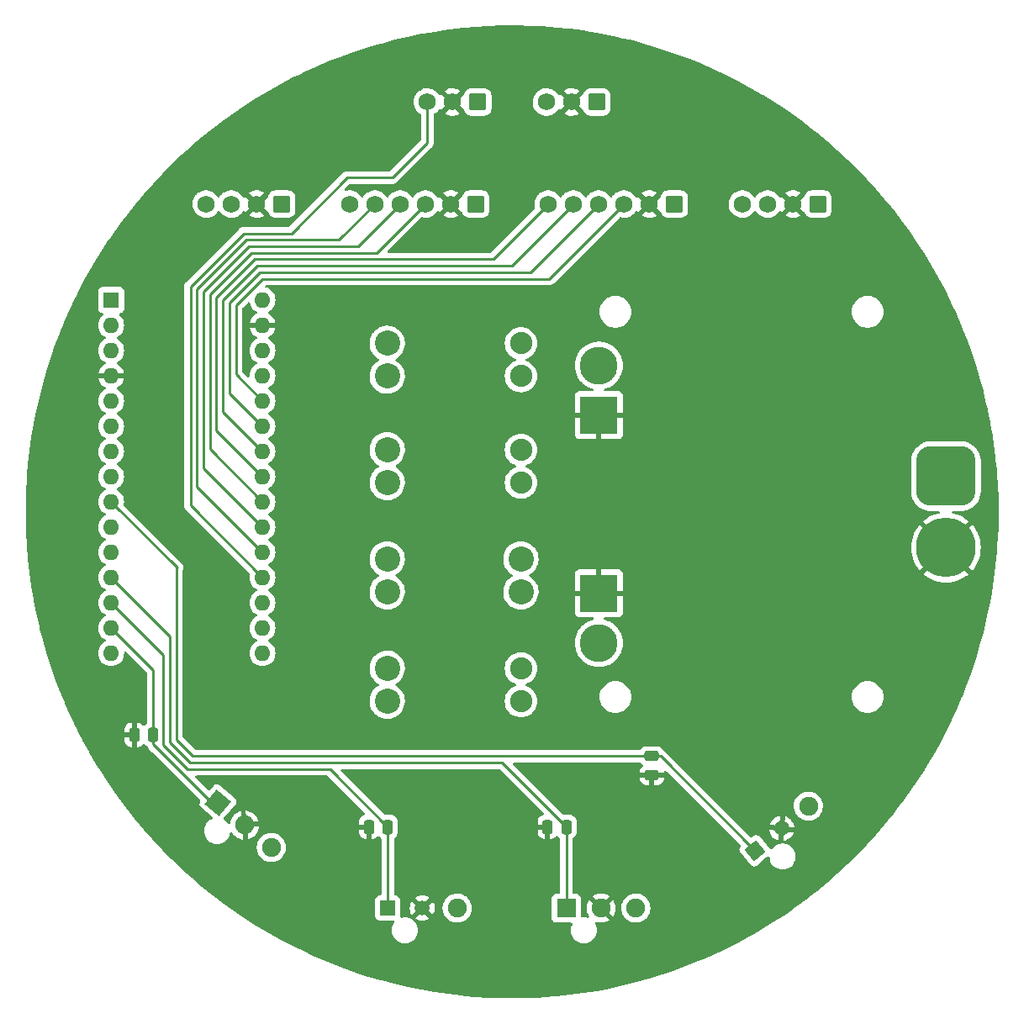
<source format=gbl>
%TF.GenerationSoftware,KiCad,Pcbnew,(6.0.10)*%
%TF.CreationDate,2023-01-21T11:24:51-08:00*%
%TF.ProjectId,unified_elec_steering,756e6966-6965-4645-9f65-6c65635f7374,rev?*%
%TF.SameCoordinates,Original*%
%TF.FileFunction,Copper,L2,Bot*%
%TF.FilePolarity,Positive*%
%FSLAX46Y46*%
G04 Gerber Fmt 4.6, Leading zero omitted, Abs format (unit mm)*
G04 Created by KiCad (PCBNEW (6.0.10)) date 2023-01-21 11:24:51*
%MOMM*%
%LPD*%
G01*
G04 APERTURE LIST*
G04 Aperture macros list*
%AMRoundRect*
0 Rectangle with rounded corners*
0 $1 Rounding radius*
0 $2 $3 $4 $5 $6 $7 $8 $9 X,Y pos of 4 corners*
0 Add a 4 corners polygon primitive as box body*
4,1,4,$2,$3,$4,$5,$6,$7,$8,$9,$2,$3,0*
0 Add four circle primitives for the rounded corners*
1,1,$1+$1,$2,$3*
1,1,$1+$1,$4,$5*
1,1,$1+$1,$6,$7*
1,1,$1+$1,$8,$9*
0 Add four rect primitives between the rounded corners*
20,1,$1+$1,$2,$3,$4,$5,0*
20,1,$1+$1,$4,$5,$6,$7,0*
20,1,$1+$1,$6,$7,$8,$9,0*
20,1,$1+$1,$8,$9,$2,$3,0*%
%AMRotRect*
0 Rectangle, with rotation*
0 The origin of the aperture is its center*
0 $1 length*
0 $2 width*
0 $3 Rotation angle, in degrees counterclockwise*
0 Add horizontal line*
21,1,$1,$2,0,0,$3*%
G04 Aperture macros list end*
%TA.AperFunction,SMDPad,CuDef*%
%ADD10RoundRect,0.250000X0.250000X0.475000X-0.250000X0.475000X-0.250000X-0.475000X0.250000X-0.475000X0*%
%TD*%
%TA.AperFunction,SMDPad,CuDef*%
%ADD11RoundRect,0.250000X-0.475000X0.250000X-0.475000X-0.250000X0.475000X-0.250000X0.475000X0.250000X0*%
%TD*%
%TA.AperFunction,ComponentPad*%
%ADD12RoundRect,0.250000X0.620000X0.620000X-0.620000X0.620000X-0.620000X-0.620000X0.620000X-0.620000X0*%
%TD*%
%TA.AperFunction,ComponentPad*%
%ADD13C,1.740000*%
%TD*%
%TA.AperFunction,ComponentPad*%
%ADD14C,2.540000*%
%TD*%
%TA.AperFunction,ComponentPad*%
%ADD15C,2.235200*%
%TD*%
%TA.AperFunction,ComponentPad*%
%ADD16R,1.520000X1.520000*%
%TD*%
%TA.AperFunction,ComponentPad*%
%ADD17C,1.520000*%
%TD*%
%TA.AperFunction,ComponentPad*%
%ADD18C,1.905000*%
%TD*%
%TA.AperFunction,ComponentPad*%
%ADD19R,1.905000X1.905000*%
%TD*%
%TA.AperFunction,ComponentPad*%
%ADD20RotRect,1.905000X1.905000X320.000000*%
%TD*%
%TA.AperFunction,ComponentPad*%
%ADD21RotRect,1.520000X1.520000X40.000000*%
%TD*%
%TA.AperFunction,ComponentPad*%
%ADD22C,3.810000*%
%TD*%
%TA.AperFunction,ComponentPad*%
%ADD23R,3.810000X3.810000*%
%TD*%
%TA.AperFunction,ComponentPad*%
%ADD24R,1.600000X1.600000*%
%TD*%
%TA.AperFunction,ComponentPad*%
%ADD25O,1.600000X1.600000*%
%TD*%
%TA.AperFunction,ComponentPad*%
%ADD26RoundRect,1.500000X-1.500000X1.500000X-1.500000X-1.500000X1.500000X-1.500000X1.500000X1.500000X0*%
%TD*%
%TA.AperFunction,ComponentPad*%
%ADD27C,6.000000*%
%TD*%
%TA.AperFunction,Conductor*%
%ADD28C,0.254000*%
%TD*%
%TA.AperFunction,Conductor*%
%ADD29C,0.250000*%
%TD*%
G04 APERTURE END LIST*
D10*
%TO.P,C4,1*%
%TO.N,SERVO3*%
X-36134000Y-22453600D03*
%TO.P,C4,2*%
%TO.N,GND*%
X-38034000Y-22453600D03*
%TD*%
%TO.P,C3,2*%
%TO.N,GND*%
X-14412000Y-31724600D03*
%TO.P,C3,1*%
%TO.N,SERVO2*%
X-12512000Y-31724600D03*
%TD*%
%TO.P,C2,2*%
%TO.N,GND*%
X3586400Y-31724600D03*
%TO.P,C2,1*%
%TO.N,SERVO1*%
X5486400Y-31724600D03*
%TD*%
D11*
%TO.P,C1,1*%
%TO.N,SERVO0*%
X14071600Y-24602400D03*
%TO.P,C1,2*%
%TO.N,GND*%
X14071600Y-26502400D03*
%TD*%
D12*
%TO.P,J12,1,Pin_1*%
%TO.N,+5V*%
X30810000Y31000000D03*
D13*
%TO.P,J12,2,Pin_2*%
%TO.N,GND*%
X28270000Y31000000D03*
%TO.P,J12,3,Pin_3*%
%TO.N,D5*%
X25730000Y31000000D03*
%TO.P,J12,4,Pin_4*%
%TO.N,D4*%
X23190000Y31000000D03*
%TD*%
D14*
%TO.P,F4,1*%
%TO.N,Net-(F4-Pad1)*%
X-12573000Y-15754000D03*
X-12573000Y-19056000D03*
D15*
%TO.P,F4,2*%
%TO.N,+7.5V*%
X889000Y-15754000D03*
X889000Y-19056000D03*
%TD*%
D16*
%TO.P,J5,1,Pin_1*%
%TO.N,SERVO2*%
X-12534993Y-39901813D03*
D17*
%TO.P,J5,2,Pin_2*%
%TO.N,GND*%
X-9034993Y-39901813D03*
D18*
%TO.P,J5,3,Pin_3*%
%TO.N,Net-(F3-Pad1)*%
X-5534993Y-39901813D03*
%TD*%
D12*
%TO.P,J7,1,Pin_1*%
%TO.N,+5V*%
X16350000Y31000000D03*
D13*
%TO.P,J7,2,Pin_2*%
%TO.N,GND*%
X13810000Y31000000D03*
%TO.P,J7,3,Pin_3*%
%TO.N,A7*%
X11270000Y31000000D03*
%TO.P,J7,4,Pin_4*%
%TO.N,A6*%
X8730000Y31000000D03*
%TO.P,J7,5,Pin_5*%
%TO.N,A5*%
X6190000Y31000000D03*
%TO.P,J7,6,Pin_6*%
%TO.N,A4*%
X3650000Y31000000D03*
%TD*%
D14*
%TO.P,F2,1*%
%TO.N,Net-(F2-Pad1)*%
X-12573000Y-8056000D03*
X-12573000Y-4754000D03*
%TO.P,F2,2*%
%TO.N,+7.5V*%
X889000Y-4754000D03*
X889000Y-8056000D03*
%TD*%
D18*
%TO.P,J9,3,Pin_3*%
%TO.N,Net-(F2-Pad1)*%
X12465007Y-39901813D03*
%TO.P,J9,2,Pin_2*%
%TO.N,GND*%
X8965007Y-39901813D03*
D19*
%TO.P,J9,1,Pin_1*%
%TO.N,SERVO1*%
X5465007Y-39901813D03*
%TD*%
D12*
%TO.P,J6,1,Pin_1*%
%TO.N,+5V*%
X-23190000Y31000000D03*
D13*
%TO.P,J6,2,Pin_2*%
%TO.N,GND*%
X-25730000Y31000000D03*
%TO.P,J6,3,Pin_3*%
%TO.N,RX*%
X-28270000Y31000000D03*
%TO.P,J6,4,Pin_4*%
%TO.N,TX*%
X-30810000Y31000000D03*
%TD*%
D20*
%TO.P,J4,1,Pin_1*%
%TO.N,SERVO3*%
X-29616058Y-29287531D03*
D18*
%TO.P,J4,2,Pin_2*%
%TO.N,GND*%
X-26934902Y-31537288D03*
%TO.P,J4,3,Pin_3*%
%TO.N,Net-(F1-Pad1)*%
X-24253747Y-33787044D03*
%TD*%
D14*
%TO.P,F3,1*%
%TO.N,Net-(F3-Pad1)*%
X-12573000Y2944000D03*
X-12573000Y6246000D03*
D15*
%TO.P,F3,2*%
%TO.N,+7.5V*%
X889000Y6246000D03*
X889000Y2944000D03*
%TD*%
D12*
%TO.P,J11,1,Pin_1*%
%TO.N,+5V*%
X8540000Y41275000D03*
D13*
%TO.P,J11,2,Pin_2*%
%TO.N,GND*%
X6000000Y41275000D03*
%TO.P,J11,3,Pin_3*%
%TO.N,D2*%
X3460000Y41275000D03*
%TD*%
D14*
%TO.P,F1,1*%
%TO.N,Net-(F1-Pad1)*%
X-12573000Y16969000D03*
X-12573000Y13667000D03*
D15*
%TO.P,F1,2*%
%TO.N,+7.5V*%
X889000Y13667000D03*
X889000Y16969000D03*
%TD*%
D21*
%TO.P,J10,1,Pin_1*%
%TO.N,SERVO0*%
X24474832Y-34126705D03*
D17*
%TO.P,J10,2,Pin_2*%
%TO.N,GND*%
X27155988Y-31876948D03*
D18*
%TO.P,J10,3,Pin_3*%
%TO.N,Net-(F4-Pad1)*%
X29837143Y-29627192D03*
%TD*%
D22*
%TO.P,U2,1,VIN*%
%TO.N,VBUS*%
X8738000Y14742000D03*
D23*
%TO.P,U2,2,GND*%
%TO.N,GND*%
X8738000Y9742000D03*
%TO.P,U2,3,PG*%
X8738000Y-8198000D03*
D22*
%TO.P,U2,4,MOD*%
%TO.N,+7.5V*%
X8738000Y-13198000D03*
%TD*%
D24*
%TO.P,U1,1,D1/TX*%
%TO.N,TX*%
X-40376000Y21336000D03*
D25*
%TO.P,U1,2,D0/RX*%
%TO.N,RX*%
X-40376000Y18796000D03*
%TO.P,U1,3,~{RESET}*%
%TO.N,unconnected-(U1-Pad3)*%
X-40376000Y16256000D03*
%TO.P,U1,4,GND*%
%TO.N,GND*%
X-40376000Y13716000D03*
%TO.P,U1,5,D2*%
%TO.N,D2*%
X-40376000Y11176000D03*
%TO.P,U1,6,D3*%
%TO.N,D3*%
X-40376000Y8636000D03*
%TO.P,U1,7,D4*%
%TO.N,D4*%
X-40376000Y6096000D03*
%TO.P,U1,8,D5*%
%TO.N,D5*%
X-40376000Y3556000D03*
%TO.P,U1,9,D6*%
%TO.N,SERVO0*%
X-40376000Y1016000D03*
%TO.P,U1,10,D7*%
%TO.N,D7*%
X-40376000Y-1524000D03*
%TO.P,U1,11,D8*%
%TO.N,D8*%
X-40376000Y-4064000D03*
%TO.P,U1,12,D9*%
%TO.N,SERVO1*%
X-40376000Y-6604000D03*
%TO.P,U1,13,D10*%
%TO.N,SERVO2*%
X-40376000Y-9144000D03*
%TO.P,U1,14,D11*%
%TO.N,SERVO3*%
X-40376000Y-11684000D03*
%TO.P,U1,15,D12*%
%TO.N,D12*%
X-40376000Y-14224000D03*
%TO.P,U1,16,D13*%
%TO.N,D13*%
X-25136000Y-14224000D03*
%TO.P,U1,17,3V3*%
%TO.N,+3V3*%
X-25136000Y-11684000D03*
%TO.P,U1,18,AREF*%
%TO.N,unconnected-(U1-Pad18)*%
X-25136000Y-9144000D03*
%TO.P,U1,19,A0*%
%TO.N,A0*%
X-25136000Y-6604000D03*
%TO.P,U1,20,A1*%
%TO.N,A1*%
X-25136000Y-4064000D03*
%TO.P,U1,21,A2*%
%TO.N,A2*%
X-25136000Y-1524000D03*
%TO.P,U1,22,A3*%
%TO.N,A3*%
X-25136000Y1016000D03*
%TO.P,U1,23,A4*%
%TO.N,A4*%
X-25136000Y3556000D03*
%TO.P,U1,24,A5*%
%TO.N,A5*%
X-25136000Y6096000D03*
%TO.P,U1,25,A6*%
%TO.N,A6*%
X-25136000Y8636000D03*
%TO.P,U1,26,A7*%
%TO.N,A7*%
X-25136000Y11176000D03*
%TO.P,U1,27,+5V*%
%TO.N,+5V*%
X-25136000Y13716000D03*
%TO.P,U1,28,~{RESET}*%
%TO.N,RESET*%
X-25136000Y16256000D03*
%TO.P,U1,29,GND*%
%TO.N,GND*%
X-25136000Y18796000D03*
%TO.P,U1,30,VIN*%
%TO.N,VBUS*%
X-25136000Y21336000D03*
%TD*%
D26*
%TO.P,J3,1,Pin_1*%
%TO.N,VBUS*%
X43688000Y3600000D03*
D27*
%TO.P,J3,2,Pin_2*%
%TO.N,GND*%
X43688000Y-3600000D03*
%TD*%
D12*
%TO.P,J8,1,Pin_1*%
%TO.N,+5V*%
X-3650000Y31000000D03*
D13*
%TO.P,J8,2,Pin_2*%
%TO.N,GND*%
X-6190000Y31000000D03*
%TO.P,J8,3,Pin_3*%
%TO.N,A3*%
X-8730000Y31000000D03*
%TO.P,J8,4,Pin_4*%
%TO.N,A2*%
X-11270000Y31000000D03*
%TO.P,J8,5,Pin_5*%
%TO.N,A1*%
X-13810000Y31000000D03*
%TO.P,J8,6,Pin_6*%
%TO.N,D3*%
X-16350000Y31000000D03*
%TD*%
%TO.P,J13,3,Pin_3*%
%TO.N,A0*%
X-8540000Y41275000D03*
%TO.P,J13,2,Pin_2*%
%TO.N,GND*%
X-6000000Y41275000D03*
D12*
%TO.P,J13,1,Pin_1*%
%TO.N,+5V*%
X-3460000Y41275000D03*
%TD*%
D28*
%TO.N,A6*%
X-28461000Y11961000D02*
X-25136000Y8636000D01*
X-28461000Y21069000D02*
X-28461000Y11961000D01*
X1860000Y24130000D02*
X-25400000Y24130000D01*
X-25400000Y24130000D02*
X-28461000Y21069000D01*
X8730000Y31000000D02*
X1860000Y24130000D01*
%TO.N,SERVO0*%
X14071600Y-24602400D02*
X14950527Y-24602400D01*
X14950527Y-24602400D02*
X24474832Y-34126705D01*
X-32158946Y-24604000D02*
X14070000Y-24604000D01*
X-33807000Y-5679000D02*
X-33807000Y-22955946D01*
X-33807000Y-22955946D02*
X-32158946Y-24604000D01*
X14070000Y-24604000D02*
X14071600Y-24602400D01*
X-33744000Y-5616000D02*
X-33807000Y-5679000D01*
X-40376000Y1016000D02*
X-33744000Y-5616000D01*
D29*
%TO.N,SERVO1*%
X-982200Y-25256000D02*
X5486400Y-31724600D01*
X-34459000Y-23226014D02*
X-32429014Y-25256000D01*
X-34459000Y-12521000D02*
X-34459000Y-23226014D01*
X-32429014Y-25256000D02*
X-982200Y-25256000D01*
X-40376000Y-6604000D02*
X-34459000Y-12521000D01*
%TO.N,SERVO2*%
X-35109000Y-23495252D02*
X-32698252Y-25906000D01*
X-18330600Y-25906000D02*
X-12512000Y-31724600D01*
X-35109000Y-14411000D02*
X-35109000Y-23495252D01*
X-32698252Y-25906000D02*
X-18330600Y-25906000D01*
X-40376000Y-9144000D02*
X-35109000Y-14411000D01*
%TO.N,SERVO3*%
X-36134000Y-15926000D02*
X-36134000Y-22453600D01*
X-40376000Y-11684000D02*
X-36134000Y-15926000D01*
X-36134000Y-23392320D02*
X-35706000Y-23820320D01*
X-36134000Y-22453600D02*
X-36134000Y-23392320D01*
%TO.N,SERVO1*%
X5486400Y-31724600D02*
X5465007Y-31745993D01*
X5465007Y-31745993D02*
X5465007Y-39901813D01*
%TO.N,SERVO2*%
X-12534993Y-31747593D02*
X-12534993Y-39901813D01*
X-12512000Y-31724600D02*
X-12534993Y-31747593D01*
D28*
%TO.N,SERVO3*%
X-35706000Y-23820320D02*
X-30238789Y-29287531D01*
X-30238789Y-29287531D02*
X-29616058Y-29287531D01*
%TO.N,A5*%
X-25670896Y24784000D02*
X-1251000Y24784000D01*
X-29115000Y10075000D02*
X-29115000Y21339896D01*
X-29115000Y21339896D02*
X-25670896Y24784000D01*
X6190000Y31000000D02*
X-26000Y24784000D01*
X-25136000Y6096000D02*
X-29115000Y10075000D01*
X-26000Y24784000D02*
X-1251000Y24784000D01*
%TO.N,A4*%
X-25941792Y25438000D02*
X-1943000Y25438000D01*
X-29769000Y8189000D02*
X-29769000Y21610792D01*
X-1912000Y25438000D02*
X-1943000Y25438000D01*
X3650000Y31000000D02*
X-1912000Y25438000D01*
X-29769000Y21610792D02*
X-25941792Y25438000D01*
X-25136000Y3556000D02*
X-29769000Y8189000D01*
%TO.N,A3*%
X-26212688Y26092000D02*
X-30423000Y21881688D01*
X-8730000Y31000000D02*
X-13638000Y26092000D01*
X-30423000Y6303000D02*
X-25136000Y1016000D01*
X-30423000Y21881688D02*
X-30423000Y6303000D01*
X-13638000Y26092000D02*
X-14027000Y26092000D01*
X-14027000Y26092000D02*
X-26212688Y26092000D01*
%TO.N,A7*%
X3746000Y23476000D02*
X11270000Y31000000D01*
X-25129104Y23476000D02*
X3746000Y23476000D01*
X-25136000Y11176000D02*
X-27807000Y13847000D01*
X-27807000Y13847000D02*
X-27807000Y20798104D01*
X-27807000Y20798104D02*
X-25129104Y23476000D01*
%TO.N,A0*%
X-22225000Y28054000D02*
X-27025376Y28054000D01*
X-12065000Y33655000D02*
X-16624000Y33655000D01*
X-8540000Y41275000D02*
X-8540000Y37180000D01*
X-16624000Y33655000D02*
X-22225000Y28054000D01*
X-27025376Y28054000D02*
X-32385000Y22694376D01*
X-32385000Y645000D02*
X-25136000Y-6604000D01*
X-8540000Y37180000D02*
X-12065000Y33655000D01*
X-32385000Y22694376D02*
X-32385000Y645000D01*
%TO.N,A1*%
X-17410000Y27400000D02*
X-26754480Y27400000D01*
X-26754480Y27400000D02*
X-31731000Y22423480D01*
X-31731000Y22423480D02*
X-31731000Y2531000D01*
X-13810000Y31000000D02*
X-17410000Y27400000D01*
X-31731000Y2531000D02*
X-25136000Y-4064000D01*
%TO.N,A2*%
X-31077000Y22152584D02*
X-26483584Y26746000D01*
X-15524000Y26746000D02*
X-15951000Y26746000D01*
X-26483584Y26746000D02*
X-15951000Y26746000D01*
X-31077000Y4417000D02*
X-31077000Y22152584D01*
X-25136000Y-1524000D02*
X-31077000Y4417000D01*
X-11270000Y31000000D02*
X-15524000Y26746000D01*
%TD*%
%TA.AperFunction,Conductor*%
%TO.N,GND*%
G36*
X343784Y48990269D02*
G01*
X745816Y48981848D01*
X1707992Y48961693D01*
X1711508Y48961571D01*
X2787898Y48908927D01*
X3074454Y48894911D01*
X3077954Y48894691D01*
X4438494Y48790004D01*
X4441955Y48789689D01*
X5658616Y48661813D01*
X5799056Y48647052D01*
X5802551Y48646635D01*
X7155094Y48466167D01*
X7158551Y48465657D01*
X7832056Y48356573D01*
X8505549Y48247490D01*
X8509014Y48246879D01*
X9849361Y47991194D01*
X9852808Y47990487D01*
X10622042Y47821360D01*
X11185579Y47697459D01*
X11188959Y47696665D01*
X11830761Y47536646D01*
X12512969Y47366552D01*
X12516371Y47365653D01*
X13830626Y46998707D01*
X13834001Y46997714D01*
X15137520Y46594207D01*
X15140859Y46593122D01*
X16432624Y46153370D01*
X16435885Y46152209D01*
X17152365Y45885753D01*
X17714905Y45676546D01*
X17718185Y45675273D01*
X18983319Y45164126D01*
X18986563Y45162763D01*
X20237047Y44616440D01*
X20240180Y44615018D01*
X21474875Y44034015D01*
X21477985Y44032499D01*
X22528650Y43501770D01*
X22695996Y43417237D01*
X22699114Y43415607D01*
X23899462Y42766581D01*
X23902503Y42764880D01*
X24968845Y42149228D01*
X25084212Y42082621D01*
X25087224Y42080826D01*
X25302073Y41948650D01*
X26249473Y41365805D01*
X26252444Y41363919D01*
X27394213Y40616766D01*
X27397130Y40614799D01*
X27658770Y40432955D01*
X28517651Y39836017D01*
X28520462Y39834005D01*
X29093965Y39411182D01*
X29618829Y39024219D01*
X29621631Y39022091D01*
X30154423Y38605829D01*
X30696861Y38182030D01*
X30699603Y38179826D01*
X31751013Y37310023D01*
X31753693Y37307742D01*
X31872133Y37204056D01*
X32456797Y36692222D01*
X32780377Y36408949D01*
X32782981Y36406605D01*
X33784197Y35479469D01*
X33786745Y35477043D01*
X34761689Y34522307D01*
X34764168Y34519810D01*
X35712058Y33538242D01*
X35714464Y33535680D01*
X36138619Y33071170D01*
X36634562Y32528042D01*
X36636898Y32525411D01*
X37528505Y31492474D01*
X37530767Y31489779D01*
X38168624Y30707690D01*
X38393223Y30432304D01*
X38395397Y30429560D01*
X39190421Y29397202D01*
X39227947Y29348473D01*
X39230055Y29345656D01*
X40032121Y28241705D01*
X40034149Y28238830D01*
X40805073Y27112925D01*
X40807020Y27109994D01*
X41546188Y25963029D01*
X41548053Y25960045D01*
X42254927Y24792857D01*
X42256707Y24789823D01*
X42930717Y23603353D01*
X42932401Y23600288D01*
X43145437Y23199626D01*
X43573002Y22395492D01*
X43574611Y22392363D01*
X44181349Y21170098D01*
X44182869Y21166925D01*
X44211723Y21104480D01*
X44754441Y19929931D01*
X44755224Y19928236D01*
X44756645Y19925045D01*
X45294201Y18670833D01*
X45295541Y18667582D01*
X45322248Y18600128D01*
X45797869Y17398847D01*
X45799118Y17395557D01*
X46265815Y16113316D01*
X46266972Y16109994D01*
X46697685Y14815226D01*
X46698749Y14811872D01*
X47093141Y13505580D01*
X47094111Y13502198D01*
X47451881Y12185388D01*
X47452755Y12181984D01*
X47492962Y12015789D01*
X47773612Y10855720D01*
X47774392Y10852289D01*
X47878257Y10363640D01*
X48032433Y9638301D01*
X48058102Y9517536D01*
X48058782Y9514097D01*
X48291801Y8244485D01*
X48305106Y8171991D01*
X48305689Y8168545D01*
X48399028Y7565610D01*
X48514452Y6820015D01*
X48514941Y6816531D01*
X48685957Y5462802D01*
X48686350Y5459305D01*
X48710701Y5210958D01*
X48811855Y4179315D01*
X48819510Y4101239D01*
X48819803Y4097749D01*
X48846790Y3711811D01*
X48914989Y2736520D01*
X48915185Y2733007D01*
X48972324Y1369708D01*
X48972423Y1366191D01*
X48991475Y1759D01*
X48991475Y-1759D01*
X48972423Y-1366191D01*
X48972324Y-1369708D01*
X48915185Y-2733007D01*
X48914989Y-2736520D01*
X48880623Y-3227978D01*
X48822546Y-4058525D01*
X48819804Y-4097733D01*
X48819511Y-4101224D01*
X48761918Y-4688605D01*
X48686350Y-5459305D01*
X48685957Y-5462802D01*
X48514941Y-6816531D01*
X48514452Y-6820015D01*
X48411387Y-7485776D01*
X48308178Y-8152471D01*
X48305693Y-8168522D01*
X48305110Y-8171967D01*
X48060304Y-9505808D01*
X48058785Y-9514084D01*
X48058105Y-9517523D01*
X48002401Y-9779588D01*
X47774392Y-10852289D01*
X47773612Y-10855720D01*
X47452756Y-12181980D01*
X47451881Y-12185388D01*
X47094111Y-13502198D01*
X47093141Y-13505580D01*
X46698749Y-14811872D01*
X46697685Y-14815226D01*
X46266972Y-16109994D01*
X46265815Y-16113316D01*
X45799118Y-17395557D01*
X45797869Y-17398847D01*
X45797214Y-17400502D01*
X45346405Y-18539116D01*
X45295542Y-18667580D01*
X45294202Y-18670830D01*
X44764377Y-19907006D01*
X44756655Y-19925022D01*
X44755234Y-19928213D01*
X44440921Y-20608450D01*
X44182869Y-21166925D01*
X44181349Y-21170098D01*
X43574611Y-22392363D01*
X43573002Y-22395492D01*
X43325450Y-22861071D01*
X42970889Y-23527905D01*
X42932412Y-23600269D01*
X42930727Y-23603334D01*
X42635897Y-24122329D01*
X42256707Y-24789823D01*
X42254927Y-24792857D01*
X41548053Y-25960045D01*
X41546188Y-25963029D01*
X40807020Y-27109994D01*
X40805073Y-27112925D01*
X40034149Y-28238830D01*
X40032121Y-28241705D01*
X39605135Y-28829402D01*
X39253612Y-29313233D01*
X39230055Y-29345656D01*
X39227958Y-29348459D01*
X38395408Y-30429546D01*
X38393234Y-30432290D01*
X37858197Y-31088310D01*
X37530767Y-31489779D01*
X37528505Y-31492474D01*
X36636898Y-32525411D01*
X36634562Y-32528042D01*
X36619790Y-32544219D01*
X36305194Y-32888747D01*
X35714466Y-33535677D01*
X35712058Y-33538242D01*
X34764168Y-34519810D01*
X34761689Y-34522307D01*
X33786745Y-35477043D01*
X33784201Y-35479465D01*
X33284637Y-35942067D01*
X32782992Y-36406595D01*
X32780377Y-36408949D01*
X31753693Y-37307742D01*
X31751013Y-37310023D01*
X30699603Y-38179826D01*
X30696870Y-38182023D01*
X29898809Y-38805536D01*
X29621631Y-39022091D01*
X29618829Y-39024219D01*
X28520462Y-39834005D01*
X28517651Y-39836017D01*
X27984766Y-40206382D01*
X27397130Y-40614799D01*
X27394213Y-40616766D01*
X26252444Y-41363919D01*
X26249473Y-41365805D01*
X25087234Y-42080820D01*
X25084222Y-42082615D01*
X24212268Y-42586038D01*
X23902518Y-42764872D01*
X23899462Y-42766581D01*
X23290011Y-43096110D01*
X22699114Y-43415607D01*
X22695996Y-43417237D01*
X22650313Y-43440313D01*
X21477985Y-44032499D01*
X21474875Y-44034015D01*
X20240180Y-44615018D01*
X20237047Y-44616440D01*
X19469340Y-44951843D01*
X18986563Y-45162763D01*
X18983319Y-45164126D01*
X17718185Y-45675273D01*
X17714905Y-45676546D01*
X17300896Y-45830515D01*
X16435885Y-46152209D01*
X16432624Y-46153370D01*
X15140866Y-46593120D01*
X15137520Y-46594207D01*
X13834001Y-46997714D01*
X13830626Y-46998707D01*
X12516371Y-47365653D01*
X12512969Y-47366552D01*
X11834174Y-47535795D01*
X11188959Y-47696665D01*
X11185579Y-47697459D01*
X10824615Y-47776822D01*
X9852808Y-47990487D01*
X9849361Y-47991194D01*
X8509014Y-48246879D01*
X8505549Y-48247490D01*
X7846525Y-48354229D01*
X7158551Y-48465657D01*
X7155094Y-48466167D01*
X6441799Y-48561341D01*
X5802549Y-48646635D01*
X5799053Y-48647052D01*
X4441955Y-48789689D01*
X4438494Y-48790004D01*
X3077954Y-48894691D01*
X3074454Y-48894911D01*
X2787898Y-48908927D01*
X1711508Y-48961571D01*
X1707992Y-48961693D01*
X745816Y-48981848D01*
X343784Y-48990269D01*
X340290Y-48990294D01*
X-303656Y-48985798D01*
X-1024254Y-48980767D01*
X-1027771Y-48980693D01*
X-2391467Y-48933072D01*
X-2394982Y-48932900D01*
X-3756827Y-48847220D01*
X-3760335Y-48846950D01*
X-4769572Y-48755102D01*
X-5119234Y-48723280D01*
X-5122719Y-48722915D01*
X-5758924Y-48647052D01*
X-6477718Y-48561341D01*
X-6481205Y-48560875D01*
X-7122554Y-48466169D01*
X-7831091Y-48361541D01*
X-7834493Y-48360991D01*
X-9178386Y-48124027D01*
X-9181841Y-48123367D01*
X-10518467Y-47848997D01*
X-10521903Y-47848242D01*
X-11850397Y-47536646D01*
X-11853811Y-47535795D01*
X-13173076Y-47187230D01*
X-13176465Y-47186284D01*
X-14485513Y-46801011D01*
X-14488874Y-46799970D01*
X-15786608Y-46378310D01*
X-15789939Y-46377176D01*
X-17075393Y-45919447D01*
X-17078691Y-45918221D01*
X-18350901Y-45424763D01*
X-18354163Y-45423445D01*
X-19612092Y-44894661D01*
X-19615316Y-44893252D01*
X-20227046Y-44615759D01*
X-20857968Y-44329560D01*
X-20861139Y-44328068D01*
X-20873272Y-44322150D01*
X-22087582Y-43729891D01*
X-22090722Y-43728305D01*
X-23299999Y-43096110D01*
X-23303094Y-43094436D01*
X-24494209Y-42428745D01*
X-24497256Y-42426986D01*
X-25669351Y-41728277D01*
X-25672348Y-41726433D01*
X-26060594Y-41480045D01*
X-26824463Y-40995279D01*
X-26827373Y-40993375D01*
X-27638975Y-40445942D01*
X-27958640Y-40230325D01*
X-27961530Y-40228317D01*
X-29071070Y-39433964D01*
X-29073901Y-39431876D01*
X-30160766Y-38606901D01*
X-30163539Y-38604735D01*
X-31226991Y-37749698D01*
X-31229702Y-37747455D01*
X-32268860Y-36863063D01*
X-32271507Y-36860745D01*
X-32774575Y-36407780D01*
X-33285526Y-35947719D01*
X-33288105Y-35945331D01*
X-33291532Y-35942067D01*
X-33575509Y-35671640D01*
X-34276285Y-35004299D01*
X-34278799Y-35001837D01*
X-34997996Y-34277602D01*
X-35240311Y-34033590D01*
X-35242743Y-34031071D01*
X-35271704Y-34000230D01*
X-35505534Y-33751226D01*
X-25719316Y-33751226D01*
X-25719019Y-33756379D01*
X-25719019Y-33756382D01*
X-25709136Y-33927785D01*
X-25705487Y-33991073D01*
X-25704350Y-33996119D01*
X-25704349Y-33996125D01*
X-25681650Y-34096848D01*
X-25652670Y-34225440D01*
X-25650728Y-34230222D01*
X-25650727Y-34230226D01*
X-25613049Y-34323015D01*
X-25562284Y-34448034D01*
X-25436756Y-34652876D01*
X-25279458Y-34834466D01*
X-25094614Y-34987927D01*
X-24887188Y-35109137D01*
X-24882368Y-35110977D01*
X-24882363Y-35110980D01*
X-24774998Y-35151978D01*
X-24662750Y-35194841D01*
X-24657684Y-35195872D01*
X-24657683Y-35195872D01*
X-24601356Y-35207332D01*
X-24427328Y-35242738D01*
X-24292320Y-35247689D01*
X-24192409Y-35251353D01*
X-24192405Y-35251353D01*
X-24187245Y-35251542D01*
X-24182125Y-35250886D01*
X-24182123Y-35250886D01*
X-24106558Y-35241206D01*
X-23948947Y-35221015D01*
X-23943996Y-35219530D01*
X-23943993Y-35219529D01*
X-23723785Y-35153463D01*
X-23723786Y-35153463D01*
X-23718835Y-35151978D01*
X-23503089Y-35046285D01*
X-23307502Y-34906774D01*
X-23137327Y-34737192D01*
X-22997134Y-34542093D01*
X-22890688Y-34326717D01*
X-22863309Y-34236602D01*
X-22822352Y-34101800D01*
X-22822351Y-34101794D01*
X-22820848Y-34096848D01*
X-22789490Y-33858658D01*
X-22789408Y-33855306D01*
X-22787822Y-33790409D01*
X-22787822Y-33790405D01*
X-22787740Y-33787044D01*
X-22807425Y-33547607D01*
X-22865953Y-33314600D01*
X-22921968Y-33185773D01*
X-22959690Y-33099018D01*
X-22959692Y-33099015D01*
X-22961750Y-33094281D01*
X-23092245Y-32892567D01*
X-23253933Y-32714874D01*
X-23368307Y-32624547D01*
X-23438417Y-32569177D01*
X-23438422Y-32569174D01*
X-23442471Y-32565976D01*
X-23446987Y-32563483D01*
X-23446990Y-32563481D01*
X-23648273Y-32452367D01*
X-23648277Y-32452365D01*
X-23652797Y-32449870D01*
X-23657666Y-32448146D01*
X-23657670Y-32448144D01*
X-23874387Y-32371400D01*
X-23874391Y-32371399D01*
X-23879262Y-32369674D01*
X-23884355Y-32368767D01*
X-23884358Y-32368766D01*
X-24110695Y-32328449D01*
X-24110701Y-32328448D01*
X-24115784Y-32327543D01*
X-24203147Y-32326476D01*
X-24350840Y-32324671D01*
X-24350842Y-32324671D01*
X-24356010Y-32324608D01*
X-24593491Y-32360948D01*
X-24705744Y-32397638D01*
X-24816930Y-32433978D01*
X-24816936Y-32433981D01*
X-24821848Y-32435586D01*
X-24826434Y-32437973D01*
X-24826438Y-32437975D01*
X-24988496Y-32522338D01*
X-25034947Y-32546519D01*
X-25039090Y-32549629D01*
X-25039089Y-32549629D01*
X-25212536Y-32679857D01*
X-25227067Y-32690767D01*
X-25230639Y-32694505D01*
X-25384166Y-32855162D01*
X-25393048Y-32864456D01*
X-25528433Y-33062922D01*
X-25530607Y-33067605D01*
X-25530609Y-33067609D01*
X-25627405Y-33276139D01*
X-25629584Y-33280834D01*
X-25693787Y-33512342D01*
X-25719316Y-33751226D01*
X-35505534Y-33751226D01*
X-36176819Y-33036380D01*
X-36179191Y-33033783D01*
X-36255936Y-32947343D01*
X-37085182Y-32013341D01*
X-37087445Y-32010719D01*
X-37964569Y-30965403D01*
X-37966790Y-30962680D01*
X-37989502Y-30934024D01*
X-38814372Y-29893297D01*
X-38816513Y-29890517D01*
X-38857092Y-29836273D01*
X-39382226Y-29134312D01*
X-39633910Y-28797879D01*
X-39635978Y-28795032D01*
X-40422529Y-27680025D01*
X-40424517Y-27677122D01*
X-40940628Y-26900314D01*
X-41179651Y-26540556D01*
X-41181546Y-26537615D01*
X-41365063Y-26243925D01*
X-41535314Y-25971467D01*
X-41904644Y-25380414D01*
X-41906467Y-25377404D01*
X-42596967Y-24200477D01*
X-42598705Y-24197418D01*
X-42626986Y-24145974D01*
X-42852533Y-23735707D01*
X-43256095Y-23001629D01*
X-43257746Y-22998522D01*
X-43269477Y-22975695D01*
X-39041999Y-22975695D01*
X-39041662Y-22982214D01*
X-39031743Y-23077806D01*
X-39028851Y-23091200D01*
X-38977412Y-23245384D01*
X-38971239Y-23258562D01*
X-38885937Y-23396407D01*
X-38876901Y-23407808D01*
X-38762171Y-23522339D01*
X-38750760Y-23531351D01*
X-38612757Y-23616416D01*
X-38599576Y-23622563D01*
X-38445290Y-23673738D01*
X-38431914Y-23676605D01*
X-38337562Y-23686272D01*
X-38331146Y-23686600D01*
X-38306115Y-23686600D01*
X-38290876Y-23682125D01*
X-38289671Y-23680735D01*
X-38288000Y-23673052D01*
X-38288000Y-22725715D01*
X-38292475Y-22710476D01*
X-38293865Y-22709271D01*
X-38301548Y-22707600D01*
X-39023884Y-22707600D01*
X-39039123Y-22712075D01*
X-39040328Y-22713465D01*
X-39041999Y-22721148D01*
X-39041999Y-22975695D01*
X-43269477Y-22975695D01*
X-43669195Y-22197929D01*
X-43677646Y-22181485D01*
X-39042000Y-22181485D01*
X-39037525Y-22196724D01*
X-39036135Y-22197929D01*
X-39028452Y-22199600D01*
X-38306115Y-22199600D01*
X-38290876Y-22195125D01*
X-38289671Y-22193735D01*
X-38288000Y-22186052D01*
X-38288000Y-21238716D01*
X-38292475Y-21223477D01*
X-38293865Y-21222272D01*
X-38301548Y-21220601D01*
X-38331095Y-21220601D01*
X-38337614Y-21220938D01*
X-38433206Y-21230857D01*
X-38446600Y-21233749D01*
X-38600784Y-21285188D01*
X-38613962Y-21291361D01*
X-38751807Y-21376663D01*
X-38763208Y-21385699D01*
X-38877739Y-21500429D01*
X-38886751Y-21511840D01*
X-38971816Y-21649843D01*
X-38977963Y-21663024D01*
X-39029138Y-21817310D01*
X-39032005Y-21830686D01*
X-39041672Y-21925038D01*
X-39042000Y-21931455D01*
X-39042000Y-22181485D01*
X-43677646Y-22181485D01*
X-43881450Y-21784925D01*
X-43883012Y-21781781D01*
X-44018309Y-21499393D01*
X-44150506Y-21223477D01*
X-44472617Y-20551179D01*
X-44474093Y-20547985D01*
X-45029105Y-19301409D01*
X-45030491Y-19298175D01*
X-45093137Y-19146183D01*
X-45235480Y-18800835D01*
X-45550480Y-18036586D01*
X-45551775Y-18033315D01*
X-45716087Y-17600760D01*
X-46036349Y-16757665D01*
X-46037533Y-16754410D01*
X-46052208Y-16712267D01*
X-46486275Y-15465798D01*
X-46487385Y-15462462D01*
X-46500348Y-15421596D01*
X-46880248Y-14224000D01*
X-41689498Y-14224000D01*
X-41669543Y-14452087D01*
X-41668119Y-14457400D01*
X-41668119Y-14457402D01*
X-41620129Y-14636500D01*
X-41610284Y-14673243D01*
X-41607961Y-14678224D01*
X-41607961Y-14678225D01*
X-41515849Y-14875762D01*
X-41515846Y-14875767D01*
X-41513523Y-14880749D01*
X-41510366Y-14885257D01*
X-41388989Y-15058601D01*
X-41382198Y-15068300D01*
X-41220300Y-15230198D01*
X-41215792Y-15233355D01*
X-41215789Y-15233357D01*
X-41137611Y-15288098D01*
X-41032749Y-15361523D01*
X-41027767Y-15363846D01*
X-41027762Y-15363849D01*
X-40864964Y-15439762D01*
X-40825243Y-15458284D01*
X-40819935Y-15459706D01*
X-40819933Y-15459707D01*
X-40609402Y-15516119D01*
X-40609400Y-15516119D01*
X-40604087Y-15517543D01*
X-40376000Y-15537498D01*
X-40147913Y-15517543D01*
X-40142600Y-15516119D01*
X-40142598Y-15516119D01*
X-39932067Y-15459707D01*
X-39932065Y-15459706D01*
X-39926757Y-15458284D01*
X-39887036Y-15439762D01*
X-39724238Y-15363849D01*
X-39724233Y-15363846D01*
X-39719251Y-15361523D01*
X-39614389Y-15288098D01*
X-39536211Y-15233357D01*
X-39536208Y-15233355D01*
X-39531700Y-15230198D01*
X-39369802Y-15068300D01*
X-39363010Y-15058601D01*
X-39241634Y-14885257D01*
X-39238477Y-14880749D01*
X-39236154Y-14875767D01*
X-39236151Y-14875762D01*
X-39144039Y-14678225D01*
X-39144039Y-14678224D01*
X-39141716Y-14673243D01*
X-39131870Y-14636500D01*
X-39083881Y-14457402D01*
X-39083881Y-14457400D01*
X-39082457Y-14452087D01*
X-39062502Y-14224000D01*
X-39062981Y-14218525D01*
X-39062981Y-14218514D01*
X-39064026Y-14206570D01*
X-39050038Y-14136965D01*
X-39000639Y-14085973D01*
X-38931513Y-14069782D01*
X-38864607Y-14093534D01*
X-38849412Y-14106492D01*
X-37772129Y-15183776D01*
X-36804405Y-16151500D01*
X-36770379Y-16213812D01*
X-36767500Y-16240595D01*
X-36767500Y-21253701D01*
X-36787502Y-21321822D01*
X-36827197Y-21360845D01*
X-36858348Y-21380122D01*
X-36983305Y-21505297D01*
X-36986102Y-21509835D01*
X-37043353Y-21550424D01*
X-37114276Y-21553654D01*
X-37175687Y-21518028D01*
X-37183062Y-21509532D01*
X-37191098Y-21499393D01*
X-37305829Y-21384861D01*
X-37317240Y-21375849D01*
X-37455243Y-21290784D01*
X-37468424Y-21284637D01*
X-37622710Y-21233462D01*
X-37636086Y-21230595D01*
X-37730438Y-21220928D01*
X-37736855Y-21220600D01*
X-37761885Y-21220600D01*
X-37777124Y-21225075D01*
X-37778329Y-21226465D01*
X-37780000Y-21234148D01*
X-37780000Y-23668484D01*
X-37775525Y-23683723D01*
X-37774135Y-23684928D01*
X-37766452Y-23686599D01*
X-37736905Y-23686599D01*
X-37730386Y-23686262D01*
X-37634794Y-23676343D01*
X-37621400Y-23673451D01*
X-37467216Y-23622012D01*
X-37454038Y-23615839D01*
X-37316193Y-23530537D01*
X-37304792Y-23521501D01*
X-37190262Y-23406772D01*
X-37183206Y-23397838D01*
X-37125288Y-23356777D01*
X-37054365Y-23353547D01*
X-36992954Y-23389174D01*
X-36986154Y-23397007D01*
X-36982478Y-23402948D01*
X-36857303Y-23527905D01*
X-36851073Y-23531745D01*
X-36851072Y-23531746D01*
X-36772011Y-23580480D01*
X-36722490Y-23637698D01*
X-36722230Y-23638298D01*
X-36720018Y-23645913D01*
X-36715982Y-23652737D01*
X-36715980Y-23652742D01*
X-36709707Y-23663348D01*
X-36701012Y-23681096D01*
X-36693552Y-23699937D01*
X-36688890Y-23706353D01*
X-36688890Y-23706354D01*
X-36667564Y-23735707D01*
X-36661048Y-23745627D01*
X-36638542Y-23783682D01*
X-36624221Y-23798003D01*
X-36611381Y-23813036D01*
X-36599472Y-23829427D01*
X-36593366Y-23834478D01*
X-36565395Y-23857618D01*
X-36556616Y-23865608D01*
X-36221914Y-24200310D01*
X-36214856Y-24208314D01*
X-36212134Y-24212918D01*
X-36206525Y-24218527D01*
X-31424224Y-29000829D01*
X-31390198Y-29063141D01*
X-31395263Y-29133956D01*
X-31408614Y-29160015D01*
X-31408843Y-29160358D01*
X-31413239Y-29166925D01*
X-31415868Y-29174371D01*
X-31415870Y-29174374D01*
X-31449919Y-29270792D01*
X-31461741Y-29304270D01*
X-31469744Y-29449708D01*
X-31467703Y-29458443D01*
X-31467703Y-29458446D01*
X-31451995Y-29525678D01*
X-31436607Y-29591545D01*
X-31432193Y-29599362D01*
X-31432193Y-29599363D01*
X-31368877Y-29711504D01*
X-31368875Y-29711507D01*
X-31364993Y-29718382D01*
X-31321701Y-29763527D01*
X-30225691Y-30683188D01*
X-30197398Y-30706929D01*
X-30158071Y-30766039D01*
X-30156945Y-30837027D01*
X-30194376Y-30897354D01*
X-30225139Y-30917646D01*
X-30360659Y-30980839D01*
X-30360664Y-30980842D01*
X-30365646Y-30983165D01*
X-30441450Y-31036244D01*
X-30548686Y-31111331D01*
X-30548689Y-31111333D01*
X-30553197Y-31114490D01*
X-30715095Y-31276388D01*
X-30846420Y-31463939D01*
X-30848743Y-31468921D01*
X-30848746Y-31468926D01*
X-30940689Y-31666101D01*
X-30943181Y-31671445D01*
X-30944603Y-31676753D01*
X-30944604Y-31676755D01*
X-30972718Y-31781678D01*
X-31002440Y-31892601D01*
X-31022395Y-32120688D01*
X-31002440Y-32348775D01*
X-31001018Y-32354081D01*
X-31001016Y-32354090D01*
X-30949938Y-32544712D01*
X-30943181Y-32569931D01*
X-30940858Y-32574912D01*
X-30940858Y-32574913D01*
X-30848746Y-32772450D01*
X-30848743Y-32772455D01*
X-30846420Y-32777437D01*
X-30782639Y-32868525D01*
X-30729274Y-32944738D01*
X-30715095Y-32964988D01*
X-30553197Y-33126886D01*
X-30548689Y-33130043D01*
X-30548686Y-33130045D01*
X-30547416Y-33130934D01*
X-30365646Y-33258211D01*
X-30360664Y-33260534D01*
X-30360659Y-33260537D01*
X-30163122Y-33352649D01*
X-30158140Y-33354972D01*
X-30152832Y-33356394D01*
X-30152830Y-33356395D01*
X-29942299Y-33412807D01*
X-29942297Y-33412807D01*
X-29936984Y-33414231D01*
X-29837417Y-33422942D01*
X-29768748Y-33428950D01*
X-29768741Y-33428950D01*
X-29766024Y-33429188D01*
X-29651770Y-33429188D01*
X-29649053Y-33428950D01*
X-29649046Y-33428950D01*
X-29580377Y-33422942D01*
X-29480810Y-33414231D01*
X-29475497Y-33412807D01*
X-29475495Y-33412807D01*
X-29264964Y-33356395D01*
X-29264962Y-33356394D01*
X-29259654Y-33354972D01*
X-29254672Y-33352649D01*
X-29057135Y-33260537D01*
X-29057130Y-33260534D01*
X-29052148Y-33258211D01*
X-28870378Y-33130934D01*
X-28869108Y-33130045D01*
X-28869105Y-33130043D01*
X-28864597Y-33126886D01*
X-28702699Y-32964988D01*
X-28688519Y-32944738D01*
X-28635155Y-32868525D01*
X-28571374Y-32777437D01*
X-28569051Y-32772455D01*
X-28569048Y-32772450D01*
X-28476936Y-32574913D01*
X-28476936Y-32574912D01*
X-28474613Y-32569931D01*
X-28467855Y-32544712D01*
X-28430884Y-32406732D01*
X-28415354Y-32348775D01*
X-28414875Y-32343305D01*
X-28414329Y-32340207D01*
X-28382800Y-32276595D01*
X-28321885Y-32240128D01*
X-28250924Y-32242382D01*
X-28192447Y-32282643D01*
X-28182811Y-32296256D01*
X-28120208Y-32398416D01*
X-28114121Y-32406732D01*
X-27963650Y-32580439D01*
X-27956283Y-32587654D01*
X-27779456Y-32734459D01*
X-27771024Y-32740364D01*
X-27572584Y-32856323D01*
X-27563301Y-32860770D01*
X-27348596Y-32942758D01*
X-27338694Y-32945635D01*
X-27113500Y-32991451D01*
X-27103248Y-32992674D01*
X-27080517Y-32993507D01*
X-27066462Y-32989934D01*
X-27063937Y-32976728D01*
X-27165798Y-31812459D01*
X-27168491Y-31781678D01*
X-26658550Y-31781678D01*
X-26558033Y-32930593D01*
X-26552895Y-32943727D01*
X-26542078Y-32944328D01*
X-26405123Y-32903240D01*
X-26395528Y-32899479D01*
X-26189150Y-32798376D01*
X-26180292Y-32793096D01*
X-25993184Y-32659633D01*
X-25985322Y-32652989D01*
X-25822524Y-32490758D01*
X-25815846Y-32482911D01*
X-25681738Y-32296280D01*
X-25676428Y-32287443D01*
X-25656289Y-32246695D01*
X-15419999Y-32246695D01*
X-15419662Y-32253214D01*
X-15409743Y-32348806D01*
X-15406851Y-32362200D01*
X-15355412Y-32516384D01*
X-15349239Y-32529562D01*
X-15263937Y-32667407D01*
X-15254901Y-32678808D01*
X-15140171Y-32793339D01*
X-15128760Y-32802351D01*
X-14990757Y-32887416D01*
X-14977576Y-32893563D01*
X-14823290Y-32944738D01*
X-14809914Y-32947605D01*
X-14715562Y-32957272D01*
X-14709146Y-32957600D01*
X-14684115Y-32957600D01*
X-14668876Y-32953125D01*
X-14667671Y-32951735D01*
X-14666000Y-32944052D01*
X-14666000Y-31996715D01*
X-14670475Y-31981476D01*
X-14671865Y-31980271D01*
X-14679548Y-31978600D01*
X-15401884Y-31978600D01*
X-15417123Y-31983075D01*
X-15418328Y-31984465D01*
X-15419999Y-31992148D01*
X-15419999Y-32246695D01*
X-25656289Y-32246695D01*
X-25574604Y-32081417D01*
X-25570805Y-32071822D01*
X-25503998Y-31851938D01*
X-25501819Y-31841857D01*
X-25480878Y-31682801D01*
X-25483051Y-31668868D01*
X-25492910Y-31666101D01*
X-26641683Y-31766605D01*
X-26656476Y-31772392D01*
X-26657556Y-31773883D01*
X-26658550Y-31781678D01*
X-27168491Y-31781678D01*
X-27311904Y-30142460D01*
X-27317042Y-30129326D01*
X-27326850Y-30128781D01*
X-27497890Y-30184686D01*
X-27507399Y-30188683D01*
X-27711246Y-30294799D01*
X-27719971Y-30300293D01*
X-27903754Y-30438281D01*
X-27911461Y-30445124D01*
X-28070241Y-30611279D01*
X-28076728Y-30619289D01*
X-28206232Y-30809135D01*
X-28211331Y-30818109D01*
X-28308089Y-31026557D01*
X-28311652Y-31036244D01*
X-28373067Y-31257697D01*
X-28374998Y-31267817D01*
X-28383469Y-31347081D01*
X-28410597Y-31412691D01*
X-28468890Y-31453219D01*
X-28539839Y-31455798D01*
X-28600920Y-31419609D01*
X-28611969Y-31405963D01*
X-28699540Y-31280899D01*
X-28699542Y-31280896D01*
X-28702699Y-31276388D01*
X-28864597Y-31114490D01*
X-28869105Y-31111333D01*
X-28869108Y-31111331D01*
X-28989598Y-31026963D01*
X-29033926Y-30971506D01*
X-29041235Y-30900886D01*
X-29013849Y-30842759D01*
X-28386254Y-30094820D01*
X-26806131Y-30094820D01*
X-26705585Y-31244069D01*
X-26699798Y-31258862D01*
X-26698307Y-31259942D01*
X-26690512Y-31260936D01*
X-25542052Y-31160459D01*
X-25529239Y-31155447D01*
X-25528543Y-31140809D01*
X-25546324Y-31070017D01*
X-25549643Y-31060269D01*
X-25641287Y-30849499D01*
X-25646153Y-30840424D01*
X-25770987Y-30647461D01*
X-25777280Y-30639290D01*
X-25931952Y-30469308D01*
X-25939485Y-30462282D01*
X-26119846Y-30319843D01*
X-26128433Y-30314138D01*
X-26329624Y-30203074D01*
X-26339036Y-30198844D01*
X-26555670Y-30122129D01*
X-26565641Y-30119495D01*
X-26791894Y-30079194D01*
X-26792259Y-30079159D01*
X-26803918Y-30082428D01*
X-26806131Y-30094820D01*
X-28386254Y-30094820D01*
X-27855862Y-29462724D01*
X-27855862Y-29462723D01*
X-27853672Y-29460114D01*
X-27818877Y-29408137D01*
X-27813501Y-29392916D01*
X-27773365Y-29279259D01*
X-27770375Y-29270792D01*
X-27762372Y-29125354D01*
X-27795509Y-28983517D01*
X-27820550Y-28939166D01*
X-27863239Y-28863558D01*
X-27863241Y-28863555D01*
X-27867123Y-28856680D01*
X-27910415Y-28811535D01*
X-29443475Y-27525145D01*
X-29465501Y-27510400D01*
X-29488889Y-27494743D01*
X-29488892Y-27494742D01*
X-29495452Y-27490350D01*
X-29502898Y-27487721D01*
X-29502901Y-27487719D01*
X-29624330Y-27444838D01*
X-29632797Y-27441848D01*
X-29778235Y-27433845D01*
X-29786970Y-27435886D01*
X-29786973Y-27435886D01*
X-29854205Y-27451594D01*
X-29920072Y-27466982D01*
X-29927889Y-27471396D01*
X-29927890Y-27471396D01*
X-30040031Y-27534712D01*
X-30040034Y-27534714D01*
X-30046909Y-27538596D01*
X-30092054Y-27581888D01*
X-30094244Y-27584498D01*
X-30438774Y-27995093D01*
X-30497884Y-28034420D01*
X-30568872Y-28035546D01*
X-30624391Y-28003197D01*
X-31872993Y-26754595D01*
X-31907019Y-26692283D01*
X-31901954Y-26621468D01*
X-31859407Y-26564632D01*
X-31792887Y-26539821D01*
X-31783898Y-26539500D01*
X-18645194Y-26539500D01*
X-18577073Y-26559502D01*
X-18556099Y-26576405D01*
X-14821117Y-30311388D01*
X-14787091Y-30373700D01*
X-14792156Y-30444516D01*
X-14834703Y-30501351D01*
X-14870336Y-30520007D01*
X-14978784Y-30556188D01*
X-14991962Y-30562361D01*
X-15129807Y-30647663D01*
X-15141208Y-30656699D01*
X-15255739Y-30771429D01*
X-15264751Y-30782840D01*
X-15349816Y-30920843D01*
X-15355963Y-30934024D01*
X-15407138Y-31088310D01*
X-15410005Y-31101686D01*
X-15419672Y-31196038D01*
X-15420000Y-31202455D01*
X-15420000Y-31452485D01*
X-15415525Y-31467724D01*
X-15414135Y-31468929D01*
X-15406452Y-31470600D01*
X-14284000Y-31470600D01*
X-14215879Y-31490602D01*
X-14169386Y-31544258D01*
X-14158000Y-31596600D01*
X-14158000Y-32939484D01*
X-14153525Y-32954723D01*
X-14152135Y-32955928D01*
X-14144452Y-32957599D01*
X-14114905Y-32957599D01*
X-14108386Y-32957262D01*
X-14012794Y-32947343D01*
X-13999400Y-32944451D01*
X-13845216Y-32893012D01*
X-13832038Y-32886839D01*
X-13694193Y-32801537D01*
X-13682792Y-32792501D01*
X-13568262Y-32677772D01*
X-13561206Y-32668838D01*
X-13503288Y-32627777D01*
X-13432365Y-32624547D01*
X-13370954Y-32660174D01*
X-13364154Y-32668007D01*
X-13360478Y-32673948D01*
X-13355296Y-32679121D01*
X-13335369Y-32699013D01*
X-13235303Y-32798905D01*
X-13228379Y-32803173D01*
X-13228005Y-32803588D01*
X-13223327Y-32807283D01*
X-13223959Y-32808084D01*
X-13180885Y-32855943D01*
X-13168493Y-32910434D01*
X-13168493Y-38507313D01*
X-13188495Y-38575434D01*
X-13242151Y-38621927D01*
X-13294493Y-38633313D01*
X-13343127Y-38633313D01*
X-13405309Y-38640068D01*
X-13541698Y-38691198D01*
X-13658254Y-38778552D01*
X-13745608Y-38895108D01*
X-13796738Y-39031497D01*
X-13803493Y-39093679D01*
X-13803493Y-40709947D01*
X-13796738Y-40772129D01*
X-13745608Y-40908518D01*
X-13658254Y-41025074D01*
X-13541698Y-41112428D01*
X-13405309Y-41163558D01*
X-13343127Y-41170313D01*
X-11951171Y-41170313D01*
X-11883050Y-41190315D01*
X-11836557Y-41243971D01*
X-11826453Y-41314245D01*
X-11847958Y-41368584D01*
X-11919359Y-41470555D01*
X-11919360Y-41470557D01*
X-11922516Y-41475064D01*
X-11924839Y-41480045D01*
X-11924842Y-41480051D01*
X-11937289Y-41506745D01*
X-12019277Y-41682570D01*
X-12078536Y-41903726D01*
X-12098491Y-42131813D01*
X-12078536Y-42359900D01*
X-12019277Y-42581056D01*
X-12016954Y-42586037D01*
X-12016954Y-42586038D01*
X-11924842Y-42783575D01*
X-11924839Y-42783580D01*
X-11922516Y-42788562D01*
X-11791191Y-42976113D01*
X-11629293Y-43138011D01*
X-11624785Y-43141168D01*
X-11624782Y-43141170D01*
X-11546604Y-43195911D01*
X-11441742Y-43269336D01*
X-11436760Y-43271659D01*
X-11436755Y-43271662D01*
X-11239218Y-43363774D01*
X-11234236Y-43366097D01*
X-11228928Y-43367519D01*
X-11228926Y-43367520D01*
X-11018395Y-43423932D01*
X-11018393Y-43423932D01*
X-11013080Y-43425356D01*
X-10913513Y-43434067D01*
X-10844844Y-43440075D01*
X-10844837Y-43440075D01*
X-10842120Y-43440313D01*
X-10727866Y-43440313D01*
X-10725149Y-43440075D01*
X-10725142Y-43440075D01*
X-10656473Y-43434067D01*
X-10556906Y-43425356D01*
X-10551593Y-43423932D01*
X-10551591Y-43423932D01*
X-10341060Y-43367520D01*
X-10341058Y-43367519D01*
X-10335750Y-43366097D01*
X-10330768Y-43363774D01*
X-10133231Y-43271662D01*
X-10133226Y-43271659D01*
X-10128244Y-43269336D01*
X-10023382Y-43195911D01*
X-9945204Y-43141170D01*
X-9945201Y-43141168D01*
X-9940693Y-43138011D01*
X-9778795Y-42976113D01*
X-9647470Y-42788562D01*
X-9645147Y-42783580D01*
X-9645144Y-42783575D01*
X-9553032Y-42586038D01*
X-9553032Y-42586037D01*
X-9550709Y-42581056D01*
X-9491450Y-42359900D01*
X-9471495Y-42131813D01*
X-9491450Y-41903726D01*
X-9550709Y-41682570D01*
X-9632697Y-41506745D01*
X-9645144Y-41480051D01*
X-9645147Y-41480045D01*
X-9647470Y-41475064D01*
X-9729652Y-41357696D01*
X-9775636Y-41292024D01*
X-9775638Y-41292021D01*
X-9778795Y-41287513D01*
X-9940693Y-41125615D01*
X-9945201Y-41122458D01*
X-9945204Y-41122456D01*
X-10023382Y-41067715D01*
X-10128244Y-40994290D01*
X-10133226Y-40991967D01*
X-10133231Y-40991964D01*
X-10203591Y-40959155D01*
X-9727780Y-40959155D01*
X-9718484Y-40971170D01*
X-9675924Y-41000971D01*
X-9666428Y-41006454D01*
X-9475313Y-41095572D01*
X-9465021Y-41099318D01*
X-9261333Y-41153896D01*
X-9250540Y-41155799D01*
X-9040468Y-41174178D01*
X-9029518Y-41174178D01*
X-8819446Y-41155799D01*
X-8808653Y-41153896D01*
X-8604965Y-41099318D01*
X-8594673Y-41095572D01*
X-8403558Y-41006454D01*
X-8394062Y-41000971D01*
X-8350664Y-40970583D01*
X-8342289Y-40960106D01*
X-8349358Y-40946658D01*
X-9022181Y-40273835D01*
X-9036125Y-40266221D01*
X-9037958Y-40266352D01*
X-9044573Y-40270603D01*
X-9721350Y-40947380D01*
X-9727780Y-40959155D01*
X-10203591Y-40959155D01*
X-10330768Y-40899852D01*
X-10330769Y-40899852D01*
X-10335750Y-40897529D01*
X-10341058Y-40896107D01*
X-10341060Y-40896106D01*
X-10551591Y-40839694D01*
X-10551593Y-40839694D01*
X-10556906Y-40838270D01*
X-10656473Y-40829559D01*
X-10725142Y-40823551D01*
X-10725149Y-40823551D01*
X-10727866Y-40823313D01*
X-10842120Y-40823313D01*
X-10844837Y-40823551D01*
X-10844844Y-40823551D01*
X-10913513Y-40829559D01*
X-11013080Y-40838270D01*
X-11018391Y-40839693D01*
X-11018402Y-40839695D01*
X-11110700Y-40864427D01*
X-11181677Y-40862738D01*
X-11240473Y-40822944D01*
X-11268421Y-40757680D01*
X-11268575Y-40729114D01*
X-11266862Y-40713346D01*
X-11266862Y-40713342D01*
X-11266493Y-40709947D01*
X-11266493Y-39907288D01*
X-10307358Y-39907288D01*
X-10288979Y-40117360D01*
X-10287076Y-40128153D01*
X-10232498Y-40331841D01*
X-10228752Y-40342133D01*
X-10139634Y-40533248D01*
X-10134151Y-40542744D01*
X-10103763Y-40586142D01*
X-10093286Y-40594517D01*
X-10079838Y-40587448D01*
X-9407015Y-39914625D01*
X-9400637Y-39902945D01*
X-8670585Y-39902945D01*
X-8670454Y-39904778D01*
X-8666203Y-39911393D01*
X-7989426Y-40588170D01*
X-7977651Y-40594600D01*
X-7965636Y-40585304D01*
X-7935835Y-40542744D01*
X-7930352Y-40533248D01*
X-7841234Y-40342133D01*
X-7837488Y-40331841D01*
X-7782910Y-40128153D01*
X-7781007Y-40117360D01*
X-7762628Y-39907288D01*
X-7762628Y-39896338D01*
X-7765283Y-39865995D01*
X-7000562Y-39865995D01*
X-7000265Y-39871148D01*
X-7000265Y-39871151D01*
X-6994561Y-39970075D01*
X-6986733Y-40105842D01*
X-6985596Y-40110888D01*
X-6985595Y-40110894D01*
X-6952992Y-40255562D01*
X-6933916Y-40340209D01*
X-6931974Y-40344991D01*
X-6931973Y-40344995D01*
X-6890907Y-40446127D01*
X-6843530Y-40562803D01*
X-6753360Y-40709947D01*
X-6722543Y-40760234D01*
X-6718002Y-40767645D01*
X-6560704Y-40949235D01*
X-6556729Y-40952535D01*
X-6556726Y-40952538D01*
X-6533250Y-40972028D01*
X-6375860Y-41102696D01*
X-6168434Y-41223906D01*
X-6163614Y-41225746D01*
X-6163609Y-41225749D01*
X-6056244Y-41266747D01*
X-5943996Y-41309610D01*
X-5938930Y-41310641D01*
X-5938929Y-41310641D01*
X-5882602Y-41322101D01*
X-5708574Y-41357507D01*
X-5573943Y-41362444D01*
X-5473655Y-41366122D01*
X-5473651Y-41366122D01*
X-5468491Y-41366311D01*
X-5463371Y-41365655D01*
X-5463369Y-41365655D01*
X-5387804Y-41355975D01*
X-5230193Y-41335784D01*
X-5225242Y-41334299D01*
X-5225239Y-41334298D01*
X-5005031Y-41268232D01*
X-5005032Y-41268232D01*
X-5000081Y-41266747D01*
X-4784335Y-41161054D01*
X-4779516Y-41157617D01*
X-4592951Y-41024541D01*
X-4588748Y-41021543D01*
X-4559065Y-40991964D01*
X-4475328Y-40908518D01*
X-4418573Y-40851961D01*
X-4278380Y-40656862D01*
X-4171934Y-40441486D01*
X-4155942Y-40388849D01*
X-4103598Y-40216569D01*
X-4103597Y-40216563D01*
X-4102094Y-40211617D01*
X-4070736Y-39973427D01*
X-4068986Y-39901813D01*
X-4088671Y-39662376D01*
X-4147199Y-39429369D01*
X-4239329Y-39217484D01*
X-4240936Y-39213787D01*
X-4240938Y-39213784D01*
X-4242996Y-39209050D01*
X-4352778Y-39039353D01*
X-4370683Y-39011676D01*
X-4370685Y-39011673D01*
X-4373491Y-39007336D01*
X-4535179Y-38829643D01*
X-4685387Y-38711016D01*
X-4719663Y-38683946D01*
X-4719668Y-38683943D01*
X-4723717Y-38680745D01*
X-4728233Y-38678252D01*
X-4728236Y-38678250D01*
X-4929519Y-38567136D01*
X-4929523Y-38567134D01*
X-4934043Y-38564639D01*
X-4938912Y-38562915D01*
X-4938916Y-38562913D01*
X-5155633Y-38486169D01*
X-5155637Y-38486168D01*
X-5160508Y-38484443D01*
X-5165601Y-38483536D01*
X-5165604Y-38483535D01*
X-5391941Y-38443218D01*
X-5391947Y-38443217D01*
X-5397030Y-38442312D01*
X-5489519Y-38441182D01*
X-5632086Y-38439440D01*
X-5632088Y-38439440D01*
X-5637256Y-38439377D01*
X-5874737Y-38475717D01*
X-5971406Y-38507313D01*
X-6098176Y-38548747D01*
X-6098182Y-38548750D01*
X-6103094Y-38550355D01*
X-6107680Y-38552742D01*
X-6107684Y-38552744D01*
X-6311600Y-38658897D01*
X-6316193Y-38661288D01*
X-6338784Y-38678250D01*
X-6497173Y-38797172D01*
X-6508313Y-38805536D01*
X-6674294Y-38979225D01*
X-6809679Y-39177691D01*
X-6811853Y-39182374D01*
X-6811855Y-39182378D01*
X-6848295Y-39260882D01*
X-6910830Y-39395603D01*
X-6975033Y-39627111D01*
X-7000562Y-39865995D01*
X-7765283Y-39865995D01*
X-7781007Y-39686266D01*
X-7782910Y-39675473D01*
X-7837488Y-39471785D01*
X-7841234Y-39461493D01*
X-7930352Y-39270378D01*
X-7935835Y-39260882D01*
X-7966223Y-39217484D01*
X-7976700Y-39209109D01*
X-7990148Y-39216178D01*
X-8662971Y-39889001D01*
X-8670585Y-39902945D01*
X-9400637Y-39902945D01*
X-9399401Y-39900681D01*
X-9399532Y-39898848D01*
X-9403783Y-39892233D01*
X-10080560Y-39215456D01*
X-10092335Y-39209026D01*
X-10104350Y-39218322D01*
X-10134151Y-39260882D01*
X-10139634Y-39270378D01*
X-10228752Y-39461493D01*
X-10232498Y-39471785D01*
X-10287076Y-39675473D01*
X-10288979Y-39686266D01*
X-10307358Y-39896338D01*
X-10307358Y-39907288D01*
X-11266493Y-39907288D01*
X-11266493Y-39093679D01*
X-11273248Y-39031497D01*
X-11324378Y-38895108D01*
X-11363041Y-38843520D01*
X-9727697Y-38843520D01*
X-9720628Y-38856968D01*
X-9047805Y-39529791D01*
X-9033861Y-39537405D01*
X-9032028Y-39537274D01*
X-9025413Y-39533023D01*
X-8348636Y-38856246D01*
X-8342206Y-38844471D01*
X-8351502Y-38832456D01*
X-8394062Y-38802655D01*
X-8403558Y-38797172D01*
X-8594673Y-38708054D01*
X-8604965Y-38704308D01*
X-8808653Y-38649730D01*
X-8819446Y-38647827D01*
X-9029518Y-38629448D01*
X-9040468Y-38629448D01*
X-9250540Y-38647827D01*
X-9261333Y-38649730D01*
X-9465021Y-38704308D01*
X-9475313Y-38708054D01*
X-9666428Y-38797172D01*
X-9675924Y-38802655D01*
X-9719322Y-38833043D01*
X-9727697Y-38843520D01*
X-11363041Y-38843520D01*
X-11411732Y-38778552D01*
X-11528288Y-38691198D01*
X-11664677Y-38640068D01*
X-11726859Y-38633313D01*
X-11775493Y-38633313D01*
X-11843614Y-38613311D01*
X-11890107Y-38559655D01*
X-11901493Y-38507313D01*
X-11901493Y-32938727D01*
X-11881491Y-32870606D01*
X-11841797Y-32831584D01*
X-11787652Y-32798078D01*
X-11662695Y-32672903D01*
X-11632888Y-32624547D01*
X-11573725Y-32528568D01*
X-11573724Y-32528566D01*
X-11569885Y-32522338D01*
X-11518948Y-32368766D01*
X-11516368Y-32360989D01*
X-11516368Y-32360987D01*
X-11514203Y-32354461D01*
X-11512742Y-32340207D01*
X-11504094Y-32255795D01*
X-11503500Y-32250000D01*
X-11503500Y-32246695D01*
X2578401Y-32246695D01*
X2578738Y-32253214D01*
X2588657Y-32348806D01*
X2591549Y-32362200D01*
X2642988Y-32516384D01*
X2649161Y-32529562D01*
X2734463Y-32667407D01*
X2743499Y-32678808D01*
X2858229Y-32793339D01*
X2869640Y-32802351D01*
X3007643Y-32887416D01*
X3020824Y-32893563D01*
X3175110Y-32944738D01*
X3188486Y-32947605D01*
X3282838Y-32957272D01*
X3289254Y-32957600D01*
X3314285Y-32957600D01*
X3329524Y-32953125D01*
X3330729Y-32951735D01*
X3332400Y-32944052D01*
X3332400Y-31996715D01*
X3327925Y-31981476D01*
X3326535Y-31980271D01*
X3318852Y-31978600D01*
X2596516Y-31978600D01*
X2581277Y-31983075D01*
X2580072Y-31984465D01*
X2578401Y-31992148D01*
X2578401Y-32246695D01*
X-11503500Y-32246695D01*
X-11503500Y-31199200D01*
X-11503837Y-31195950D01*
X-11513762Y-31100292D01*
X-11513763Y-31100288D01*
X-11514474Y-31093434D01*
X-11518336Y-31081856D01*
X-11568132Y-30932602D01*
X-11570450Y-30925654D01*
X-11663522Y-30775252D01*
X-11788697Y-30650295D01*
X-11806550Y-30639290D01*
X-11933032Y-30561325D01*
X-11933034Y-30561324D01*
X-11939262Y-30557485D01*
X-12052255Y-30520007D01*
X-12100611Y-30503968D01*
X-12100613Y-30503968D01*
X-12107139Y-30501803D01*
X-12113975Y-30501103D01*
X-12113978Y-30501102D01*
X-12157031Y-30496691D01*
X-12211600Y-30491100D01*
X-12797406Y-30491100D01*
X-12865527Y-30471098D01*
X-12886501Y-30454195D01*
X-17236100Y-26104595D01*
X-17270126Y-26042283D01*
X-17265061Y-25971467D01*
X-17222514Y-25914632D01*
X-17155994Y-25889821D01*
X-17147005Y-25889500D01*
X-1296794Y-25889500D01*
X-1228673Y-25909502D01*
X-1207699Y-25926405D01*
X3177283Y-30311388D01*
X3211309Y-30373700D01*
X3206244Y-30444516D01*
X3163697Y-30501351D01*
X3128064Y-30520007D01*
X3019616Y-30556188D01*
X3006438Y-30562361D01*
X2868593Y-30647663D01*
X2857192Y-30656699D01*
X2742661Y-30771429D01*
X2733649Y-30782840D01*
X2648584Y-30920843D01*
X2642437Y-30934024D01*
X2591262Y-31088310D01*
X2588395Y-31101686D01*
X2578728Y-31196038D01*
X2578400Y-31202455D01*
X2578400Y-31452485D01*
X2582875Y-31467724D01*
X2584265Y-31468929D01*
X2591948Y-31470600D01*
X3714400Y-31470600D01*
X3782521Y-31490602D01*
X3829014Y-31544258D01*
X3840400Y-31596600D01*
X3840400Y-32939484D01*
X3844875Y-32954723D01*
X3846265Y-32955928D01*
X3853948Y-32957599D01*
X3883495Y-32957599D01*
X3890014Y-32957262D01*
X3985606Y-32947343D01*
X3999000Y-32944451D01*
X4153184Y-32893012D01*
X4166362Y-32886839D01*
X4304207Y-32801537D01*
X4315608Y-32792501D01*
X4430138Y-32677772D01*
X4437194Y-32668838D01*
X4495112Y-32627777D01*
X4566035Y-32624547D01*
X4627446Y-32660174D01*
X4634246Y-32668007D01*
X4637922Y-32673948D01*
X4643104Y-32679121D01*
X4663031Y-32699013D01*
X4763097Y-32798905D01*
X4769325Y-32802744D01*
X4769333Y-32802750D01*
X4771627Y-32804164D01*
X4772864Y-32805538D01*
X4775073Y-32807283D01*
X4774774Y-32807661D01*
X4819119Y-32856938D01*
X4831507Y-32911421D01*
X4831507Y-38314813D01*
X4811505Y-38382934D01*
X4757849Y-38429427D01*
X4705507Y-38440813D01*
X4464373Y-38440813D01*
X4402191Y-38447568D01*
X4265802Y-38498698D01*
X4149246Y-38586052D01*
X4061892Y-38702608D01*
X4010762Y-38838997D01*
X4004007Y-38901179D01*
X4004007Y-40902447D01*
X4010762Y-40964629D01*
X4061892Y-41101018D01*
X4149246Y-41217574D01*
X4265802Y-41304928D01*
X4402191Y-41356058D01*
X4464373Y-41362813D01*
X5932047Y-41362813D01*
X6000168Y-41382815D01*
X6046661Y-41436471D01*
X6056765Y-41506745D01*
X6046242Y-41542063D01*
X5980723Y-41682570D01*
X5921464Y-41903726D01*
X5901509Y-42131813D01*
X5921464Y-42359900D01*
X5980723Y-42581056D01*
X5983046Y-42586037D01*
X5983046Y-42586038D01*
X6075158Y-42783575D01*
X6075161Y-42783580D01*
X6077484Y-42788562D01*
X6208809Y-42976113D01*
X6370707Y-43138011D01*
X6375215Y-43141168D01*
X6375218Y-43141170D01*
X6453396Y-43195911D01*
X6558258Y-43269336D01*
X6563240Y-43271659D01*
X6563245Y-43271662D01*
X6760782Y-43363774D01*
X6765764Y-43366097D01*
X6771072Y-43367519D01*
X6771074Y-43367520D01*
X6981605Y-43423932D01*
X6981607Y-43423932D01*
X6986920Y-43425356D01*
X7086487Y-43434067D01*
X7155156Y-43440075D01*
X7155163Y-43440075D01*
X7157880Y-43440313D01*
X7272134Y-43440313D01*
X7274851Y-43440075D01*
X7274858Y-43440075D01*
X7343527Y-43434067D01*
X7443094Y-43425356D01*
X7448407Y-43423932D01*
X7448409Y-43423932D01*
X7658940Y-43367520D01*
X7658942Y-43367519D01*
X7664250Y-43366097D01*
X7669232Y-43363774D01*
X7866769Y-43271662D01*
X7866774Y-43271659D01*
X7871756Y-43269336D01*
X7976618Y-43195911D01*
X8054796Y-43141170D01*
X8054799Y-43141168D01*
X8059307Y-43138011D01*
X8221205Y-42976113D01*
X8352530Y-42788562D01*
X8354853Y-42783580D01*
X8354856Y-42783575D01*
X8446968Y-42586038D01*
X8446968Y-42586037D01*
X8449291Y-42581056D01*
X8508550Y-42359900D01*
X8528505Y-42131813D01*
X8508550Y-41903726D01*
X8449291Y-41682570D01*
X8367303Y-41506745D01*
X8354853Y-41480045D01*
X8354851Y-41480042D01*
X8352530Y-41475064D01*
X8349377Y-41470562D01*
X8348750Y-41469475D01*
X8332012Y-41400480D01*
X8355232Y-41333388D01*
X8411039Y-41289501D01*
X8481715Y-41282752D01*
X8502818Y-41288765D01*
X8551313Y-41307283D01*
X8561215Y-41310160D01*
X8786409Y-41355976D01*
X8796661Y-41357199D01*
X9026323Y-41365620D01*
X9036609Y-41365153D01*
X9264572Y-41335950D01*
X9274658Y-41333807D01*
X9494786Y-41267765D01*
X9504381Y-41264004D01*
X9710757Y-41162902D01*
X9719623Y-41157617D01*
X9787744Y-41109026D01*
X9796145Y-41098326D01*
X9789157Y-41085173D01*
X8606929Y-39902945D01*
X9329415Y-39902945D01*
X9329546Y-39904778D01*
X9333797Y-39911393D01*
X10148929Y-40726525D01*
X10160939Y-40733084D01*
X10172678Y-40724116D01*
X10218172Y-40660804D01*
X10223483Y-40651965D01*
X10325305Y-40445942D01*
X10329104Y-40436347D01*
X10395911Y-40216463D01*
X10398090Y-40206382D01*
X10428325Y-39976725D01*
X10428844Y-39970050D01*
X10430430Y-39905177D01*
X10430236Y-39898460D01*
X10427567Y-39865995D01*
X10999438Y-39865995D01*
X10999735Y-39871148D01*
X10999735Y-39871151D01*
X11005439Y-39970075D01*
X11013267Y-40105842D01*
X11014404Y-40110888D01*
X11014405Y-40110894D01*
X11047008Y-40255562D01*
X11066084Y-40340209D01*
X11068026Y-40344991D01*
X11068027Y-40344995D01*
X11109093Y-40446127D01*
X11156470Y-40562803D01*
X11246640Y-40709947D01*
X11277457Y-40760234D01*
X11281998Y-40767645D01*
X11439296Y-40949235D01*
X11443271Y-40952535D01*
X11443274Y-40952538D01*
X11466750Y-40972028D01*
X11624140Y-41102696D01*
X11831566Y-41223906D01*
X11836386Y-41225746D01*
X11836391Y-41225749D01*
X11943756Y-41266747D01*
X12056004Y-41309610D01*
X12061070Y-41310641D01*
X12061071Y-41310641D01*
X12117398Y-41322101D01*
X12291426Y-41357507D01*
X12426057Y-41362444D01*
X12526345Y-41366122D01*
X12526349Y-41366122D01*
X12531509Y-41366311D01*
X12536629Y-41365655D01*
X12536631Y-41365655D01*
X12612196Y-41355975D01*
X12769807Y-41335784D01*
X12774758Y-41334299D01*
X12774761Y-41334298D01*
X12994969Y-41268232D01*
X12994968Y-41268232D01*
X12999919Y-41266747D01*
X13215665Y-41161054D01*
X13220484Y-41157617D01*
X13407049Y-41024541D01*
X13411252Y-41021543D01*
X13440935Y-40991964D01*
X13524672Y-40908518D01*
X13581427Y-40851961D01*
X13721620Y-40656862D01*
X13828066Y-40441486D01*
X13844058Y-40388849D01*
X13896402Y-40216569D01*
X13896403Y-40216563D01*
X13897906Y-40211617D01*
X13929264Y-39973427D01*
X13931014Y-39901813D01*
X13911329Y-39662376D01*
X13852801Y-39429369D01*
X13760671Y-39217484D01*
X13759064Y-39213787D01*
X13759062Y-39213784D01*
X13757004Y-39209050D01*
X13647222Y-39039353D01*
X13629317Y-39011676D01*
X13629315Y-39011673D01*
X13626509Y-39007336D01*
X13464821Y-38829643D01*
X13314613Y-38711016D01*
X13280337Y-38683946D01*
X13280332Y-38683943D01*
X13276283Y-38680745D01*
X13271767Y-38678252D01*
X13271764Y-38678250D01*
X13070481Y-38567136D01*
X13070477Y-38567134D01*
X13065957Y-38564639D01*
X13061088Y-38562915D01*
X13061084Y-38562913D01*
X12844367Y-38486169D01*
X12844363Y-38486168D01*
X12839492Y-38484443D01*
X12834399Y-38483536D01*
X12834396Y-38483535D01*
X12608059Y-38443218D01*
X12608053Y-38443217D01*
X12602970Y-38442312D01*
X12510481Y-38441182D01*
X12367914Y-38439440D01*
X12367912Y-38439440D01*
X12362744Y-38439377D01*
X12125263Y-38475717D01*
X12028594Y-38507313D01*
X11901824Y-38548747D01*
X11901818Y-38548750D01*
X11896906Y-38550355D01*
X11892320Y-38552742D01*
X11892316Y-38552744D01*
X11688400Y-38658897D01*
X11683807Y-38661288D01*
X11661216Y-38678250D01*
X11502827Y-38797172D01*
X11491687Y-38805536D01*
X11325706Y-38979225D01*
X11190321Y-39177691D01*
X11188147Y-39182374D01*
X11188145Y-39182378D01*
X11151705Y-39260882D01*
X11089170Y-39395603D01*
X11024967Y-39627111D01*
X10999438Y-39865995D01*
X10427567Y-39865995D01*
X10411257Y-39667609D01*
X10409574Y-39657447D01*
X10353585Y-39434542D01*
X10350266Y-39424794D01*
X10258623Y-39214026D01*
X10253756Y-39204949D01*
X10172198Y-39078882D01*
X10161512Y-39069680D01*
X10151947Y-39074083D01*
X9337029Y-39889001D01*
X9329415Y-39902945D01*
X8606929Y-39902945D01*
X7781092Y-39077108D01*
X7769556Y-39070808D01*
X7757273Y-39080432D01*
X7693677Y-39173660D01*
X7688578Y-39182634D01*
X7591820Y-39391082D01*
X7588257Y-39400769D01*
X7526842Y-39622222D01*
X7524911Y-39632342D01*
X7500488Y-39860876D01*
X7500236Y-39871164D01*
X7513466Y-40100603D01*
X7514902Y-40110824D01*
X7565427Y-40335017D01*
X7568506Y-40344845D01*
X7654974Y-40557789D01*
X7659617Y-40566980D01*
X7736045Y-40691700D01*
X7754583Y-40760234D01*
X7733126Y-40827911D01*
X7678487Y-40873244D01*
X7608013Y-40881840D01*
X7596013Y-40879245D01*
X7443094Y-40838270D01*
X7343527Y-40829559D01*
X7274858Y-40823551D01*
X7274851Y-40823551D01*
X7272134Y-40823313D01*
X7157880Y-40823313D01*
X7155163Y-40823551D01*
X7155156Y-40823551D01*
X7105324Y-40827911D01*
X7062988Y-40831615D01*
X6993384Y-40817626D01*
X6942392Y-40768226D01*
X6926007Y-40706094D01*
X6926007Y-38901179D01*
X6919252Y-38838997D01*
X6869028Y-38705026D01*
X8133016Y-38705026D01*
X8139760Y-38717356D01*
X8952195Y-39529791D01*
X8966139Y-39537405D01*
X8967972Y-39537274D01*
X8974587Y-39533023D01*
X9791377Y-38716233D01*
X9798397Y-38703377D01*
X9790622Y-38692707D01*
X9780068Y-38684371D01*
X9771475Y-38678662D01*
X9570285Y-38567599D01*
X9560873Y-38563369D01*
X9344239Y-38486654D01*
X9334268Y-38484020D01*
X9108012Y-38443718D01*
X9097759Y-38442749D01*
X8867949Y-38439941D01*
X8857665Y-38440661D01*
X8630491Y-38475423D01*
X8620464Y-38477812D01*
X8402019Y-38549211D01*
X8392510Y-38553208D01*
X8188660Y-38659326D01*
X8179942Y-38664815D01*
X8141469Y-38693701D01*
X8133016Y-38705026D01*
X6869028Y-38705026D01*
X6868122Y-38702608D01*
X6780768Y-38586052D01*
X6664212Y-38498698D01*
X6527823Y-38447568D01*
X6465641Y-38440813D01*
X6224507Y-38440813D01*
X6156386Y-38420811D01*
X6109893Y-38367155D01*
X6098507Y-38314813D01*
X6098507Y-32937737D01*
X6118509Y-32869616D01*
X6158200Y-32830595D01*
X6210748Y-32798078D01*
X6335705Y-32672903D01*
X6365512Y-32624547D01*
X6424675Y-32528568D01*
X6424676Y-32528566D01*
X6428515Y-32522338D01*
X6479452Y-32368766D01*
X6482032Y-32360989D01*
X6482032Y-32360987D01*
X6484197Y-32354461D01*
X6485658Y-32340207D01*
X6494306Y-32255795D01*
X6494900Y-32250000D01*
X6494900Y-31199200D01*
X6494563Y-31195950D01*
X6484638Y-31100292D01*
X6484637Y-31100288D01*
X6483926Y-31093434D01*
X6480064Y-31081856D01*
X6430268Y-30932602D01*
X6427950Y-30925654D01*
X6334878Y-30775252D01*
X6209703Y-30650295D01*
X6191850Y-30639290D01*
X6065368Y-30561325D01*
X6065366Y-30561324D01*
X6059138Y-30557485D01*
X5946145Y-30520007D01*
X5897789Y-30503968D01*
X5897787Y-30503968D01*
X5891261Y-30501803D01*
X5884425Y-30501103D01*
X5884422Y-30501102D01*
X5841369Y-30496691D01*
X5786800Y-30491100D01*
X5200994Y-30491100D01*
X5132873Y-30471098D01*
X5111899Y-30454195D01*
X1457200Y-26799495D01*
X12838601Y-26799495D01*
X12838938Y-26806014D01*
X12848857Y-26901606D01*
X12851749Y-26915000D01*
X12903188Y-27069184D01*
X12909361Y-27082362D01*
X12994663Y-27220207D01*
X13003699Y-27231608D01*
X13118429Y-27346139D01*
X13129840Y-27355151D01*
X13267843Y-27440216D01*
X13281024Y-27446363D01*
X13435310Y-27497538D01*
X13448686Y-27500405D01*
X13543038Y-27510072D01*
X13549454Y-27510400D01*
X13799485Y-27510400D01*
X13814724Y-27505925D01*
X13815929Y-27504535D01*
X13817600Y-27496852D01*
X13817600Y-27492284D01*
X14325600Y-27492284D01*
X14330075Y-27507523D01*
X14331465Y-27508728D01*
X14339148Y-27510399D01*
X14593695Y-27510399D01*
X14600214Y-27510062D01*
X14695806Y-27500143D01*
X14709200Y-27497251D01*
X14863384Y-27445812D01*
X14876562Y-27439639D01*
X15014407Y-27354337D01*
X15025808Y-27345301D01*
X15140339Y-27230571D01*
X15149351Y-27219160D01*
X15234416Y-27081157D01*
X15240563Y-27067976D01*
X15291738Y-26913690D01*
X15294605Y-26900314D01*
X15304272Y-26805962D01*
X15304600Y-26799546D01*
X15304600Y-26774515D01*
X15300125Y-26759276D01*
X15298735Y-26758071D01*
X15291052Y-26756400D01*
X14343715Y-26756400D01*
X14328476Y-26760875D01*
X14327271Y-26762265D01*
X14325600Y-26769948D01*
X14325600Y-27492284D01*
X13817600Y-27492284D01*
X13817600Y-26774515D01*
X13813125Y-26759276D01*
X13811735Y-26758071D01*
X13804052Y-26756400D01*
X12856716Y-26756400D01*
X12841477Y-26760875D01*
X12840272Y-26762265D01*
X12838601Y-26769948D01*
X12838601Y-26799495D01*
X1457200Y-26799495D01*
X112300Y-25454595D01*
X78274Y-25392283D01*
X83339Y-25321468D01*
X125886Y-25264632D01*
X192406Y-25239821D01*
X201395Y-25239500D01*
X12873929Y-25239500D01*
X12942050Y-25259502D01*
X12981071Y-25299194D01*
X12998122Y-25326748D01*
X13123297Y-25451705D01*
X13127835Y-25454502D01*
X13168424Y-25511753D01*
X13171654Y-25582676D01*
X13136028Y-25644087D01*
X13127532Y-25651462D01*
X13117393Y-25659498D01*
X13002861Y-25774229D01*
X12993849Y-25785640D01*
X12908784Y-25923643D01*
X12902637Y-25936824D01*
X12851462Y-26091110D01*
X12848595Y-26104486D01*
X12838928Y-26198838D01*
X12838600Y-26205255D01*
X12838600Y-26230285D01*
X12843075Y-26245524D01*
X12844465Y-26246729D01*
X12852148Y-26248400D01*
X15286484Y-26248400D01*
X15301723Y-26243925D01*
X15302928Y-26242535D01*
X15304599Y-26234852D01*
X15304599Y-26205305D01*
X15304261Y-26198783D01*
X15301090Y-26168214D01*
X15313955Y-26098393D01*
X15362527Y-26046612D01*
X15431383Y-26029310D01*
X15498663Y-26051981D01*
X15515512Y-26066117D01*
X22994150Y-33544755D01*
X23028176Y-33607067D01*
X23023111Y-33677882D01*
X23006180Y-33709015D01*
X23002563Y-33713881D01*
X22997097Y-33719581D01*
X22993214Y-33726458D01*
X22993212Y-33726461D01*
X22960900Y-33783690D01*
X22925483Y-33846418D01*
X22919900Y-33870317D01*
X22897032Y-33968199D01*
X22892346Y-33988255D01*
X22900350Y-34133693D01*
X22903339Y-34142156D01*
X22903339Y-34142158D01*
X22945258Y-34260863D01*
X22948851Y-34271038D01*
X22983646Y-34323015D01*
X24022563Y-35561148D01*
X24067708Y-35604440D01*
X24074583Y-35608322D01*
X24074586Y-35608324D01*
X24186727Y-35671640D01*
X24194545Y-35676054D01*
X24260412Y-35691442D01*
X24327644Y-35707150D01*
X24327647Y-35707150D01*
X24336382Y-35709191D01*
X24481820Y-35701187D01*
X24490283Y-35698198D01*
X24490285Y-35698198D01*
X24611718Y-35655316D01*
X24611719Y-35655315D01*
X24619165Y-35652686D01*
X24671142Y-35617891D01*
X24746801Y-35554406D01*
X25600855Y-34837769D01*
X25737442Y-34723159D01*
X25802482Y-34694695D01*
X25872587Y-34705912D01*
X25925498Y-34753251D01*
X25943954Y-34808700D01*
X25954803Y-34932712D01*
X25954804Y-34932717D01*
X25955283Y-34938193D01*
X25956707Y-34943506D01*
X25956707Y-34943508D01*
X26001088Y-35109137D01*
X26014542Y-35159349D01*
X26016865Y-35164330D01*
X26016865Y-35164331D01*
X26108977Y-35361868D01*
X26108980Y-35361873D01*
X26111303Y-35366855D01*
X26242628Y-35554406D01*
X26404526Y-35716304D01*
X26409034Y-35719461D01*
X26409037Y-35719463D01*
X26428777Y-35733285D01*
X26592077Y-35847629D01*
X26597059Y-35849952D01*
X26597064Y-35849955D01*
X26794601Y-35942067D01*
X26799583Y-35944390D01*
X26804891Y-35945812D01*
X26804893Y-35945813D01*
X27015424Y-36002225D01*
X27015426Y-36002225D01*
X27020739Y-36003649D01*
X27120306Y-36012360D01*
X27188975Y-36018368D01*
X27188982Y-36018368D01*
X27191699Y-36018606D01*
X27305953Y-36018606D01*
X27308670Y-36018368D01*
X27308677Y-36018368D01*
X27377346Y-36012360D01*
X27476913Y-36003649D01*
X27482226Y-36002225D01*
X27482228Y-36002225D01*
X27692759Y-35945813D01*
X27692761Y-35945812D01*
X27698069Y-35944390D01*
X27703051Y-35942067D01*
X27900588Y-35849955D01*
X27900593Y-35849952D01*
X27905575Y-35847629D01*
X28068875Y-35733285D01*
X28088615Y-35719463D01*
X28088618Y-35719461D01*
X28093126Y-35716304D01*
X28255024Y-35554406D01*
X28386349Y-35366855D01*
X28388672Y-35361873D01*
X28388675Y-35361868D01*
X28480787Y-35164331D01*
X28480787Y-35164330D01*
X28483110Y-35159349D01*
X28496565Y-35109137D01*
X28540945Y-34943508D01*
X28540945Y-34943506D01*
X28542369Y-34938193D01*
X28562324Y-34710106D01*
X28542369Y-34482019D01*
X28487595Y-34277602D01*
X28484533Y-34266173D01*
X28484532Y-34266171D01*
X28483110Y-34260863D01*
X28445061Y-34179266D01*
X28388675Y-34058344D01*
X28388672Y-34058339D01*
X28386349Y-34053357D01*
X28255024Y-33865806D01*
X28093126Y-33703908D01*
X28088618Y-33700751D01*
X28088615Y-33700749D01*
X27954823Y-33607067D01*
X27905575Y-33572583D01*
X27900593Y-33570260D01*
X27900588Y-33570257D01*
X27703051Y-33478145D01*
X27703050Y-33478145D01*
X27698069Y-33475822D01*
X27692761Y-33474400D01*
X27692759Y-33474399D01*
X27482228Y-33417987D01*
X27482226Y-33417987D01*
X27476913Y-33416563D01*
X27377346Y-33407852D01*
X27308677Y-33401844D01*
X27308670Y-33401844D01*
X27305953Y-33401606D01*
X27191699Y-33401606D01*
X27188982Y-33401844D01*
X27188975Y-33401844D01*
X27120306Y-33407852D01*
X27020739Y-33416563D01*
X27015426Y-33417987D01*
X27015424Y-33417987D01*
X26804893Y-33474399D01*
X26804891Y-33474400D01*
X26799583Y-33475822D01*
X26794602Y-33478145D01*
X26794601Y-33478145D01*
X26597064Y-33570257D01*
X26597059Y-33570260D01*
X26592077Y-33572583D01*
X26542829Y-33607067D01*
X26409037Y-33700749D01*
X26409034Y-33700751D01*
X26404526Y-33703908D01*
X26242628Y-33865806D01*
X26239471Y-33870314D01*
X26239469Y-33870317D01*
X26184660Y-33948593D01*
X26129203Y-33992921D01*
X26058584Y-34000230D01*
X25995223Y-33968199D01*
X25976744Y-33946416D01*
X25967921Y-33933236D01*
X25967910Y-33933222D01*
X25966018Y-33930395D01*
X25285248Y-33119085D01*
X27302286Y-33119085D01*
X27304929Y-33132235D01*
X27319769Y-33135463D01*
X27371535Y-33130934D01*
X27382328Y-33129031D01*
X27586016Y-33074453D01*
X27596308Y-33070707D01*
X27787423Y-32981589D01*
X27796919Y-32976106D01*
X27969645Y-32855162D01*
X27978053Y-32848106D01*
X28127146Y-32699013D01*
X28134202Y-32690605D01*
X28255146Y-32517879D01*
X28260629Y-32508383D01*
X28349748Y-32317265D01*
X28353493Y-32306975D01*
X28367207Y-32255795D01*
X28366888Y-32242385D01*
X28352834Y-32236628D01*
X27404930Y-32153698D01*
X27389360Y-32156827D01*
X27388037Y-32158108D01*
X27385703Y-32165614D01*
X27302286Y-33119085D01*
X25285248Y-33119085D01*
X24927101Y-32692262D01*
X24881956Y-32648970D01*
X24875081Y-32645088D01*
X24875078Y-32645086D01*
X24762937Y-32581770D01*
X24762936Y-32581770D01*
X24755119Y-32577356D01*
X24660336Y-32555212D01*
X24622020Y-32546260D01*
X24622017Y-32546260D01*
X24613282Y-32544219D01*
X24467844Y-32552223D01*
X24459381Y-32555212D01*
X24459379Y-32555212D01*
X24337946Y-32598094D01*
X24337945Y-32598095D01*
X24330499Y-32600724D01*
X24278522Y-32635519D01*
X24275912Y-32637709D01*
X24151566Y-32742047D01*
X24086525Y-32770511D01*
X24016420Y-32759294D01*
X23981480Y-32734620D01*
X23287589Y-32040729D01*
X25897473Y-32040729D01*
X25902002Y-32092495D01*
X25903905Y-32103288D01*
X25958483Y-32306976D01*
X25962229Y-32317268D01*
X26051347Y-32508383D01*
X26056830Y-32517879D01*
X26177774Y-32690605D01*
X26184830Y-32699013D01*
X26333923Y-32848106D01*
X26342331Y-32855162D01*
X26515057Y-32976106D01*
X26524553Y-32981589D01*
X26715671Y-33070708D01*
X26725961Y-33074453D01*
X26777141Y-33088167D01*
X26790551Y-33087848D01*
X26796308Y-33073794D01*
X26879238Y-32125890D01*
X26876109Y-32110320D01*
X26874828Y-32108997D01*
X26867322Y-32106663D01*
X25913851Y-32023246D01*
X25900701Y-32025889D01*
X25897473Y-32040729D01*
X23287589Y-32040729D01*
X22874866Y-31628006D01*
X27432738Y-31628006D01*
X27435867Y-31643576D01*
X27437148Y-31644899D01*
X27444654Y-31647233D01*
X28398125Y-31730650D01*
X28411275Y-31728007D01*
X28414503Y-31713167D01*
X28409974Y-31661401D01*
X28408071Y-31650608D01*
X28353493Y-31446920D01*
X28349747Y-31436628D01*
X28260629Y-31245513D01*
X28255146Y-31236017D01*
X28134202Y-31063291D01*
X28127146Y-31054883D01*
X27978053Y-30905790D01*
X27969645Y-30898734D01*
X27796919Y-30777790D01*
X27787423Y-30772307D01*
X27596305Y-30683188D01*
X27586015Y-30679443D01*
X27534835Y-30665729D01*
X27521425Y-30666048D01*
X27515668Y-30680102D01*
X27432738Y-31628006D01*
X22874866Y-31628006D01*
X22744961Y-31498101D01*
X25944769Y-31498101D01*
X25945088Y-31511511D01*
X25959142Y-31517268D01*
X26907046Y-31600198D01*
X26922616Y-31597069D01*
X26923939Y-31595788D01*
X26926273Y-31588282D01*
X27009690Y-30634811D01*
X27007047Y-30621661D01*
X26992207Y-30618433D01*
X26940441Y-30622962D01*
X26929648Y-30624865D01*
X26725960Y-30679443D01*
X26715668Y-30683189D01*
X26524553Y-30772307D01*
X26515057Y-30777790D01*
X26342331Y-30898734D01*
X26333923Y-30905790D01*
X26184830Y-31054883D01*
X26177774Y-31063291D01*
X26056830Y-31236017D01*
X26051347Y-31245513D01*
X25962228Y-31436631D01*
X25958483Y-31446921D01*
X25944769Y-31498101D01*
X22744961Y-31498101D01*
X20838234Y-29591374D01*
X28371574Y-29591374D01*
X28371871Y-29596527D01*
X28371871Y-29596530D01*
X28381358Y-29761068D01*
X28385403Y-29831221D01*
X28386540Y-29836267D01*
X28386541Y-29836273D01*
X28409240Y-29936996D01*
X28438220Y-30065588D01*
X28440162Y-30070370D01*
X28440163Y-30070374D01*
X28494047Y-30203074D01*
X28528606Y-30288182D01*
X28654134Y-30493024D01*
X28811432Y-30674614D01*
X28815407Y-30677914D01*
X28815410Y-30677917D01*
X28850355Y-30706929D01*
X28996276Y-30828075D01*
X29203702Y-30949285D01*
X29208522Y-30951125D01*
X29208527Y-30951128D01*
X29315892Y-30992126D01*
X29428140Y-31034989D01*
X29433206Y-31036020D01*
X29433207Y-31036020D01*
X29489534Y-31047480D01*
X29663562Y-31082886D01*
X29798570Y-31087837D01*
X29898481Y-31091501D01*
X29898485Y-31091501D01*
X29903645Y-31091690D01*
X29908765Y-31091034D01*
X29908767Y-31091034D01*
X29984332Y-31081354D01*
X30141943Y-31061163D01*
X30146894Y-31059678D01*
X30146897Y-31059677D01*
X30367105Y-30993611D01*
X30367104Y-30993611D01*
X30372055Y-30992126D01*
X30587801Y-30886433D01*
X30749031Y-30771429D01*
X30779185Y-30749920D01*
X30783388Y-30746922D01*
X30953563Y-30577340D01*
X31093756Y-30382241D01*
X31200202Y-30166865D01*
X31226849Y-30079159D01*
X31268538Y-29941948D01*
X31268539Y-29941942D01*
X31270042Y-29936996D01*
X31293203Y-29761068D01*
X31300963Y-29702127D01*
X31300963Y-29702123D01*
X31301400Y-29698806D01*
X31303150Y-29627192D01*
X31283465Y-29387755D01*
X31224937Y-29154748D01*
X31168922Y-29025921D01*
X31131200Y-28939166D01*
X31131198Y-28939163D01*
X31129140Y-28934429D01*
X30998645Y-28732715D01*
X30836957Y-28555022D01*
X30760126Y-28494345D01*
X30652473Y-28409325D01*
X30652468Y-28409322D01*
X30648419Y-28406124D01*
X30643903Y-28403631D01*
X30643900Y-28403629D01*
X30442617Y-28292515D01*
X30442613Y-28292513D01*
X30438093Y-28290018D01*
X30433224Y-28288294D01*
X30433220Y-28288292D01*
X30216503Y-28211548D01*
X30216499Y-28211547D01*
X30211628Y-28209822D01*
X30206535Y-28208915D01*
X30206532Y-28208914D01*
X29980195Y-28168597D01*
X29980189Y-28168596D01*
X29975106Y-28167691D01*
X29887743Y-28166624D01*
X29740050Y-28164819D01*
X29740048Y-28164819D01*
X29734880Y-28164756D01*
X29497399Y-28201096D01*
X29385146Y-28237786D01*
X29273960Y-28274126D01*
X29273954Y-28274129D01*
X29269042Y-28275734D01*
X29264456Y-28278121D01*
X29264452Y-28278123D01*
X29060536Y-28384276D01*
X29055943Y-28386667D01*
X28863823Y-28530915D01*
X28697842Y-28704604D01*
X28562457Y-28903070D01*
X28560283Y-28907753D01*
X28560281Y-28907757D01*
X28481355Y-29077789D01*
X28461306Y-29120982D01*
X28397103Y-29352490D01*
X28371574Y-29591374D01*
X20838234Y-29591374D01*
X15455777Y-24208917D01*
X15448201Y-24200591D01*
X15444080Y-24194097D01*
X15394261Y-24147314D01*
X15391420Y-24144560D01*
X15371621Y-24124761D01*
X15368496Y-24122337D01*
X15368487Y-24122329D01*
X15368401Y-24122263D01*
X15359376Y-24114555D01*
X15332812Y-24089610D01*
X15327033Y-24084183D01*
X15309196Y-24074377D01*
X15292680Y-24063527D01*
X15276594Y-24051050D01*
X15269323Y-24047904D01*
X15265827Y-24045836D01*
X15222824Y-24003687D01*
X15148932Y-23884280D01*
X15145078Y-23878052D01*
X15019903Y-23753095D01*
X14991695Y-23735707D01*
X14875568Y-23664125D01*
X14875566Y-23664124D01*
X14869338Y-23660285D01*
X14753948Y-23622012D01*
X14707989Y-23606768D01*
X14707987Y-23606768D01*
X14701461Y-23604603D01*
X14694625Y-23603903D01*
X14694622Y-23603902D01*
X14651569Y-23599491D01*
X14597000Y-23593900D01*
X13546200Y-23593900D01*
X13542954Y-23594237D01*
X13542950Y-23594237D01*
X13447292Y-23604162D01*
X13447288Y-23604163D01*
X13440434Y-23604874D01*
X13433898Y-23607055D01*
X13433896Y-23607055D01*
X13301794Y-23651128D01*
X13272654Y-23660850D01*
X13122252Y-23753922D01*
X12997295Y-23879097D01*
X12979099Y-23908617D01*
X12926326Y-23956110D01*
X12871839Y-23968500D01*
X-31843523Y-23968500D01*
X-31911644Y-23948498D01*
X-31932618Y-23931595D01*
X-33134595Y-22729618D01*
X-33168621Y-22667306D01*
X-33171500Y-22640523D01*
X-33171500Y-19009314D01*
X-14355876Y-19009314D01*
X-14355652Y-19013980D01*
X-14355652Y-19013985D01*
X-14353482Y-19059160D01*
X-14343193Y-19273352D01*
X-14291622Y-19532616D01*
X-14290043Y-19537014D01*
X-14290041Y-19537021D01*
X-14207093Y-19768049D01*
X-14202296Y-19781410D01*
X-14200079Y-19785536D01*
X-14121380Y-19932002D01*
X-14077178Y-20014267D01*
X-14074383Y-20018011D01*
X-14074381Y-20018013D01*
X-13922279Y-20221702D01*
X-13919015Y-20226073D01*
X-13915708Y-20229351D01*
X-13915703Y-20229357D01*
X-13816121Y-20328073D01*
X-13731282Y-20412174D01*
X-13727515Y-20414936D01*
X-13727514Y-20414937D01*
X-13596173Y-20511240D01*
X-13518104Y-20568483D01*
X-13513969Y-20570659D01*
X-13513965Y-20570661D01*
X-13390707Y-20635510D01*
X-13284164Y-20691565D01*
X-13034600Y-20778716D01*
X-13030007Y-20779588D01*
X-12779485Y-20827151D01*
X-12779482Y-20827151D01*
X-12774896Y-20828022D01*
X-12642826Y-20833212D01*
X-12515425Y-20838218D01*
X-12515419Y-20838218D01*
X-12510757Y-20838401D01*
X-12247985Y-20809622D01*
X-12243474Y-20808434D01*
X-12243472Y-20808434D01*
X-11996876Y-20743511D01*
X-11996874Y-20743510D01*
X-11992353Y-20742320D01*
X-11877809Y-20693108D01*
X-11753771Y-20639817D01*
X-11753769Y-20639816D01*
X-11749477Y-20637972D01*
X-11524693Y-20498871D01*
X-11508212Y-20484919D01*
X-11326504Y-20331093D01*
X-11326502Y-20331091D01*
X-11322937Y-20328073D01*
X-11148644Y-20129329D01*
X-11108345Y-20066678D01*
X-11008169Y-19910936D01*
X-11005641Y-19907006D01*
X-10897070Y-19665988D01*
X-10825317Y-19411570D01*
X-10791957Y-19149340D01*
X-10791661Y-19138064D01*
X-10789596Y-19059160D01*
X-10789513Y-19056000D01*
X-742128Y-19056000D01*
X-722046Y-19311165D01*
X-662295Y-19560046D01*
X-660402Y-19564617D01*
X-660401Y-19564619D01*
X-568894Y-19785536D01*
X-564346Y-19796517D01*
X-430610Y-20014753D01*
X-264382Y-20209382D01*
X-69753Y-20375610D01*
X148483Y-20509346D01*
X153053Y-20511239D01*
X153055Y-20511240D01*
X291253Y-20568483D01*
X384954Y-20607295D01*
X471427Y-20628055D01*
X629022Y-20665891D01*
X629028Y-20665892D01*
X633835Y-20667046D01*
X889000Y-20687128D01*
X1144165Y-20667046D01*
X1148972Y-20665892D01*
X1148978Y-20665891D01*
X1306573Y-20628055D01*
X1393046Y-20607295D01*
X1486747Y-20568483D01*
X1624945Y-20511240D01*
X1624947Y-20511239D01*
X1629517Y-20509346D01*
X1847753Y-20375610D01*
X2042382Y-20209382D01*
X2208610Y-20014753D01*
X2342346Y-19796517D01*
X2346895Y-19785536D01*
X2438401Y-19564619D01*
X2438402Y-19564617D01*
X2440295Y-19560046D01*
X2500046Y-19311165D01*
X2520128Y-19056000D01*
X2500046Y-18800835D01*
X2498018Y-18792384D01*
X2460953Y-18638000D01*
X8794557Y-18638000D01*
X8814298Y-18888834D01*
X8815452Y-18893641D01*
X8815453Y-18893647D01*
X8842105Y-19004660D01*
X8873035Y-19133491D01*
X8874928Y-19138062D01*
X8874929Y-19138064D01*
X8948624Y-19315978D01*
X8969322Y-19365948D01*
X9100787Y-19580480D01*
X9264195Y-19771805D01*
X9455520Y-19935213D01*
X9670052Y-20066678D01*
X9674622Y-20068571D01*
X9674626Y-20068573D01*
X9897936Y-20161071D01*
X9902509Y-20162965D01*
X9987718Y-20183422D01*
X10142353Y-20220547D01*
X10142359Y-20220548D01*
X10147166Y-20221702D01*
X10234944Y-20228610D01*
X10332736Y-20236307D01*
X10332745Y-20236307D01*
X10335193Y-20236500D01*
X10460807Y-20236500D01*
X10463255Y-20236307D01*
X10463264Y-20236307D01*
X10561056Y-20228610D01*
X10648834Y-20221702D01*
X10653641Y-20220548D01*
X10653647Y-20220547D01*
X10808282Y-20183422D01*
X10893491Y-20162965D01*
X10898064Y-20161071D01*
X11121374Y-20068573D01*
X11121378Y-20068571D01*
X11125948Y-20066678D01*
X11340480Y-19935213D01*
X11531805Y-19771805D01*
X11695213Y-19580480D01*
X11826678Y-19365948D01*
X11847377Y-19315978D01*
X11921071Y-19138064D01*
X11921072Y-19138062D01*
X11922965Y-19133491D01*
X11953895Y-19004660D01*
X11980547Y-18893647D01*
X11980548Y-18893641D01*
X11981702Y-18888834D01*
X12001443Y-18638000D01*
X34194557Y-18638000D01*
X34214298Y-18888834D01*
X34215452Y-18893641D01*
X34215453Y-18893647D01*
X34242105Y-19004660D01*
X34273035Y-19133491D01*
X34274928Y-19138062D01*
X34274929Y-19138064D01*
X34348624Y-19315978D01*
X34369322Y-19365948D01*
X34500787Y-19580480D01*
X34664195Y-19771805D01*
X34855520Y-19935213D01*
X35070052Y-20066678D01*
X35074622Y-20068571D01*
X35074626Y-20068573D01*
X35297936Y-20161071D01*
X35302509Y-20162965D01*
X35387718Y-20183422D01*
X35542353Y-20220547D01*
X35542359Y-20220548D01*
X35547166Y-20221702D01*
X35634944Y-20228610D01*
X35732736Y-20236307D01*
X35732745Y-20236307D01*
X35735193Y-20236500D01*
X35860807Y-20236500D01*
X35863255Y-20236307D01*
X35863264Y-20236307D01*
X35961056Y-20228610D01*
X36048834Y-20221702D01*
X36053641Y-20220548D01*
X36053647Y-20220547D01*
X36208282Y-20183422D01*
X36293491Y-20162965D01*
X36298064Y-20161071D01*
X36521374Y-20068573D01*
X36521378Y-20068571D01*
X36525948Y-20066678D01*
X36740480Y-19935213D01*
X36931805Y-19771805D01*
X37095213Y-19580480D01*
X37226678Y-19365948D01*
X37247377Y-19315978D01*
X37321071Y-19138064D01*
X37321072Y-19138062D01*
X37322965Y-19133491D01*
X37353895Y-19004660D01*
X37380547Y-18893647D01*
X37380548Y-18893641D01*
X37381702Y-18888834D01*
X37401443Y-18638000D01*
X37381702Y-18387166D01*
X37380548Y-18382359D01*
X37380547Y-18382353D01*
X37324120Y-18147321D01*
X37322965Y-18142509D01*
X37288245Y-18058687D01*
X37228573Y-17914626D01*
X37228571Y-17914622D01*
X37226678Y-17910052D01*
X37095213Y-17695520D01*
X36931805Y-17504195D01*
X36740480Y-17340787D01*
X36525948Y-17209322D01*
X36521378Y-17207429D01*
X36521374Y-17207427D01*
X36298064Y-17114929D01*
X36298062Y-17114928D01*
X36293491Y-17113035D01*
X36208282Y-17092578D01*
X36053647Y-17055453D01*
X36053641Y-17055452D01*
X36048834Y-17054298D01*
X35961056Y-17047390D01*
X35863264Y-17039693D01*
X35863255Y-17039693D01*
X35860807Y-17039500D01*
X35735193Y-17039500D01*
X35732745Y-17039693D01*
X35732736Y-17039693D01*
X35634944Y-17047390D01*
X35547166Y-17054298D01*
X35542359Y-17055452D01*
X35542353Y-17055453D01*
X35387718Y-17092578D01*
X35302509Y-17113035D01*
X35297938Y-17114928D01*
X35297936Y-17114929D01*
X35074626Y-17207427D01*
X35074622Y-17207429D01*
X35070052Y-17209322D01*
X34855520Y-17340787D01*
X34664195Y-17504195D01*
X34500787Y-17695520D01*
X34369322Y-17910052D01*
X34367429Y-17914622D01*
X34367427Y-17914626D01*
X34307755Y-18058687D01*
X34273035Y-18142509D01*
X34271880Y-18147321D01*
X34215453Y-18382353D01*
X34215452Y-18382359D01*
X34214298Y-18387166D01*
X34194557Y-18638000D01*
X12001443Y-18638000D01*
X11981702Y-18387166D01*
X11980548Y-18382359D01*
X11980547Y-18382353D01*
X11924120Y-18147321D01*
X11922965Y-18142509D01*
X11888245Y-18058687D01*
X11828573Y-17914626D01*
X11828571Y-17914622D01*
X11826678Y-17910052D01*
X11695213Y-17695520D01*
X11531805Y-17504195D01*
X11340480Y-17340787D01*
X11125948Y-17209322D01*
X11121378Y-17207429D01*
X11121374Y-17207427D01*
X10898064Y-17114929D01*
X10898062Y-17114928D01*
X10893491Y-17113035D01*
X10808282Y-17092578D01*
X10653647Y-17055453D01*
X10653641Y-17055452D01*
X10648834Y-17054298D01*
X10561056Y-17047390D01*
X10463264Y-17039693D01*
X10463255Y-17039693D01*
X10460807Y-17039500D01*
X10335193Y-17039500D01*
X10332745Y-17039693D01*
X10332736Y-17039693D01*
X10234944Y-17047390D01*
X10147166Y-17054298D01*
X10142359Y-17055452D01*
X10142353Y-17055453D01*
X9987718Y-17092578D01*
X9902509Y-17113035D01*
X9897938Y-17114928D01*
X9897936Y-17114929D01*
X9674626Y-17207427D01*
X9674622Y-17207429D01*
X9670052Y-17209322D01*
X9455520Y-17340787D01*
X9264195Y-17504195D01*
X9100787Y-17695520D01*
X8969322Y-17910052D01*
X8967429Y-17914622D01*
X8967427Y-17914626D01*
X8907755Y-18058687D01*
X8873035Y-18142509D01*
X8871880Y-18147321D01*
X8815453Y-18382353D01*
X8815452Y-18382359D01*
X8814298Y-18387166D01*
X8794557Y-18638000D01*
X2460953Y-18638000D01*
X2441450Y-18556766D01*
X2440295Y-18551954D01*
X2438401Y-18547381D01*
X2344240Y-18320055D01*
X2344239Y-18320053D01*
X2342346Y-18315483D01*
X2208610Y-18097247D01*
X2042382Y-17902618D01*
X1847753Y-17736390D01*
X1629517Y-17602654D01*
X1624947Y-17600761D01*
X1624945Y-17600760D01*
X1489852Y-17544803D01*
X1433373Y-17521409D01*
X1378092Y-17476861D01*
X1355671Y-17409498D01*
X1373229Y-17340706D01*
X1425191Y-17292328D01*
X1433373Y-17288591D01*
X1624945Y-17209240D01*
X1624947Y-17209239D01*
X1629517Y-17207346D01*
X1847753Y-17073610D01*
X2042382Y-16907382D01*
X2170207Y-16757717D01*
X2205392Y-16716521D01*
X2205393Y-16716520D01*
X2208610Y-16712753D01*
X2342346Y-16494517D01*
X2346895Y-16483536D01*
X2438401Y-16262619D01*
X2438402Y-16262617D01*
X2440295Y-16258046D01*
X2500046Y-16009165D01*
X2520128Y-15754000D01*
X2500046Y-15498835D01*
X2498018Y-15490384D01*
X2441450Y-15254766D01*
X2440295Y-15249954D01*
X2435130Y-15237484D01*
X2344240Y-15018055D01*
X2344239Y-15018053D01*
X2342346Y-15013483D01*
X2208610Y-14795247D01*
X2042382Y-14600618D01*
X1868474Y-14452087D01*
X1851521Y-14437608D01*
X1851520Y-14437607D01*
X1847753Y-14434390D01*
X1629517Y-14300654D01*
X1624947Y-14298761D01*
X1624945Y-14298760D01*
X1397619Y-14204599D01*
X1397617Y-14204598D01*
X1393046Y-14202705D01*
X1306573Y-14181945D01*
X1148978Y-14144109D01*
X1148972Y-14144108D01*
X1144165Y-14142954D01*
X889000Y-14122872D01*
X633835Y-14142954D01*
X629028Y-14144108D01*
X629022Y-14144109D01*
X471427Y-14181945D01*
X384954Y-14202705D01*
X380383Y-14204598D01*
X380381Y-14204599D01*
X153055Y-14298760D01*
X153053Y-14298761D01*
X148483Y-14300654D01*
X-69753Y-14434390D01*
X-73520Y-14437607D01*
X-73521Y-14437608D01*
X-90474Y-14452087D01*
X-264382Y-14600618D01*
X-430610Y-14795247D01*
X-564346Y-15013483D01*
X-566239Y-15018053D01*
X-566240Y-15018055D01*
X-657130Y-15237484D01*
X-662295Y-15249954D01*
X-663450Y-15254766D01*
X-720017Y-15490384D01*
X-722046Y-15498835D01*
X-742128Y-15754000D01*
X-722046Y-16009165D01*
X-662295Y-16258046D01*
X-660402Y-16262617D01*
X-660401Y-16262619D01*
X-568894Y-16483536D01*
X-564346Y-16494517D01*
X-430610Y-16712753D01*
X-427393Y-16716520D01*
X-427392Y-16716521D01*
X-392207Y-16757717D01*
X-264382Y-16907382D01*
X-69753Y-17073610D01*
X148483Y-17207346D01*
X153053Y-17209239D01*
X153055Y-17209240D01*
X344627Y-17288591D01*
X399908Y-17333139D01*
X422329Y-17400502D01*
X404771Y-17469294D01*
X352809Y-17517672D01*
X344629Y-17521408D01*
X288148Y-17544803D01*
X153055Y-17600760D01*
X153053Y-17600761D01*
X148483Y-17602654D01*
X-69753Y-17736390D01*
X-264382Y-17902618D01*
X-430610Y-18097247D01*
X-564346Y-18315483D01*
X-566239Y-18320053D01*
X-566240Y-18320055D01*
X-660401Y-18547381D01*
X-662295Y-18551954D01*
X-663450Y-18556766D01*
X-720017Y-18792384D01*
X-722046Y-18800835D01*
X-742128Y-19056000D01*
X-10789513Y-19056000D01*
X-10801578Y-18893647D01*
X-10808757Y-18797036D01*
X-10808758Y-18797032D01*
X-10809103Y-18792384D01*
X-10867443Y-18534559D01*
X-10882972Y-18494626D01*
X-10961558Y-18292542D01*
X-10961559Y-18292540D01*
X-10963251Y-18288189D01*
X-10989465Y-18242323D01*
X-11049128Y-18137936D01*
X-11094422Y-18058687D01*
X-11258075Y-17851094D01*
X-11450615Y-17669970D01*
X-11487788Y-17644182D01*
X-11663974Y-17521958D01*
X-11663979Y-17521955D01*
X-11667812Y-17519296D01*
X-11674260Y-17516116D01*
X-11674914Y-17515515D01*
X-11676032Y-17514856D01*
X-11675891Y-17514616D01*
X-11726507Y-17468047D01*
X-11744472Y-17399361D01*
X-11722451Y-17331866D01*
X-11684831Y-17295968D01*
X-11528668Y-17199331D01*
X-11528666Y-17199330D01*
X-11524693Y-17196871D01*
X-11508212Y-17182919D01*
X-11326504Y-17029093D01*
X-11326502Y-17029091D01*
X-11322937Y-17026073D01*
X-11148644Y-16827329D01*
X-11074633Y-16712267D01*
X-11008169Y-16608936D01*
X-11005641Y-16605006D01*
X-10897070Y-16363988D01*
X-10825317Y-16109570D01*
X-10791957Y-15847340D01*
X-10789513Y-15754000D01*
X-10793328Y-15702660D01*
X-10808757Y-15495036D01*
X-10808758Y-15495032D01*
X-10809103Y-15490384D01*
X-10867443Y-15232559D01*
X-10869136Y-15228205D01*
X-10961558Y-14990542D01*
X-10961559Y-14990540D01*
X-10963251Y-14986189D01*
X-10989465Y-14940323D01*
X-11039134Y-14853421D01*
X-11094422Y-14756687D01*
X-11258075Y-14549094D01*
X-11450615Y-14367970D01*
X-11487788Y-14342182D01*
X-11663974Y-14219958D01*
X-11663979Y-14219955D01*
X-11667812Y-14217296D01*
X-11689562Y-14206570D01*
X-11900706Y-14102445D01*
X-11900709Y-14102444D01*
X-11904894Y-14100380D01*
X-11926280Y-14093534D01*
X-12152208Y-14021214D01*
X-12152206Y-14021214D01*
X-12156653Y-14019791D01*
X-12335906Y-13990598D01*
X-12412947Y-13978051D01*
X-12412948Y-13978051D01*
X-12417559Y-13977300D01*
X-12549719Y-13975570D01*
X-12677202Y-13973901D01*
X-12677205Y-13973901D01*
X-12681879Y-13973840D01*
X-12943808Y-14009486D01*
X-12948298Y-14010795D01*
X-12948304Y-14010796D01*
X-13056268Y-14042265D01*
X-13197590Y-14083457D01*
X-13201837Y-14085415D01*
X-13201840Y-14085416D01*
X-13292050Y-14127004D01*
X-13437652Y-14194127D01*
X-13469838Y-14215229D01*
X-13654805Y-14336499D01*
X-13654810Y-14336503D01*
X-13658718Y-14339065D01*
X-13662210Y-14342182D01*
X-13791303Y-14457402D01*
X-13855933Y-14515086D01*
X-14024964Y-14718324D01*
X-14162099Y-14944314D01*
X-14163905Y-14948622D01*
X-14163906Y-14948623D01*
X-14234682Y-15117406D01*
X-14264323Y-15188091D01*
X-14265474Y-15192623D01*
X-14265475Y-15192626D01*
X-14275819Y-15233357D01*
X-14329392Y-15444301D01*
X-14355876Y-15707314D01*
X-14355652Y-15711980D01*
X-14355652Y-15711985D01*
X-14353482Y-15757160D01*
X-14343193Y-15971352D01*
X-14342280Y-15975940D01*
X-14300018Y-16188405D01*
X-14291622Y-16230616D01*
X-14290043Y-16235014D01*
X-14290041Y-16235021D01*
X-14213654Y-16447775D01*
X-14202296Y-16479410D01*
X-14200079Y-16483536D01*
X-14132699Y-16608936D01*
X-14077178Y-16712267D01*
X-14074383Y-16716011D01*
X-14074381Y-16716013D01*
X-13921808Y-16920333D01*
X-13919015Y-16924073D01*
X-13915708Y-16927351D01*
X-13915703Y-16927357D01*
X-13787648Y-17054298D01*
X-13731282Y-17110174D01*
X-13727515Y-17112936D01*
X-13727514Y-17112937D01*
X-13598646Y-17207427D01*
X-13518104Y-17266483D01*
X-13468447Y-17292609D01*
X-13417476Y-17342027D01*
X-13401313Y-17411159D01*
X-13425091Y-17478055D01*
X-13458031Y-17509488D01*
X-13654805Y-17638499D01*
X-13654810Y-17638503D01*
X-13658718Y-17641065D01*
X-13855933Y-17817086D01*
X-14024964Y-18020324D01*
X-14162099Y-18246314D01*
X-14163905Y-18250622D01*
X-14163906Y-18250623D01*
X-14231241Y-18411200D01*
X-14264323Y-18490091D01*
X-14265474Y-18494623D01*
X-14265475Y-18494626D01*
X-14276774Y-18539116D01*
X-14329392Y-18746301D01*
X-14355876Y-19009314D01*
X-33171500Y-19009314D01*
X-33171500Y-5922464D01*
X-33157768Y-5865264D01*
X-33141318Y-5832979D01*
X-33139506Y-5824872D01*
X-33132179Y-5802325D01*
X-33132031Y-5801984D01*
X-33132030Y-5801981D01*
X-33128883Y-5794708D01*
X-33127404Y-5785369D01*
X-33120066Y-5739040D01*
X-33118583Y-5731265D01*
X-33106292Y-5676281D01*
X-33106553Y-5667991D01*
X-33105063Y-5644315D01*
X-33105005Y-5643948D01*
X-33103765Y-5636121D01*
X-33106335Y-5608936D01*
X-33109069Y-5580010D01*
X-33109566Y-5572110D01*
X-33111087Y-5523720D01*
X-33111336Y-5515795D01*
X-33113547Y-5508184D01*
X-33113548Y-5508179D01*
X-33113649Y-5507833D01*
X-33118095Y-5484529D01*
X-33118130Y-5484159D01*
X-33118130Y-5484158D01*
X-33118876Y-5476268D01*
X-33128982Y-5448195D01*
X-33137961Y-5423256D01*
X-33140407Y-5415729D01*
X-33153919Y-5369220D01*
X-33153920Y-5369218D01*
X-33156131Y-5361607D01*
X-33160358Y-5354461D01*
X-33170453Y-5333008D01*
X-33173265Y-5325196D01*
X-33191554Y-5298284D01*
X-33204934Y-5278597D01*
X-33209177Y-5271912D01*
X-33233832Y-5230221D01*
X-33233835Y-5230217D01*
X-33237866Y-5223401D01*
X-33243734Y-5217533D01*
X-33258850Y-5199263D01*
X-33259063Y-5198950D01*
X-33263516Y-5192397D01*
X-33269457Y-5187159D01*
X-33269459Y-5187157D01*
X-33305789Y-5155128D01*
X-33311558Y-5149709D01*
X-39066250Y604983D01*
X-39100276Y667295D01*
X-39098861Y726690D01*
X-39083882Y782591D01*
X-39083880Y782602D01*
X-39082457Y787913D01*
X-39062502Y1016000D01*
X-39082457Y1244087D01*
X-39106578Y1334109D01*
X-39140293Y1459933D01*
X-39140294Y1459935D01*
X-39141716Y1465243D01*
X-39144039Y1470225D01*
X-39236151Y1667762D01*
X-39236154Y1667767D01*
X-39238477Y1672749D01*
X-39369802Y1860300D01*
X-39531700Y2022198D01*
X-39536208Y2025355D01*
X-39536211Y2025357D01*
X-39638892Y2097255D01*
X-39719251Y2153523D01*
X-39724233Y2155846D01*
X-39724238Y2155849D01*
X-39758457Y2171805D01*
X-39811742Y2218722D01*
X-39831203Y2286999D01*
X-39810661Y2354959D01*
X-39758457Y2400195D01*
X-39724238Y2416151D01*
X-39724233Y2416154D01*
X-39719251Y2418477D01*
X-39614389Y2491902D01*
X-39536211Y2546643D01*
X-39536208Y2546645D01*
X-39531700Y2549802D01*
X-39369802Y2711700D01*
X-39354882Y2733007D01*
X-39272501Y2850660D01*
X-39238477Y2899251D01*
X-39236154Y2904233D01*
X-39236151Y2904238D01*
X-39144039Y3101775D01*
X-39144039Y3101776D01*
X-39141716Y3106757D01*
X-39115665Y3203978D01*
X-39083881Y3322598D01*
X-39083881Y3322600D01*
X-39082457Y3327913D01*
X-39062502Y3556000D01*
X-39082457Y3784087D01*
X-39098862Y3845312D01*
X-39140293Y3999933D01*
X-39140294Y3999935D01*
X-39141716Y4005243D01*
X-39144039Y4010225D01*
X-39236151Y4207762D01*
X-39236154Y4207767D01*
X-39238477Y4212749D01*
X-39340838Y4358935D01*
X-39366643Y4395789D01*
X-39366645Y4395792D01*
X-39369802Y4400300D01*
X-39531700Y4562198D01*
X-39536208Y4565355D01*
X-39536211Y4565357D01*
X-39635606Y4634954D01*
X-39719251Y4693523D01*
X-39724233Y4695846D01*
X-39724238Y4695849D01*
X-39758457Y4711805D01*
X-39811742Y4758722D01*
X-39831203Y4826999D01*
X-39810661Y4894959D01*
X-39758457Y4940195D01*
X-39724238Y4956151D01*
X-39724233Y4956154D01*
X-39719251Y4958477D01*
X-39614389Y5031902D01*
X-39536211Y5086643D01*
X-39536208Y5086645D01*
X-39531700Y5089802D01*
X-39369802Y5251700D01*
X-39344911Y5287247D01*
X-39241634Y5434743D01*
X-39238477Y5439251D01*
X-39236154Y5444233D01*
X-39236151Y5444238D01*
X-39144039Y5641775D01*
X-39144039Y5641776D01*
X-39141716Y5646757D01*
X-39107628Y5773972D01*
X-39083881Y5862598D01*
X-39083881Y5862600D01*
X-39082457Y5867913D01*
X-39062502Y6096000D01*
X-39082457Y6324087D01*
X-39133390Y6514170D01*
X-39140293Y6539933D01*
X-39140294Y6539935D01*
X-39141716Y6545243D01*
X-39216252Y6705087D01*
X-39236151Y6747762D01*
X-39236154Y6747767D01*
X-39238477Y6752749D01*
X-39369802Y6940300D01*
X-39531700Y7102198D01*
X-39536208Y7105355D01*
X-39536211Y7105357D01*
X-39614389Y7160098D01*
X-39719251Y7233523D01*
X-39724233Y7235846D01*
X-39724238Y7235849D01*
X-39758457Y7251805D01*
X-39811742Y7298722D01*
X-39831203Y7366999D01*
X-39810661Y7434959D01*
X-39758457Y7480195D01*
X-39724238Y7496151D01*
X-39724233Y7496154D01*
X-39719251Y7498477D01*
X-39575767Y7598946D01*
X-39536211Y7626643D01*
X-39536208Y7626645D01*
X-39531700Y7629802D01*
X-39369802Y7791700D01*
X-39365075Y7798450D01*
X-39310256Y7876740D01*
X-39238477Y7979251D01*
X-39236154Y7984233D01*
X-39236151Y7984238D01*
X-39144039Y8181775D01*
X-39144039Y8181776D01*
X-39141716Y8186757D01*
X-39082457Y8407913D01*
X-39062502Y8636000D01*
X-39082457Y8864087D01*
X-39120266Y9005192D01*
X-39140293Y9079933D01*
X-39140294Y9079935D01*
X-39141716Y9085243D01*
X-39192788Y9194768D01*
X-39236151Y9287762D01*
X-39236154Y9287767D01*
X-39238477Y9292749D01*
X-39369802Y9480300D01*
X-39531700Y9642198D01*
X-39536208Y9645355D01*
X-39536211Y9645357D01*
X-39634731Y9714341D01*
X-39719251Y9773523D01*
X-39724233Y9775846D01*
X-39724238Y9775849D01*
X-39758457Y9791805D01*
X-39811742Y9838722D01*
X-39831203Y9906999D01*
X-39810661Y9974959D01*
X-39758457Y10020195D01*
X-39724238Y10036151D01*
X-39724233Y10036154D01*
X-39719251Y10038477D01*
X-39614389Y10111902D01*
X-39536211Y10166643D01*
X-39536208Y10166645D01*
X-39531700Y10169802D01*
X-39369802Y10331700D01*
X-39365227Y10338233D01*
X-39241634Y10514743D01*
X-39238477Y10519251D01*
X-39236154Y10524233D01*
X-39236151Y10524238D01*
X-39144039Y10721775D01*
X-39144039Y10721776D01*
X-39141716Y10726757D01*
X-39108079Y10852289D01*
X-39083881Y10942598D01*
X-39083881Y10942600D01*
X-39082457Y10947913D01*
X-39062502Y11176000D01*
X-39082457Y11404087D01*
X-39113052Y11518270D01*
X-39140293Y11619933D01*
X-39140294Y11619935D01*
X-39141716Y11625243D01*
X-39144039Y11630225D01*
X-39236151Y11827762D01*
X-39236154Y11827767D01*
X-39238477Y11832749D01*
X-39369802Y12020300D01*
X-39531700Y12182198D01*
X-39536208Y12185355D01*
X-39536211Y12185357D01*
X-39698413Y12298932D01*
X-39719251Y12313523D01*
X-39724233Y12315846D01*
X-39724238Y12315849D01*
X-39759049Y12332081D01*
X-39812334Y12378998D01*
X-39831795Y12447275D01*
X-39811253Y12515235D01*
X-39759049Y12560471D01*
X-39724489Y12576586D01*
X-39714993Y12582069D01*
X-39536533Y12707028D01*
X-39528125Y12714084D01*
X-39374084Y12868125D01*
X-39367028Y12876533D01*
X-39242069Y13054993D01*
X-39236586Y13064489D01*
X-39144510Y13261947D01*
X-39140764Y13272239D01*
X-39094606Y13444503D01*
X-39094942Y13458599D01*
X-39102884Y13462000D01*
X-41643967Y13462000D01*
X-41657498Y13458027D01*
X-41658727Y13449478D01*
X-41611236Y13272239D01*
X-41607490Y13261947D01*
X-41515414Y13064489D01*
X-41509931Y13054993D01*
X-41384972Y12876533D01*
X-41377916Y12868125D01*
X-41223875Y12714084D01*
X-41215467Y12707028D01*
X-41037007Y12582069D01*
X-41027511Y12576586D01*
X-40992951Y12560471D01*
X-40939666Y12513554D01*
X-40920205Y12445277D01*
X-40940747Y12377317D01*
X-40992951Y12332081D01*
X-41027762Y12315849D01*
X-41027767Y12315846D01*
X-41032749Y12313523D01*
X-41053587Y12298932D01*
X-41215789Y12185357D01*
X-41215792Y12185355D01*
X-41220300Y12182198D01*
X-41382198Y12020300D01*
X-41513523Y11832749D01*
X-41515846Y11827767D01*
X-41515849Y11827762D01*
X-41607961Y11630225D01*
X-41610284Y11625243D01*
X-41611706Y11619935D01*
X-41611707Y11619933D01*
X-41638948Y11518270D01*
X-41669543Y11404087D01*
X-41689498Y11176000D01*
X-41669543Y10947913D01*
X-41668119Y10942600D01*
X-41668119Y10942598D01*
X-41643920Y10852289D01*
X-41610284Y10726757D01*
X-41607961Y10721776D01*
X-41607961Y10721775D01*
X-41515849Y10524238D01*
X-41515846Y10524233D01*
X-41513523Y10519251D01*
X-41510366Y10514743D01*
X-41386772Y10338233D01*
X-41382198Y10331700D01*
X-41220300Y10169802D01*
X-41215792Y10166645D01*
X-41215789Y10166643D01*
X-41137611Y10111902D01*
X-41032749Y10038477D01*
X-41027767Y10036154D01*
X-41027762Y10036151D01*
X-40993543Y10020195D01*
X-40940258Y9973278D01*
X-40920797Y9905001D01*
X-40941339Y9837041D01*
X-40993543Y9791805D01*
X-41027762Y9775849D01*
X-41027767Y9775846D01*
X-41032749Y9773523D01*
X-41117269Y9714341D01*
X-41215789Y9645357D01*
X-41215792Y9645355D01*
X-41220300Y9642198D01*
X-41382198Y9480300D01*
X-41513523Y9292749D01*
X-41515846Y9287767D01*
X-41515849Y9287762D01*
X-41559212Y9194768D01*
X-41610284Y9085243D01*
X-41611706Y9079935D01*
X-41611707Y9079933D01*
X-41631734Y9005192D01*
X-41669543Y8864087D01*
X-41689498Y8636000D01*
X-41669543Y8407913D01*
X-41610284Y8186757D01*
X-41607961Y8181776D01*
X-41607961Y8181775D01*
X-41515849Y7984238D01*
X-41515846Y7984233D01*
X-41513523Y7979251D01*
X-41441744Y7876740D01*
X-41386924Y7798450D01*
X-41382198Y7791700D01*
X-41220300Y7629802D01*
X-41215792Y7626645D01*
X-41215789Y7626643D01*
X-41176233Y7598946D01*
X-41032749Y7498477D01*
X-41027767Y7496154D01*
X-41027762Y7496151D01*
X-40993543Y7480195D01*
X-40940258Y7433278D01*
X-40920797Y7365001D01*
X-40941339Y7297041D01*
X-40993543Y7251805D01*
X-41027762Y7235849D01*
X-41027767Y7235846D01*
X-41032749Y7233523D01*
X-41137611Y7160098D01*
X-41215789Y7105357D01*
X-41215792Y7105355D01*
X-41220300Y7102198D01*
X-41382198Y6940300D01*
X-41513523Y6752749D01*
X-41515846Y6747767D01*
X-41515849Y6747762D01*
X-41535748Y6705087D01*
X-41610284Y6545243D01*
X-41611706Y6539935D01*
X-41611707Y6539933D01*
X-41618610Y6514170D01*
X-41669543Y6324087D01*
X-41689498Y6096000D01*
X-41669543Y5867913D01*
X-41668119Y5862600D01*
X-41668119Y5862598D01*
X-41644371Y5773972D01*
X-41610284Y5646757D01*
X-41607961Y5641776D01*
X-41607961Y5641775D01*
X-41515849Y5444238D01*
X-41515846Y5444233D01*
X-41513523Y5439251D01*
X-41510366Y5434743D01*
X-41407088Y5287247D01*
X-41382198Y5251700D01*
X-41220300Y5089802D01*
X-41215792Y5086645D01*
X-41215789Y5086643D01*
X-41137611Y5031902D01*
X-41032749Y4958477D01*
X-41027767Y4956154D01*
X-41027762Y4956151D01*
X-40993543Y4940195D01*
X-40940258Y4893278D01*
X-40920797Y4825001D01*
X-40941339Y4757041D01*
X-40993543Y4711805D01*
X-41027762Y4695849D01*
X-41027767Y4695846D01*
X-41032749Y4693523D01*
X-41116394Y4634954D01*
X-41215789Y4565357D01*
X-41215792Y4565355D01*
X-41220300Y4562198D01*
X-41382198Y4400300D01*
X-41385355Y4395792D01*
X-41385357Y4395789D01*
X-41411162Y4358935D01*
X-41513523Y4212749D01*
X-41515846Y4207767D01*
X-41515849Y4207762D01*
X-41607961Y4010225D01*
X-41610284Y4005243D01*
X-41611706Y3999935D01*
X-41611707Y3999933D01*
X-41653138Y3845312D01*
X-41669543Y3784087D01*
X-41689498Y3556000D01*
X-41669543Y3327913D01*
X-41668119Y3322600D01*
X-41668119Y3322598D01*
X-41636334Y3203978D01*
X-41610284Y3106757D01*
X-41607961Y3101776D01*
X-41607961Y3101775D01*
X-41515849Y2904238D01*
X-41515846Y2904233D01*
X-41513523Y2899251D01*
X-41479499Y2850660D01*
X-41397117Y2733007D01*
X-41382198Y2711700D01*
X-41220300Y2549802D01*
X-41215792Y2546645D01*
X-41215789Y2546643D01*
X-41137611Y2491902D01*
X-41032749Y2418477D01*
X-41027767Y2416154D01*
X-41027762Y2416151D01*
X-40993543Y2400195D01*
X-40940258Y2353278D01*
X-40920797Y2285001D01*
X-40941339Y2217041D01*
X-40993543Y2171805D01*
X-41027762Y2155849D01*
X-41027767Y2155846D01*
X-41032749Y2153523D01*
X-41113108Y2097255D01*
X-41215789Y2025357D01*
X-41215792Y2025355D01*
X-41220300Y2022198D01*
X-41382198Y1860300D01*
X-41513523Y1672749D01*
X-41515846Y1667767D01*
X-41515849Y1667762D01*
X-41607961Y1470225D01*
X-41610284Y1465243D01*
X-41611706Y1459935D01*
X-41611707Y1459933D01*
X-41645422Y1334109D01*
X-41669543Y1244087D01*
X-41689498Y1016000D01*
X-41669543Y787913D01*
X-41668119Y782600D01*
X-41668119Y782598D01*
X-41619458Y600996D01*
X-41610284Y566757D01*
X-41607961Y561776D01*
X-41607961Y561775D01*
X-41515849Y364238D01*
X-41515846Y364233D01*
X-41513523Y359251D01*
X-41501049Y341437D01*
X-41386765Y178223D01*
X-41382198Y171700D01*
X-41220300Y9802D01*
X-41215792Y6645D01*
X-41215789Y6643D01*
X-41137611Y-48098D01*
X-41032749Y-121523D01*
X-41027767Y-123846D01*
X-41027762Y-123849D01*
X-40993543Y-139805D01*
X-40940258Y-186722D01*
X-40920797Y-254999D01*
X-40941339Y-322959D01*
X-40993543Y-368195D01*
X-41027762Y-384151D01*
X-41027767Y-384154D01*
X-41032749Y-386477D01*
X-41041179Y-392380D01*
X-41215789Y-514643D01*
X-41215792Y-514645D01*
X-41220300Y-517802D01*
X-41382198Y-679700D01*
X-41385355Y-684208D01*
X-41385357Y-684211D01*
X-41435819Y-756279D01*
X-41513523Y-867251D01*
X-41515846Y-872233D01*
X-41515849Y-872238D01*
X-41607961Y-1069775D01*
X-41610284Y-1074757D01*
X-41669543Y-1295913D01*
X-41689498Y-1524000D01*
X-41669543Y-1752087D01*
X-41668119Y-1757400D01*
X-41668119Y-1757402D01*
X-41644236Y-1846532D01*
X-41610284Y-1973243D01*
X-41607961Y-1978224D01*
X-41607961Y-1978225D01*
X-41515849Y-2175762D01*
X-41515846Y-2175767D01*
X-41513523Y-2180749D01*
X-41382198Y-2368300D01*
X-41220300Y-2530198D01*
X-41215792Y-2533355D01*
X-41215789Y-2533357D01*
X-41137611Y-2588098D01*
X-41032749Y-2661523D01*
X-41027767Y-2663846D01*
X-41027762Y-2663849D01*
X-40993543Y-2679805D01*
X-40940258Y-2726722D01*
X-40920797Y-2794999D01*
X-40941339Y-2862959D01*
X-40993543Y-2908195D01*
X-41027762Y-2924151D01*
X-41027767Y-2924154D01*
X-41032749Y-2926477D01*
X-41106404Y-2978051D01*
X-41215789Y-3054643D01*
X-41215792Y-3054645D01*
X-41220300Y-3057802D01*
X-41382198Y-3219700D01*
X-41385355Y-3224208D01*
X-41385357Y-3224211D01*
X-41440098Y-3302389D01*
X-41513523Y-3407251D01*
X-41515846Y-3412233D01*
X-41515849Y-3412238D01*
X-41602020Y-3597035D01*
X-41610284Y-3614757D01*
X-41611706Y-3620065D01*
X-41611707Y-3620067D01*
X-41648314Y-3756687D01*
X-41669543Y-3835913D01*
X-41689498Y-4064000D01*
X-41669543Y-4292087D01*
X-41668119Y-4297400D01*
X-41668119Y-4297402D01*
X-41617629Y-4485830D01*
X-41610284Y-4513243D01*
X-41607961Y-4518224D01*
X-41607961Y-4518225D01*
X-41515849Y-4715762D01*
X-41515846Y-4715767D01*
X-41513523Y-4720749D01*
X-41470307Y-4782468D01*
X-41422690Y-4850471D01*
X-41382198Y-4908300D01*
X-41220300Y-5070198D01*
X-41215792Y-5073355D01*
X-41215789Y-5073357D01*
X-41170685Y-5104939D01*
X-41032749Y-5201523D01*
X-41027767Y-5203846D01*
X-41027762Y-5203849D01*
X-40993543Y-5219805D01*
X-40940258Y-5266722D01*
X-40920797Y-5334999D01*
X-40941339Y-5402959D01*
X-40993543Y-5448195D01*
X-41027762Y-5464151D01*
X-41027767Y-5464154D01*
X-41032749Y-5466477D01*
X-41091811Y-5507833D01*
X-41215789Y-5594643D01*
X-41215792Y-5594645D01*
X-41220300Y-5597802D01*
X-41382198Y-5759700D01*
X-41385355Y-5764208D01*
X-41385357Y-5764211D01*
X-41432012Y-5830842D01*
X-41513523Y-5947251D01*
X-41515846Y-5952233D01*
X-41515849Y-5952238D01*
X-41604338Y-6142005D01*
X-41610284Y-6154757D01*
X-41611706Y-6160065D01*
X-41611707Y-6160067D01*
X-41635357Y-6248331D01*
X-41669543Y-6375913D01*
X-41689498Y-6604000D01*
X-41669543Y-6832087D01*
X-41668119Y-6837400D01*
X-41668119Y-6837402D01*
X-41614752Y-7036567D01*
X-41610284Y-7053243D01*
X-41607961Y-7058224D01*
X-41607961Y-7058225D01*
X-41515849Y-7255762D01*
X-41515846Y-7255767D01*
X-41513523Y-7260749D01*
X-41382198Y-7448300D01*
X-41220300Y-7610198D01*
X-41215792Y-7613355D01*
X-41215789Y-7613357D01*
X-41161518Y-7651358D01*
X-41032749Y-7741523D01*
X-41027767Y-7743846D01*
X-41027762Y-7743849D01*
X-40993543Y-7759805D01*
X-40940258Y-7806722D01*
X-40920797Y-7874999D01*
X-40941339Y-7942959D01*
X-40993543Y-7988195D01*
X-41027762Y-8004151D01*
X-41027767Y-8004154D01*
X-41032749Y-8006477D01*
X-41103475Y-8056000D01*
X-41215789Y-8134643D01*
X-41215792Y-8134645D01*
X-41220300Y-8137802D01*
X-41382198Y-8299700D01*
X-41513523Y-8487251D01*
X-41515846Y-8492233D01*
X-41515849Y-8492238D01*
X-41532538Y-8528028D01*
X-41610284Y-8694757D01*
X-41611706Y-8700065D01*
X-41611707Y-8700067D01*
X-41668119Y-8910598D01*
X-41669543Y-8915913D01*
X-41689498Y-9144000D01*
X-41669543Y-9372087D01*
X-41668119Y-9377400D01*
X-41668119Y-9377402D01*
X-41616918Y-9568483D01*
X-41610284Y-9593243D01*
X-41607961Y-9598224D01*
X-41607961Y-9598225D01*
X-41515849Y-9795762D01*
X-41515846Y-9795767D01*
X-41513523Y-9800749D01*
X-41382198Y-9988300D01*
X-41220300Y-10150198D01*
X-41215792Y-10153355D01*
X-41215789Y-10153357D01*
X-41171789Y-10184166D01*
X-41032749Y-10281523D01*
X-41027767Y-10283846D01*
X-41027762Y-10283849D01*
X-40993543Y-10299805D01*
X-40940258Y-10346722D01*
X-40920797Y-10414999D01*
X-40941339Y-10482959D01*
X-40993543Y-10528195D01*
X-41027762Y-10544151D01*
X-41027767Y-10544154D01*
X-41032749Y-10546477D01*
X-41111298Y-10601478D01*
X-41215789Y-10674643D01*
X-41215792Y-10674645D01*
X-41220300Y-10677802D01*
X-41382198Y-10839700D01*
X-41385355Y-10844208D01*
X-41385357Y-10844211D01*
X-41423081Y-10898087D01*
X-41513523Y-11027251D01*
X-41515846Y-11032233D01*
X-41515849Y-11032238D01*
X-41607961Y-11229775D01*
X-41610284Y-11234757D01*
X-41669543Y-11455913D01*
X-41689498Y-11684000D01*
X-41669543Y-11912087D01*
X-41668119Y-11917400D01*
X-41668119Y-11917402D01*
X-41636625Y-12034936D01*
X-41610284Y-12133243D01*
X-41607961Y-12138224D01*
X-41607961Y-12138225D01*
X-41515849Y-12335762D01*
X-41515846Y-12335767D01*
X-41513523Y-12340749D01*
X-41382198Y-12528300D01*
X-41220300Y-12690198D01*
X-41215792Y-12693355D01*
X-41215789Y-12693357D01*
X-41139894Y-12746499D01*
X-41032749Y-12821523D01*
X-41027767Y-12823846D01*
X-41027762Y-12823849D01*
X-40993543Y-12839805D01*
X-40940258Y-12886722D01*
X-40920797Y-12954999D01*
X-40941339Y-13022959D01*
X-40993543Y-13068195D01*
X-41027762Y-13084151D01*
X-41027767Y-13084154D01*
X-41032749Y-13086477D01*
X-41070629Y-13113001D01*
X-41215789Y-13214643D01*
X-41215792Y-13214645D01*
X-41220300Y-13217802D01*
X-41382198Y-13379700D01*
X-41513523Y-13567251D01*
X-41515846Y-13572233D01*
X-41515849Y-13572238D01*
X-41607961Y-13769775D01*
X-41610284Y-13774757D01*
X-41669543Y-13995913D01*
X-41689498Y-14224000D01*
X-46880248Y-14224000D01*
X-46899996Y-14161748D01*
X-46901005Y-14158404D01*
X-46907152Y-14136965D01*
X-47277128Y-12846708D01*
X-47278047Y-12843324D01*
X-47278950Y-12839805D01*
X-47551941Y-11776575D01*
X-47617384Y-11521690D01*
X-47618212Y-11518270D01*
X-47920531Y-10187607D01*
X-47921262Y-10184166D01*
X-48173436Y-8910598D01*
X-48186296Y-8845650D01*
X-48186931Y-8842196D01*
X-48414499Y-7496731D01*
X-48415037Y-7493254D01*
X-48604942Y-6142005D01*
X-48605383Y-6138514D01*
X-48757488Y-4782468D01*
X-48757831Y-4778966D01*
X-48872010Y-3419249D01*
X-48872256Y-3415739D01*
X-48948428Y-2053294D01*
X-48948575Y-2049779D01*
X-48986676Y-685782D01*
X-48986725Y-682264D01*
X-48986725Y682264D01*
X-48986676Y685782D01*
X-48948575Y2049779D01*
X-48948428Y2053294D01*
X-48872256Y3415739D01*
X-48872010Y3419249D01*
X-48867765Y3469795D01*
X-48844288Y3749377D01*
X-48757831Y4778966D01*
X-48757488Y4782468D01*
X-48605383Y6138514D01*
X-48604942Y6142005D01*
X-48415037Y7493254D01*
X-48414499Y7496731D01*
X-48186931Y8842196D01*
X-48186295Y8845657D01*
X-47921262Y10184166D01*
X-47920531Y10187607D01*
X-47618212Y11518270D01*
X-47617384Y11521690D01*
X-47449642Y12175002D01*
X-47278044Y12843334D01*
X-47277125Y12846719D01*
X-47267958Y12878689D01*
X-46900997Y14158430D01*
X-46899988Y14161773D01*
X-46899781Y14162423D01*
X-46487384Y15462465D01*
X-46486274Y15465800D01*
X-46435074Y15612826D01*
X-46211098Y16256000D01*
X-41689498Y16256000D01*
X-41669543Y16027913D01*
X-41668119Y16022600D01*
X-41668119Y16022598D01*
X-41611797Y15812405D01*
X-41610284Y15806757D01*
X-41607961Y15801776D01*
X-41607961Y15801775D01*
X-41515849Y15604238D01*
X-41515846Y15604233D01*
X-41513523Y15599251D01*
X-41453661Y15513760D01*
X-41395482Y15430672D01*
X-41382198Y15411700D01*
X-41220300Y15249802D01*
X-41215792Y15246645D01*
X-41215789Y15246643D01*
X-41151448Y15201591D01*
X-41032749Y15118477D01*
X-41027767Y15116154D01*
X-41027762Y15116151D01*
X-40992951Y15099919D01*
X-40939666Y15053002D01*
X-40920205Y14984725D01*
X-40940747Y14916765D01*
X-40992951Y14871529D01*
X-41027511Y14855414D01*
X-41037007Y14849931D01*
X-41215467Y14724972D01*
X-41223875Y14717916D01*
X-41377916Y14563875D01*
X-41384972Y14555467D01*
X-41509931Y14377007D01*
X-41515414Y14367511D01*
X-41607490Y14170053D01*
X-41611236Y14159761D01*
X-41657394Y13987497D01*
X-41657058Y13973401D01*
X-41649116Y13970000D01*
X-39108033Y13970000D01*
X-39094502Y13973973D01*
X-39093273Y13982522D01*
X-39140764Y14159761D01*
X-39144510Y14170053D01*
X-39236586Y14367511D01*
X-39242069Y14377007D01*
X-39367028Y14555467D01*
X-39374084Y14563875D01*
X-39528125Y14717916D01*
X-39536533Y14724972D01*
X-39714993Y14849931D01*
X-39724489Y14855414D01*
X-39759049Y14871529D01*
X-39812334Y14918446D01*
X-39831795Y14986723D01*
X-39811253Y15054683D01*
X-39759049Y15099919D01*
X-39724238Y15116151D01*
X-39724233Y15116154D01*
X-39719251Y15118477D01*
X-39600552Y15201591D01*
X-39536211Y15246643D01*
X-39536208Y15246645D01*
X-39531700Y15249802D01*
X-39369802Y15411700D01*
X-39356517Y15430672D01*
X-39298339Y15513760D01*
X-39238477Y15599251D01*
X-39236154Y15604233D01*
X-39236151Y15604238D01*
X-39144039Y15801775D01*
X-39144039Y15801776D01*
X-39141716Y15806757D01*
X-39140202Y15812405D01*
X-39083881Y16022598D01*
X-39083881Y16022600D01*
X-39082457Y16027913D01*
X-39062502Y16256000D01*
X-39082457Y16484087D01*
X-39084680Y16492384D01*
X-39140293Y16699933D01*
X-39140294Y16699935D01*
X-39141716Y16705243D01*
X-39164643Y16754410D01*
X-39236151Y16907762D01*
X-39236154Y16907767D01*
X-39238477Y16912749D01*
X-39369802Y17100300D01*
X-39531700Y17262198D01*
X-39536208Y17265355D01*
X-39536211Y17265357D01*
X-39614389Y17320098D01*
X-39719251Y17393523D01*
X-39724233Y17395846D01*
X-39724238Y17395849D01*
X-39758457Y17411805D01*
X-39811742Y17458722D01*
X-39831203Y17526999D01*
X-39810661Y17594959D01*
X-39758457Y17640195D01*
X-39724238Y17656151D01*
X-39724233Y17656154D01*
X-39719251Y17658477D01*
X-39547575Y17778686D01*
X-39536211Y17786643D01*
X-39536208Y17786645D01*
X-39531700Y17789802D01*
X-39369802Y17951700D01*
X-39335503Y18000683D01*
X-39241634Y18134743D01*
X-39238477Y18139251D01*
X-39236154Y18144233D01*
X-39236151Y18144238D01*
X-39144039Y18341775D01*
X-39144039Y18341776D01*
X-39141716Y18346757D01*
X-39131066Y18386501D01*
X-39083881Y18562598D01*
X-39083881Y18562600D01*
X-39082457Y18567913D01*
X-39062502Y18796000D01*
X-39082457Y19024087D01*
X-39134823Y19219520D01*
X-39140293Y19239933D01*
X-39140294Y19239935D01*
X-39141716Y19245243D01*
X-39166398Y19298175D01*
X-39236151Y19447762D01*
X-39236154Y19447767D01*
X-39238477Y19452749D01*
X-39369802Y19640300D01*
X-39531700Y19802198D01*
X-39536211Y19805357D01*
X-39540424Y19808892D01*
X-39539473Y19810026D01*
X-39579471Y19860071D01*
X-39586776Y19930690D01*
X-39554742Y19994049D01*
X-39493538Y20030030D01*
X-39476483Y20033082D01*
X-39465684Y20034255D01*
X-39329295Y20085385D01*
X-39212739Y20172739D01*
X-39125385Y20289295D01*
X-39074255Y20425684D01*
X-39067500Y20487866D01*
X-39067500Y22184134D01*
X-39074255Y22246316D01*
X-39125385Y22382705D01*
X-39212739Y22499261D01*
X-39329295Y22586615D01*
X-39465684Y22637745D01*
X-39527866Y22644500D01*
X-41224134Y22644500D01*
X-41286316Y22637745D01*
X-41422705Y22586615D01*
X-41539261Y22499261D01*
X-41626615Y22382705D01*
X-41677745Y22246316D01*
X-41684500Y22184134D01*
X-41684500Y20487866D01*
X-41677745Y20425684D01*
X-41626615Y20289295D01*
X-41539261Y20172739D01*
X-41422705Y20085385D01*
X-41286316Y20034255D01*
X-41275526Y20033083D01*
X-41273394Y20032197D01*
X-41270778Y20031575D01*
X-41270879Y20031152D01*
X-41209965Y20005845D01*
X-41169537Y19947483D01*
X-41167078Y19876529D01*
X-41203371Y19815510D01*
X-41212031Y19808511D01*
X-41215793Y19805354D01*
X-41220300Y19802198D01*
X-41382198Y19640300D01*
X-41513523Y19452749D01*
X-41515846Y19447767D01*
X-41515849Y19447762D01*
X-41585602Y19298175D01*
X-41610284Y19245243D01*
X-41611706Y19239935D01*
X-41611707Y19239933D01*
X-41617177Y19219520D01*
X-41669543Y19024087D01*
X-41689498Y18796000D01*
X-41669543Y18567913D01*
X-41668119Y18562600D01*
X-41668119Y18562598D01*
X-41620933Y18386501D01*
X-41610284Y18346757D01*
X-41607961Y18341776D01*
X-41607961Y18341775D01*
X-41515849Y18144238D01*
X-41515846Y18144233D01*
X-41513523Y18139251D01*
X-41510366Y18134743D01*
X-41416496Y18000683D01*
X-41382198Y17951700D01*
X-41220300Y17789802D01*
X-41215792Y17786645D01*
X-41215789Y17786643D01*
X-41204425Y17778686D01*
X-41032749Y17658477D01*
X-41027767Y17656154D01*
X-41027762Y17656151D01*
X-40993543Y17640195D01*
X-40940258Y17593278D01*
X-40920797Y17525001D01*
X-40941339Y17457041D01*
X-40993543Y17411805D01*
X-41027762Y17395849D01*
X-41027767Y17395846D01*
X-41032749Y17393523D01*
X-41137611Y17320098D01*
X-41215789Y17265357D01*
X-41215792Y17265355D01*
X-41220300Y17262198D01*
X-41382198Y17100300D01*
X-41513523Y16912749D01*
X-41515846Y16907767D01*
X-41515849Y16907762D01*
X-41587357Y16754410D01*
X-41610284Y16705243D01*
X-41611706Y16699935D01*
X-41611707Y16699933D01*
X-41667320Y16492384D01*
X-41669543Y16484087D01*
X-41689498Y16256000D01*
X-46211098Y16256000D01*
X-46037523Y16754439D01*
X-46036349Y16757665D01*
X-45577227Y17966313D01*
X-45551775Y18033315D01*
X-45550480Y18036586D01*
X-45127620Y19062522D01*
X-45030487Y19298185D01*
X-45029105Y19301409D01*
X-44474093Y20547985D01*
X-44472617Y20551179D01*
X-44039099Y21456002D01*
X-43883008Y21781789D01*
X-43881447Y21784932D01*
X-43676252Y22184197D01*
X-43518022Y22492081D01*
X-43403715Y22714497D01*
X-33025235Y22714497D01*
X-33024489Y22706605D01*
X-33021059Y22670320D01*
X-33020500Y22658462D01*
X-33020500Y724020D01*
X-33021030Y712786D01*
X-33022708Y705281D01*
X-33021707Y673428D01*
X-33020562Y636988D01*
X-33020500Y633031D01*
X-33020500Y605017D01*
X-33020004Y601092D01*
X-33020004Y601091D01*
X-33019992Y600996D01*
X-33019059Y589151D01*
X-33017665Y544795D01*
X-33015453Y537183D01*
X-33011987Y525252D01*
X-33007977Y505888D01*
X-33005427Y485701D01*
X-33002511Y478337D01*
X-33002510Y478332D01*
X-32989093Y444444D01*
X-32985248Y433215D01*
X-32972869Y390607D01*
X-32968831Y383780D01*
X-32968830Y383777D01*
X-32962512Y373094D01*
X-32953812Y355336D01*
X-32949239Y343785D01*
X-32949235Y343779D01*
X-32946319Y336412D01*
X-32941661Y330001D01*
X-32941660Y329999D01*
X-32920236Y300512D01*
X-32913719Y290590D01*
X-32895174Y259232D01*
X-32895171Y259228D01*
X-32891134Y252402D01*
X-32876750Y238018D01*
X-32863909Y222984D01*
X-32851942Y206513D01*
X-32845834Y201460D01*
X-32817745Y178223D01*
X-32808965Y170233D01*
X-26445750Y-6192983D01*
X-26411724Y-6255295D01*
X-26413139Y-6314690D01*
X-26428118Y-6370591D01*
X-26428119Y-6370598D01*
X-26429543Y-6375913D01*
X-26449498Y-6604000D01*
X-26429543Y-6832087D01*
X-26428119Y-6837400D01*
X-26428119Y-6837402D01*
X-26374752Y-7036567D01*
X-26370284Y-7053243D01*
X-26367961Y-7058224D01*
X-26367961Y-7058225D01*
X-26275849Y-7255762D01*
X-26275846Y-7255767D01*
X-26273523Y-7260749D01*
X-26142198Y-7448300D01*
X-25980300Y-7610198D01*
X-25975792Y-7613355D01*
X-25975789Y-7613357D01*
X-25921518Y-7651358D01*
X-25792749Y-7741523D01*
X-25787767Y-7743846D01*
X-25787762Y-7743849D01*
X-25753543Y-7759805D01*
X-25700258Y-7806722D01*
X-25680797Y-7874999D01*
X-25701339Y-7942959D01*
X-25753543Y-7988195D01*
X-25787762Y-8004151D01*
X-25787767Y-8004154D01*
X-25792749Y-8006477D01*
X-25863475Y-8056000D01*
X-25975789Y-8134643D01*
X-25975792Y-8134645D01*
X-25980300Y-8137802D01*
X-26142198Y-8299700D01*
X-26273523Y-8487251D01*
X-26275846Y-8492233D01*
X-26275849Y-8492238D01*
X-26292538Y-8528028D01*
X-26370284Y-8694757D01*
X-26371706Y-8700065D01*
X-26371707Y-8700067D01*
X-26428119Y-8910598D01*
X-26429543Y-8915913D01*
X-26449498Y-9144000D01*
X-26429543Y-9372087D01*
X-26428119Y-9377400D01*
X-26428119Y-9377402D01*
X-26376918Y-9568483D01*
X-26370284Y-9593243D01*
X-26367961Y-9598224D01*
X-26367961Y-9598225D01*
X-26275849Y-9795762D01*
X-26275846Y-9795767D01*
X-26273523Y-9800749D01*
X-26142198Y-9988300D01*
X-25980300Y-10150198D01*
X-25975792Y-10153355D01*
X-25975789Y-10153357D01*
X-25931789Y-10184166D01*
X-25792749Y-10281523D01*
X-25787767Y-10283846D01*
X-25787762Y-10283849D01*
X-25753543Y-10299805D01*
X-25700258Y-10346722D01*
X-25680797Y-10414999D01*
X-25701339Y-10482959D01*
X-25753543Y-10528195D01*
X-25787762Y-10544151D01*
X-25787767Y-10544154D01*
X-25792749Y-10546477D01*
X-25871298Y-10601478D01*
X-25975789Y-10674643D01*
X-25975792Y-10674645D01*
X-25980300Y-10677802D01*
X-26142198Y-10839700D01*
X-26145355Y-10844208D01*
X-26145357Y-10844211D01*
X-26183081Y-10898087D01*
X-26273523Y-11027251D01*
X-26275846Y-11032233D01*
X-26275849Y-11032238D01*
X-26367961Y-11229775D01*
X-26370284Y-11234757D01*
X-26429543Y-11455913D01*
X-26449498Y-11684000D01*
X-26429543Y-11912087D01*
X-26428119Y-11917400D01*
X-26428119Y-11917402D01*
X-26396625Y-12034936D01*
X-26370284Y-12133243D01*
X-26367961Y-12138224D01*
X-26367961Y-12138225D01*
X-26275849Y-12335762D01*
X-26275846Y-12335767D01*
X-26273523Y-12340749D01*
X-26142198Y-12528300D01*
X-25980300Y-12690198D01*
X-25975792Y-12693355D01*
X-25975789Y-12693357D01*
X-25899894Y-12746499D01*
X-25792749Y-12821523D01*
X-25787767Y-12823846D01*
X-25787762Y-12823849D01*
X-25753543Y-12839805D01*
X-25700258Y-12886722D01*
X-25680797Y-12954999D01*
X-25701339Y-13022959D01*
X-25753543Y-13068195D01*
X-25787762Y-13084151D01*
X-25787767Y-13084154D01*
X-25792749Y-13086477D01*
X-25830629Y-13113001D01*
X-25975789Y-13214643D01*
X-25975792Y-13214645D01*
X-25980300Y-13217802D01*
X-26142198Y-13379700D01*
X-26273523Y-13567251D01*
X-26275846Y-13572233D01*
X-26275849Y-13572238D01*
X-26367961Y-13769775D01*
X-26370284Y-13774757D01*
X-26429543Y-13995913D01*
X-26449498Y-14224000D01*
X-26429543Y-14452087D01*
X-26428119Y-14457400D01*
X-26428119Y-14457402D01*
X-26380129Y-14636500D01*
X-26370284Y-14673243D01*
X-26367961Y-14678224D01*
X-26367961Y-14678225D01*
X-26275849Y-14875762D01*
X-26275846Y-14875767D01*
X-26273523Y-14880749D01*
X-26270366Y-14885257D01*
X-26148989Y-15058601D01*
X-26142198Y-15068300D01*
X-25980300Y-15230198D01*
X-25975792Y-15233355D01*
X-25975789Y-15233357D01*
X-25897611Y-15288098D01*
X-25792749Y-15361523D01*
X-25787767Y-15363846D01*
X-25787762Y-15363849D01*
X-25624964Y-15439762D01*
X-25585243Y-15458284D01*
X-25579935Y-15459706D01*
X-25579933Y-15459707D01*
X-25369402Y-15516119D01*
X-25369400Y-15516119D01*
X-25364087Y-15517543D01*
X-25136000Y-15537498D01*
X-24907913Y-15517543D01*
X-24902600Y-15516119D01*
X-24902598Y-15516119D01*
X-24692067Y-15459707D01*
X-24692065Y-15459706D01*
X-24686757Y-15458284D01*
X-24647036Y-15439762D01*
X-24484238Y-15363849D01*
X-24484233Y-15363846D01*
X-24479251Y-15361523D01*
X-24374389Y-15288098D01*
X-24296211Y-15233357D01*
X-24296208Y-15233355D01*
X-24291700Y-15230198D01*
X-24129802Y-15068300D01*
X-24123010Y-15058601D01*
X-24001634Y-14885257D01*
X-23998477Y-14880749D01*
X-23996154Y-14875767D01*
X-23996151Y-14875762D01*
X-23904039Y-14678225D01*
X-23904039Y-14678224D01*
X-23901716Y-14673243D01*
X-23891870Y-14636500D01*
X-23843881Y-14457402D01*
X-23843881Y-14457400D01*
X-23842457Y-14452087D01*
X-23822502Y-14224000D01*
X-23842457Y-13995913D01*
X-23901716Y-13774757D01*
X-23904039Y-13769775D01*
X-23996151Y-13572238D01*
X-23996154Y-13572233D01*
X-23998477Y-13567251D01*
X-24129802Y-13379700D01*
X-24291700Y-13217802D01*
X-24296208Y-13214645D01*
X-24296211Y-13214643D01*
X-24319980Y-13198000D01*
X6319728Y-13198000D01*
X6338797Y-13501090D01*
X6395702Y-13799400D01*
X6396926Y-13803166D01*
X6467775Y-14021214D01*
X6489548Y-14088225D01*
X6515845Y-14144109D01*
X6617164Y-14359425D01*
X6617168Y-14359432D01*
X6618852Y-14363011D01*
X6781577Y-14619425D01*
X6826099Y-14673243D01*
X6940784Y-14811872D01*
X6975156Y-14853421D01*
X6978046Y-14856135D01*
X6978047Y-14856136D01*
X7145604Y-15013483D01*
X7196535Y-15061311D01*
X7199737Y-15063638D01*
X7199739Y-15063639D01*
X7211518Y-15072197D01*
X7442225Y-15239815D01*
X7445694Y-15241722D01*
X7445697Y-15241724D01*
X7704888Y-15384215D01*
X7708350Y-15386118D01*
X7797958Y-15421596D01*
X7983447Y-15495036D01*
X7990713Y-15497913D01*
X7994552Y-15498899D01*
X7994556Y-15498900D01*
X8131126Y-15533965D01*
X8284861Y-15573438D01*
X8288789Y-15573934D01*
X8288793Y-15573935D01*
X8408232Y-15589023D01*
X8586155Y-15611500D01*
X8889845Y-15611500D01*
X9067768Y-15589023D01*
X9187207Y-15573935D01*
X9187211Y-15573934D01*
X9191139Y-15573438D01*
X9344874Y-15533965D01*
X9481444Y-15498900D01*
X9481448Y-15498899D01*
X9485287Y-15497913D01*
X9492554Y-15495036D01*
X9678042Y-15421596D01*
X9767650Y-15386118D01*
X9771112Y-15384215D01*
X10030303Y-15241724D01*
X10030306Y-15241722D01*
X10033775Y-15239815D01*
X10264482Y-15072197D01*
X10276261Y-15063639D01*
X10276263Y-15063638D01*
X10279465Y-15061311D01*
X10330396Y-15013483D01*
X10497953Y-14856136D01*
X10497954Y-14856135D01*
X10500844Y-14853421D01*
X10535217Y-14811872D01*
X10649901Y-14673243D01*
X10694423Y-14619425D01*
X10857148Y-14363011D01*
X10858832Y-14359432D01*
X10858836Y-14359425D01*
X10960155Y-14144109D01*
X10986452Y-14088225D01*
X11008226Y-14021214D01*
X11079074Y-13803166D01*
X11080298Y-13799400D01*
X11137203Y-13501090D01*
X11156272Y-13198000D01*
X11137203Y-12894910D01*
X11080298Y-12596600D01*
X10986452Y-12307775D01*
X10887386Y-12097248D01*
X10858836Y-12036575D01*
X10858832Y-12036568D01*
X10857148Y-12032989D01*
X10694423Y-11776575D01*
X10545836Y-11596965D01*
X10503369Y-11545631D01*
X10503368Y-11545630D01*
X10500844Y-11542579D01*
X10354900Y-11405527D01*
X10282351Y-11337399D01*
X10282350Y-11337398D01*
X10279465Y-11334689D01*
X10033775Y-11156185D01*
X9799245Y-11027251D01*
X9771112Y-11011785D01*
X9771109Y-11011784D01*
X9767650Y-11009882D01*
X9485287Y-10898087D01*
X9365523Y-10867337D01*
X9333211Y-10859040D01*
X9272205Y-10822725D01*
X9240517Y-10759193D01*
X9248207Y-10688614D01*
X9292835Y-10633397D01*
X9364547Y-10610999D01*
X10687669Y-10610999D01*
X10694490Y-10610629D01*
X10745352Y-10605105D01*
X10760604Y-10601479D01*
X10881054Y-10556324D01*
X10896649Y-10547786D01*
X10998724Y-10471285D01*
X11011285Y-10458724D01*
X11087786Y-10356649D01*
X11096324Y-10341054D01*
X11141478Y-10220606D01*
X11145105Y-10205351D01*
X11150631Y-10154486D01*
X11151000Y-10147672D01*
X11151000Y-8470115D01*
X11146525Y-8454876D01*
X11145135Y-8453671D01*
X11137452Y-8452000D01*
X6343116Y-8452000D01*
X6327877Y-8456475D01*
X6326672Y-8457865D01*
X6325001Y-8465548D01*
X6325001Y-10147669D01*
X6325371Y-10154490D01*
X6330895Y-10205352D01*
X6334521Y-10220604D01*
X6379676Y-10341054D01*
X6388214Y-10356649D01*
X6464715Y-10458724D01*
X6477276Y-10471285D01*
X6579351Y-10547786D01*
X6594946Y-10556324D01*
X6715394Y-10601478D01*
X6730649Y-10605105D01*
X6781514Y-10610631D01*
X6788328Y-10611000D01*
X8111452Y-10611000D01*
X8179573Y-10631002D01*
X8226066Y-10684658D01*
X8236170Y-10754932D01*
X8206676Y-10819512D01*
X8142788Y-10859040D01*
X8090315Y-10872513D01*
X7994555Y-10897100D01*
X7994549Y-10897102D01*
X7990713Y-10898087D01*
X7708350Y-11009882D01*
X7704891Y-11011784D01*
X7704888Y-11011785D01*
X7676756Y-11027251D01*
X7442225Y-11156185D01*
X7196535Y-11334689D01*
X7193650Y-11337398D01*
X7193649Y-11337399D01*
X7121101Y-11405527D01*
X6975156Y-11542579D01*
X6972632Y-11545630D01*
X6972631Y-11545631D01*
X6930164Y-11596965D01*
X6781577Y-11776575D01*
X6618852Y-12032989D01*
X6617168Y-12036568D01*
X6617164Y-12036575D01*
X6588614Y-12097248D01*
X6489548Y-12307775D01*
X6395702Y-12596600D01*
X6338797Y-12894910D01*
X6319728Y-13198000D01*
X-24319980Y-13198000D01*
X-24441371Y-13113001D01*
X-24479251Y-13086477D01*
X-24484233Y-13084154D01*
X-24484238Y-13084151D01*
X-24518457Y-13068195D01*
X-24571742Y-13021278D01*
X-24591203Y-12953001D01*
X-24570661Y-12885041D01*
X-24518457Y-12839805D01*
X-24484238Y-12823849D01*
X-24484233Y-12823846D01*
X-24479251Y-12821523D01*
X-24372106Y-12746499D01*
X-24296211Y-12693357D01*
X-24296208Y-12693355D01*
X-24291700Y-12690198D01*
X-24129802Y-12528300D01*
X-23998477Y-12340749D01*
X-23996154Y-12335767D01*
X-23996151Y-12335762D01*
X-23904039Y-12138225D01*
X-23904039Y-12138224D01*
X-23901716Y-12133243D01*
X-23875374Y-12034936D01*
X-23843881Y-11917402D01*
X-23843881Y-11917400D01*
X-23842457Y-11912087D01*
X-23822502Y-11684000D01*
X-23842457Y-11455913D01*
X-23901716Y-11234757D01*
X-23904039Y-11229775D01*
X-23996151Y-11032238D01*
X-23996154Y-11032233D01*
X-23998477Y-11027251D01*
X-24088919Y-10898087D01*
X-24126643Y-10844211D01*
X-24126645Y-10844208D01*
X-24129802Y-10839700D01*
X-24291700Y-10677802D01*
X-24296208Y-10674645D01*
X-24296211Y-10674643D01*
X-24400702Y-10601478D01*
X-24479251Y-10546477D01*
X-24484233Y-10544154D01*
X-24484238Y-10544151D01*
X-24518457Y-10528195D01*
X-24571742Y-10481278D01*
X-24591203Y-10413001D01*
X-24570661Y-10345041D01*
X-24518457Y-10299805D01*
X-24484238Y-10283849D01*
X-24484233Y-10283846D01*
X-24479251Y-10281523D01*
X-24340211Y-10184166D01*
X-24296211Y-10153357D01*
X-24296208Y-10153355D01*
X-24291700Y-10150198D01*
X-24129802Y-9988300D01*
X-23998477Y-9800749D01*
X-23996154Y-9795767D01*
X-23996151Y-9795762D01*
X-23904039Y-9598225D01*
X-23904039Y-9598224D01*
X-23901716Y-9593243D01*
X-23895081Y-9568483D01*
X-23843881Y-9377402D01*
X-23843881Y-9377400D01*
X-23842457Y-9372087D01*
X-23822502Y-9144000D01*
X-23842457Y-8915913D01*
X-23843881Y-8910598D01*
X-23900293Y-8700067D01*
X-23900294Y-8700065D01*
X-23901716Y-8694757D01*
X-23979462Y-8528028D01*
X-23996151Y-8492238D01*
X-23996154Y-8492233D01*
X-23998477Y-8487251D01*
X-24129802Y-8299700D01*
X-24291700Y-8137802D01*
X-24296208Y-8134645D01*
X-24296211Y-8134643D01*
X-24408525Y-8056000D01*
X-24475199Y-8009314D01*
X-14355876Y-8009314D01*
X-14355652Y-8013980D01*
X-14355652Y-8013985D01*
X-14353482Y-8059160D01*
X-14343193Y-8273352D01*
X-14317407Y-8402984D01*
X-14301542Y-8482743D01*
X-14291622Y-8532616D01*
X-14290043Y-8537014D01*
X-14290041Y-8537021D01*
X-14203879Y-8777001D01*
X-14202296Y-8781410D01*
X-14200079Y-8785536D01*
X-14132699Y-8910936D01*
X-14077178Y-9014267D01*
X-14074383Y-9018011D01*
X-14074381Y-9018013D01*
X-13921808Y-9222333D01*
X-13919015Y-9226073D01*
X-13915708Y-9229351D01*
X-13915703Y-9229357D01*
X-13816121Y-9328073D01*
X-13731282Y-9412174D01*
X-13518104Y-9568483D01*
X-13513969Y-9570659D01*
X-13513965Y-9570661D01*
X-13461574Y-9598225D01*
X-13284164Y-9691565D01*
X-13034600Y-9778716D01*
X-13030007Y-9779588D01*
X-12779485Y-9827151D01*
X-12779482Y-9827151D01*
X-12774896Y-9828022D01*
X-12642827Y-9833211D01*
X-12515425Y-9838218D01*
X-12515419Y-9838218D01*
X-12510757Y-9838401D01*
X-12247985Y-9809622D01*
X-12243474Y-9808434D01*
X-12243472Y-9808434D01*
X-11996876Y-9743511D01*
X-11996874Y-9743510D01*
X-11992353Y-9742320D01*
X-11877809Y-9693108D01*
X-11753771Y-9639817D01*
X-11753769Y-9639816D01*
X-11749477Y-9637972D01*
X-11554855Y-9517536D01*
X-11528668Y-9501331D01*
X-11528666Y-9501330D01*
X-11524693Y-9498871D01*
X-11449884Y-9435541D01*
X-11326504Y-9331093D01*
X-11326502Y-9331091D01*
X-11322937Y-9328073D01*
X-11148644Y-9129329D01*
X-11082497Y-9026493D01*
X-11008169Y-8910936D01*
X-11005641Y-8907006D01*
X-10897070Y-8665988D01*
X-10825317Y-8411570D01*
X-10811085Y-8299700D01*
X-10792355Y-8152471D01*
X-10792355Y-8152465D01*
X-10791957Y-8149340D01*
X-10789513Y-8056000D01*
X-10792982Y-8009314D01*
X-893876Y-8009314D01*
X-893652Y-8013980D01*
X-893652Y-8013985D01*
X-891482Y-8059160D01*
X-881193Y-8273352D01*
X-855408Y-8402984D01*
X-839542Y-8482743D01*
X-829622Y-8532616D01*
X-828043Y-8537014D01*
X-828041Y-8537021D01*
X-741879Y-8777001D01*
X-740296Y-8781410D01*
X-738079Y-8785536D01*
X-670699Y-8910936D01*
X-615178Y-9014267D01*
X-612383Y-9018011D01*
X-612381Y-9018013D01*
X-459808Y-9222333D01*
X-457015Y-9226073D01*
X-453708Y-9229351D01*
X-453703Y-9229357D01*
X-354121Y-9328073D01*
X-269282Y-9412174D01*
X-56104Y-9568483D01*
X-51969Y-9570659D01*
X-51965Y-9570661D01*
X426Y-9598225D01*
X177836Y-9691565D01*
X427400Y-9778716D01*
X431993Y-9779588D01*
X682515Y-9827151D01*
X682518Y-9827151D01*
X687104Y-9828022D01*
X819173Y-9833211D01*
X946575Y-9838218D01*
X946581Y-9838218D01*
X951243Y-9838401D01*
X1214015Y-9809622D01*
X1218526Y-9808434D01*
X1218528Y-9808434D01*
X1465124Y-9743511D01*
X1465126Y-9743510D01*
X1469647Y-9742320D01*
X1584191Y-9693108D01*
X1708229Y-9639817D01*
X1708231Y-9639816D01*
X1712523Y-9637972D01*
X1907145Y-9517536D01*
X1933332Y-9501331D01*
X1933334Y-9501330D01*
X1937307Y-9498871D01*
X2012116Y-9435541D01*
X2135496Y-9331093D01*
X2135498Y-9331091D01*
X2139063Y-9328073D01*
X2313356Y-9129329D01*
X2379503Y-9026493D01*
X2453831Y-8910936D01*
X2456359Y-8907006D01*
X2564930Y-8665988D01*
X2636683Y-8411570D01*
X2650915Y-8299700D01*
X2669645Y-8152471D01*
X2669645Y-8152465D01*
X2670043Y-8149340D01*
X2672487Y-8056000D01*
X2663950Y-7941124D01*
X2662818Y-7925885D01*
X6325000Y-7925885D01*
X6329475Y-7941124D01*
X6330865Y-7942329D01*
X6338548Y-7944000D01*
X8465885Y-7944000D01*
X8481124Y-7939525D01*
X8482329Y-7938135D01*
X8484000Y-7930452D01*
X8484000Y-7925885D01*
X8992000Y-7925885D01*
X8996475Y-7941124D01*
X8997865Y-7942329D01*
X9005548Y-7944000D01*
X11132884Y-7944000D01*
X11148123Y-7939525D01*
X11149328Y-7938135D01*
X11150999Y-7930452D01*
X11150999Y-6255186D01*
X41397960Y-6255186D01*
X41405418Y-6265554D01*
X41620662Y-6439854D01*
X41625984Y-6443721D01*
X41928823Y-6640387D01*
X41934532Y-6643683D01*
X42256275Y-6807620D01*
X42262286Y-6810296D01*
X42599395Y-6939700D01*
X42605672Y-6941740D01*
X42954463Y-7035198D01*
X42960901Y-7036567D01*
X43317560Y-7093055D01*
X43324104Y-7093743D01*
X43684699Y-7112641D01*
X43691301Y-7112641D01*
X44051896Y-7093743D01*
X44058440Y-7093055D01*
X44415099Y-7036567D01*
X44421537Y-7035198D01*
X44770328Y-6941740D01*
X44776605Y-6939700D01*
X45113714Y-6810296D01*
X45119725Y-6807620D01*
X45441468Y-6643683D01*
X45447177Y-6640387D01*
X45750016Y-6443721D01*
X45755338Y-6439854D01*
X45969634Y-6266322D01*
X45978100Y-6254067D01*
X45971766Y-6242976D01*
X43700812Y-3972022D01*
X43686868Y-3964408D01*
X43685035Y-3964539D01*
X43678420Y-3968790D01*
X41405100Y-6242110D01*
X41397960Y-6255186D01*
X11150999Y-6255186D01*
X11150999Y-6248331D01*
X11150629Y-6241510D01*
X11145105Y-6190648D01*
X11141479Y-6175396D01*
X11096324Y-6054946D01*
X11087786Y-6039351D01*
X11011285Y-5937276D01*
X10998724Y-5924715D01*
X10896649Y-5848214D01*
X10881054Y-5839676D01*
X10760606Y-5794522D01*
X10745351Y-5790895D01*
X10694486Y-5785369D01*
X10687672Y-5785000D01*
X9010115Y-5785000D01*
X8994876Y-5789475D01*
X8993671Y-5790865D01*
X8992000Y-5798548D01*
X8992000Y-7925885D01*
X8484000Y-7925885D01*
X8484000Y-5803116D01*
X8479525Y-5787877D01*
X8478135Y-5786672D01*
X8470452Y-5785001D01*
X6788331Y-5785001D01*
X6781510Y-5785371D01*
X6730648Y-5790895D01*
X6715396Y-5794521D01*
X6594946Y-5839676D01*
X6579351Y-5848214D01*
X6477276Y-5924715D01*
X6464715Y-5937276D01*
X6388214Y-6039351D01*
X6379676Y-6054946D01*
X6334522Y-6175394D01*
X6330895Y-6190649D01*
X6325369Y-6241514D01*
X6325000Y-6248328D01*
X6325000Y-7925885D01*
X2662818Y-7925885D01*
X2653243Y-7797036D01*
X2653242Y-7797032D01*
X2652897Y-7792384D01*
X2594557Y-7534559D01*
X2579028Y-7494626D01*
X2500442Y-7292542D01*
X2500441Y-7292540D01*
X2498749Y-7288189D01*
X2480216Y-7255762D01*
X2369897Y-7062745D01*
X2367578Y-7058687D01*
X2203925Y-6851094D01*
X2011385Y-6669970D01*
X1973492Y-6643683D01*
X1798026Y-6521958D01*
X1798021Y-6521955D01*
X1794188Y-6519296D01*
X1787740Y-6516116D01*
X1787086Y-6515515D01*
X1785968Y-6514856D01*
X1786109Y-6514616D01*
X1735493Y-6468047D01*
X1717528Y-6399361D01*
X1739549Y-6331866D01*
X1777169Y-6295968D01*
X1933332Y-6199331D01*
X1933334Y-6199330D01*
X1937307Y-6196871D01*
X2002118Y-6142005D01*
X2135496Y-6029093D01*
X2135498Y-6029091D01*
X2139063Y-6026073D01*
X2313356Y-5827329D01*
X2328931Y-5803116D01*
X2453831Y-5608936D01*
X2456359Y-5605006D01*
X2564930Y-5363988D01*
X2567616Y-5354466D01*
X2601302Y-5235021D01*
X2636683Y-5109570D01*
X2670043Y-4847340D01*
X2672487Y-4754000D01*
X2652897Y-4490384D01*
X2594557Y-4232559D01*
X2578539Y-4191368D01*
X2500442Y-3990542D01*
X2500441Y-3990540D01*
X2498749Y-3986189D01*
X2472535Y-3940323D01*
X2412859Y-3835913D01*
X2367578Y-3756687D01*
X2246658Y-3603301D01*
X40175359Y-3603301D01*
X40194257Y-3963896D01*
X40194945Y-3970440D01*
X40251433Y-4327099D01*
X40252802Y-4333537D01*
X40346260Y-4682328D01*
X40348300Y-4688605D01*
X40477704Y-5025714D01*
X40480380Y-5031725D01*
X40644317Y-5353468D01*
X40647613Y-5359177D01*
X40844279Y-5662016D01*
X40848146Y-5667338D01*
X41021678Y-5881634D01*
X41033933Y-5890100D01*
X41045024Y-5883766D01*
X43315978Y-3612812D01*
X43322356Y-3601132D01*
X44052408Y-3601132D01*
X44052539Y-3602965D01*
X44056790Y-3609580D01*
X46330110Y-5882900D01*
X46343186Y-5890040D01*
X46353554Y-5882582D01*
X46527854Y-5667338D01*
X46531721Y-5662016D01*
X46728387Y-5359177D01*
X46731683Y-5353468D01*
X46895620Y-5031725D01*
X46898296Y-5025714D01*
X47027700Y-4688605D01*
X47029740Y-4682328D01*
X47123198Y-4333537D01*
X47124567Y-4327099D01*
X47181055Y-3970440D01*
X47181743Y-3963896D01*
X47200641Y-3603301D01*
X47200641Y-3596699D01*
X47181743Y-3236104D01*
X47181055Y-3229560D01*
X47124567Y-2872901D01*
X47123198Y-2866463D01*
X47029740Y-2517672D01*
X47027700Y-2511395D01*
X46898296Y-2174286D01*
X46895620Y-2168275D01*
X46731683Y-1846532D01*
X46728387Y-1840823D01*
X46531721Y-1537984D01*
X46527854Y-1532662D01*
X46354322Y-1318366D01*
X46342067Y-1309900D01*
X46330976Y-1316234D01*
X44060022Y-3587188D01*
X44052408Y-3601132D01*
X43322356Y-3601132D01*
X43323592Y-3598868D01*
X43323461Y-3597035D01*
X43319210Y-3590420D01*
X41045890Y-1317100D01*
X41032814Y-1309960D01*
X41022446Y-1317418D01*
X40848146Y-1532662D01*
X40844279Y-1537984D01*
X40647613Y-1840823D01*
X40644317Y-1846532D01*
X40480380Y-2168275D01*
X40477704Y-2174286D01*
X40348300Y-2511395D01*
X40346260Y-2517672D01*
X40252802Y-2866463D01*
X40251433Y-2872901D01*
X40194945Y-3229560D01*
X40194257Y-3236104D01*
X40175359Y-3596699D01*
X40175359Y-3603301D01*
X2246658Y-3603301D01*
X2203925Y-3549094D01*
X2011385Y-3367970D01*
X1974212Y-3342182D01*
X1798026Y-3219958D01*
X1798021Y-3219955D01*
X1794188Y-3217296D01*
X1789997Y-3215229D01*
X1561294Y-3102445D01*
X1561291Y-3102444D01*
X1557106Y-3100380D01*
X1500150Y-3082148D01*
X1309792Y-3021214D01*
X1309794Y-3021214D01*
X1305347Y-3019791D01*
X1162825Y-2996580D01*
X1049053Y-2978051D01*
X1049052Y-2978051D01*
X1044441Y-2977300D01*
X912281Y-2975570D01*
X784798Y-2973901D01*
X784795Y-2973901D01*
X780121Y-2973840D01*
X518192Y-3009486D01*
X513702Y-3010795D01*
X513696Y-3010796D01*
X405732Y-3042265D01*
X264410Y-3083457D01*
X260163Y-3085415D01*
X260160Y-3085416D01*
X169950Y-3127004D01*
X24348Y-3194127D01*
X20439Y-3196690D01*
X-192805Y-3336499D01*
X-192810Y-3336503D01*
X-196718Y-3339065D01*
X-393933Y-3515086D01*
X-562964Y-3718324D01*
X-700099Y-3944314D01*
X-701905Y-3948622D01*
X-701906Y-3948623D01*
X-785484Y-4147935D01*
X-802323Y-4188091D01*
X-803474Y-4192623D01*
X-803475Y-4192626D01*
X-814774Y-4237116D01*
X-867392Y-4444301D01*
X-893876Y-4707314D01*
X-893652Y-4711980D01*
X-893652Y-4711985D01*
X-891482Y-4757160D01*
X-881193Y-4971352D01*
X-869184Y-5031725D01*
X-831057Y-5223401D01*
X-829622Y-5230616D01*
X-828043Y-5235014D01*
X-828041Y-5235021D01*
X-779858Y-5369220D01*
X-740296Y-5479410D01*
X-738079Y-5483536D01*
X-670699Y-5608936D01*
X-615178Y-5712267D01*
X-612383Y-5716011D01*
X-612381Y-5716013D01*
X-459808Y-5920333D01*
X-457015Y-5924073D01*
X-453708Y-5927351D01*
X-453703Y-5927357D01*
X-272598Y-6106887D01*
X-269282Y-6110174D01*
X-265515Y-6112936D01*
X-265514Y-6112937D01*
X-59875Y-6263718D01*
X-56104Y-6266483D01*
X-6447Y-6292609D01*
X44524Y-6342027D01*
X60687Y-6411159D01*
X36909Y-6478055D01*
X3969Y-6509488D01*
X-192805Y-6638499D01*
X-192810Y-6638503D01*
X-196718Y-6641065D01*
X-200210Y-6644182D01*
X-386325Y-6810296D01*
X-393933Y-6817086D01*
X-562964Y-7020324D01*
X-700099Y-7246314D01*
X-701905Y-7250622D01*
X-701906Y-7250623D01*
X-708042Y-7265257D01*
X-802323Y-7490091D01*
X-803474Y-7494623D01*
X-803475Y-7494626D01*
X-814774Y-7539116D01*
X-867392Y-7746301D01*
X-893876Y-8009314D01*
X-10792982Y-8009314D01*
X-10798050Y-7941124D01*
X-10808757Y-7797036D01*
X-10808758Y-7797032D01*
X-10809103Y-7792384D01*
X-10867443Y-7534559D01*
X-10882972Y-7494626D01*
X-10961558Y-7292542D01*
X-10961559Y-7292540D01*
X-10963251Y-7288189D01*
X-10981784Y-7255762D01*
X-11092103Y-7062745D01*
X-11094422Y-7058687D01*
X-11258075Y-6851094D01*
X-11450615Y-6669970D01*
X-11488508Y-6643683D01*
X-11663974Y-6521958D01*
X-11663979Y-6521955D01*
X-11667812Y-6519296D01*
X-11674260Y-6516116D01*
X-11674914Y-6515515D01*
X-11676032Y-6514856D01*
X-11675891Y-6514616D01*
X-11726507Y-6468047D01*
X-11744472Y-6399361D01*
X-11722451Y-6331866D01*
X-11684831Y-6295968D01*
X-11528668Y-6199331D01*
X-11528666Y-6199330D01*
X-11524693Y-6196871D01*
X-11459882Y-6142005D01*
X-11326504Y-6029093D01*
X-11326502Y-6029091D01*
X-11322937Y-6026073D01*
X-11148644Y-5827329D01*
X-11133069Y-5803116D01*
X-11008169Y-5608936D01*
X-11005641Y-5605006D01*
X-10897070Y-5363988D01*
X-10894384Y-5354466D01*
X-10860698Y-5235021D01*
X-10825317Y-5109570D01*
X-10791957Y-4847340D01*
X-10789513Y-4754000D01*
X-10809103Y-4490384D01*
X-10867443Y-4232559D01*
X-10883461Y-4191368D01*
X-10961558Y-3990542D01*
X-10961559Y-3990540D01*
X-10963251Y-3986189D01*
X-10989465Y-3940323D01*
X-11049141Y-3835913D01*
X-11094422Y-3756687D01*
X-11258075Y-3549094D01*
X-11450615Y-3367970D01*
X-11487788Y-3342182D01*
X-11663974Y-3219958D01*
X-11663979Y-3219955D01*
X-11667812Y-3217296D01*
X-11672003Y-3215229D01*
X-11900706Y-3102445D01*
X-11900709Y-3102444D01*
X-11904894Y-3100380D01*
X-11961850Y-3082148D01*
X-12152208Y-3021214D01*
X-12152206Y-3021214D01*
X-12156653Y-3019791D01*
X-12299175Y-2996580D01*
X-12412947Y-2978051D01*
X-12412948Y-2978051D01*
X-12417559Y-2977300D01*
X-12549719Y-2975570D01*
X-12677202Y-2973901D01*
X-12677205Y-2973901D01*
X-12681879Y-2973840D01*
X-12943808Y-3009486D01*
X-12948298Y-3010795D01*
X-12948304Y-3010796D01*
X-13056268Y-3042265D01*
X-13197590Y-3083457D01*
X-13201837Y-3085415D01*
X-13201840Y-3085416D01*
X-13292050Y-3127004D01*
X-13437652Y-3194127D01*
X-13441561Y-3196690D01*
X-13654805Y-3336499D01*
X-13654810Y-3336503D01*
X-13658718Y-3339065D01*
X-13855933Y-3515086D01*
X-14024964Y-3718324D01*
X-14162099Y-3944314D01*
X-14163905Y-3948622D01*
X-14163906Y-3948623D01*
X-14247484Y-4147935D01*
X-14264323Y-4188091D01*
X-14265474Y-4192623D01*
X-14265475Y-4192626D01*
X-14276774Y-4237116D01*
X-14329392Y-4444301D01*
X-14355876Y-4707314D01*
X-14355652Y-4711980D01*
X-14355652Y-4711985D01*
X-14353482Y-4757160D01*
X-14343193Y-4971352D01*
X-14331184Y-5031725D01*
X-14293057Y-5223401D01*
X-14291622Y-5230616D01*
X-14290043Y-5235014D01*
X-14290041Y-5235021D01*
X-14241858Y-5369220D01*
X-14202296Y-5479410D01*
X-14200079Y-5483536D01*
X-14132699Y-5608936D01*
X-14077178Y-5712267D01*
X-14074383Y-5716011D01*
X-14074381Y-5716013D01*
X-13921808Y-5920333D01*
X-13919015Y-5924073D01*
X-13915708Y-5927351D01*
X-13915703Y-5927357D01*
X-13734598Y-6106887D01*
X-13731282Y-6110174D01*
X-13727515Y-6112936D01*
X-13727514Y-6112937D01*
X-13521875Y-6263718D01*
X-13518104Y-6266483D01*
X-13468447Y-6292609D01*
X-13417476Y-6342027D01*
X-13401313Y-6411159D01*
X-13425091Y-6478055D01*
X-13458031Y-6509488D01*
X-13654805Y-6638499D01*
X-13654810Y-6638503D01*
X-13658718Y-6641065D01*
X-13662210Y-6644182D01*
X-13848325Y-6810296D01*
X-13855933Y-6817086D01*
X-14024964Y-7020324D01*
X-14162099Y-7246314D01*
X-14163905Y-7250622D01*
X-14163906Y-7250623D01*
X-14170042Y-7265257D01*
X-14264323Y-7490091D01*
X-14265474Y-7494623D01*
X-14265475Y-7494626D01*
X-14276774Y-7539116D01*
X-14329392Y-7746301D01*
X-14355876Y-8009314D01*
X-24475199Y-8009314D01*
X-24479251Y-8006477D01*
X-24484233Y-8004154D01*
X-24484238Y-8004151D01*
X-24518457Y-7988195D01*
X-24571742Y-7941278D01*
X-24591203Y-7873001D01*
X-24570661Y-7805041D01*
X-24518457Y-7759805D01*
X-24484238Y-7743849D01*
X-24484233Y-7743846D01*
X-24479251Y-7741523D01*
X-24350482Y-7651358D01*
X-24296211Y-7613357D01*
X-24296208Y-7613355D01*
X-24291700Y-7610198D01*
X-24129802Y-7448300D01*
X-23998477Y-7260749D01*
X-23996154Y-7255767D01*
X-23996151Y-7255762D01*
X-23904039Y-7058225D01*
X-23904039Y-7058224D01*
X-23901716Y-7053243D01*
X-23897247Y-7036567D01*
X-23843881Y-6837402D01*
X-23843881Y-6837400D01*
X-23842457Y-6832087D01*
X-23822502Y-6604000D01*
X-23842457Y-6375913D01*
X-23876643Y-6248331D01*
X-23900293Y-6160067D01*
X-23900294Y-6160065D01*
X-23901716Y-6154757D01*
X-23907662Y-6142005D01*
X-23996151Y-5952238D01*
X-23996154Y-5952233D01*
X-23998477Y-5947251D01*
X-24079988Y-5830842D01*
X-24126643Y-5764211D01*
X-24126645Y-5764208D01*
X-24129802Y-5759700D01*
X-24291700Y-5597802D01*
X-24296208Y-5594645D01*
X-24296211Y-5594643D01*
X-24420189Y-5507833D01*
X-24479251Y-5466477D01*
X-24484233Y-5464154D01*
X-24484238Y-5464151D01*
X-24518457Y-5448195D01*
X-24571742Y-5401278D01*
X-24591203Y-5333001D01*
X-24570661Y-5265041D01*
X-24518457Y-5219805D01*
X-24484238Y-5203849D01*
X-24484233Y-5203846D01*
X-24479251Y-5201523D01*
X-24341315Y-5104939D01*
X-24296211Y-5073357D01*
X-24296208Y-5073355D01*
X-24291700Y-5070198D01*
X-24129802Y-4908300D01*
X-24089309Y-4850471D01*
X-24041693Y-4782468D01*
X-23998477Y-4720749D01*
X-23996154Y-4715767D01*
X-23996151Y-4715762D01*
X-23904039Y-4518225D01*
X-23904039Y-4518224D01*
X-23901716Y-4513243D01*
X-23894370Y-4485830D01*
X-23843881Y-4297402D01*
X-23843881Y-4297400D01*
X-23842457Y-4292087D01*
X-23822502Y-4064000D01*
X-23842457Y-3835913D01*
X-23863686Y-3756687D01*
X-23900293Y-3620067D01*
X-23900294Y-3620065D01*
X-23901716Y-3614757D01*
X-23909980Y-3597035D01*
X-23996151Y-3412238D01*
X-23996154Y-3412233D01*
X-23998477Y-3407251D01*
X-24071902Y-3302389D01*
X-24126643Y-3224211D01*
X-24126645Y-3224208D01*
X-24129802Y-3219700D01*
X-24291700Y-3057802D01*
X-24296208Y-3054645D01*
X-24296211Y-3054643D01*
X-24405596Y-2978051D01*
X-24479251Y-2926477D01*
X-24484233Y-2924154D01*
X-24484238Y-2924151D01*
X-24518457Y-2908195D01*
X-24571742Y-2861278D01*
X-24591203Y-2793001D01*
X-24570661Y-2725041D01*
X-24518457Y-2679805D01*
X-24484238Y-2663849D01*
X-24484233Y-2663846D01*
X-24479251Y-2661523D01*
X-24374389Y-2588098D01*
X-24296211Y-2533357D01*
X-24296208Y-2533355D01*
X-24291700Y-2530198D01*
X-24129802Y-2368300D01*
X-23998477Y-2180749D01*
X-23996154Y-2175767D01*
X-23996151Y-2175762D01*
X-23904039Y-1978225D01*
X-23904039Y-1978224D01*
X-23901716Y-1973243D01*
X-23867763Y-1846532D01*
X-23843881Y-1757402D01*
X-23843881Y-1757400D01*
X-23842457Y-1752087D01*
X-23822502Y-1524000D01*
X-23842457Y-1295913D01*
X-23901716Y-1074757D01*
X-23904039Y-1069775D01*
X-23996151Y-872238D01*
X-23996154Y-872233D01*
X-23998477Y-867251D01*
X-24076181Y-756279D01*
X-24126643Y-684211D01*
X-24126645Y-684208D01*
X-24129802Y-679700D01*
X-24291700Y-517802D01*
X-24296208Y-514645D01*
X-24296211Y-514643D01*
X-24470821Y-392380D01*
X-24479251Y-386477D01*
X-24484233Y-384154D01*
X-24484238Y-384151D01*
X-24518457Y-368195D01*
X-24571742Y-321278D01*
X-24591203Y-253001D01*
X-24570661Y-185041D01*
X-24518457Y-139805D01*
X-24484238Y-123849D01*
X-24484233Y-123846D01*
X-24479251Y-121523D01*
X-24374389Y-48098D01*
X-24296211Y6643D01*
X-24296208Y6645D01*
X-24291700Y9802D01*
X-24129802Y171700D01*
X-24125234Y178223D01*
X-24010951Y341437D01*
X-23998477Y359251D01*
X-23996154Y364233D01*
X-23996151Y364238D01*
X-23904039Y561775D01*
X-23904039Y561776D01*
X-23901716Y566757D01*
X-23892541Y600996D01*
X-23843881Y782598D01*
X-23843881Y782600D01*
X-23842457Y787913D01*
X-23822502Y1016000D01*
X-23842457Y1244087D01*
X-23866578Y1334109D01*
X-23900293Y1459933D01*
X-23900294Y1459935D01*
X-23901716Y1465243D01*
X-23904039Y1470225D01*
X-23996151Y1667762D01*
X-23996154Y1667767D01*
X-23998477Y1672749D01*
X-24129802Y1860300D01*
X-24291700Y2022198D01*
X-24296208Y2025355D01*
X-24296211Y2025357D01*
X-24398892Y2097255D01*
X-24479251Y2153523D01*
X-24484233Y2155846D01*
X-24484238Y2155849D01*
X-24518457Y2171805D01*
X-24571742Y2218722D01*
X-24591203Y2286999D01*
X-24570661Y2354959D01*
X-24518457Y2400195D01*
X-24484238Y2416151D01*
X-24484233Y2416154D01*
X-24479251Y2418477D01*
X-24374389Y2491902D01*
X-24296211Y2546643D01*
X-24296208Y2546645D01*
X-24291700Y2549802D01*
X-24129802Y2711700D01*
X-24114882Y2733007D01*
X-24032501Y2850660D01*
X-23998477Y2899251D01*
X-23996154Y2904233D01*
X-23996151Y2904238D01*
X-23955840Y2990686D01*
X-14355876Y2990686D01*
X-14355652Y2986020D01*
X-14355652Y2986015D01*
X-14351484Y2899251D01*
X-14343193Y2726648D01*
X-14291622Y2467384D01*
X-14290043Y2462986D01*
X-14290041Y2462979D01*
X-14213675Y2250284D01*
X-14202296Y2218590D01*
X-14200079Y2214464D01*
X-14094677Y2018301D01*
X-14077178Y1985733D01*
X-14074383Y1981989D01*
X-14074381Y1981987D01*
X-13921808Y1777667D01*
X-13919015Y1773927D01*
X-13915708Y1770649D01*
X-13915703Y1770643D01*
X-13816950Y1672749D01*
X-13731282Y1587826D01*
X-13727515Y1585064D01*
X-13727514Y1585063D01*
X-13556858Y1459933D01*
X-13518104Y1431517D01*
X-13513969Y1429341D01*
X-13513965Y1429339D01*
X-13390707Y1364490D01*
X-13284164Y1308435D01*
X-13034600Y1221284D01*
X-13030007Y1220412D01*
X-12779485Y1172849D01*
X-12779482Y1172849D01*
X-12774896Y1171978D01*
X-12642827Y1166789D01*
X-12515425Y1161782D01*
X-12515419Y1161782D01*
X-12510757Y1161599D01*
X-12247985Y1190378D01*
X-12243474Y1191566D01*
X-12243472Y1191566D01*
X-11996876Y1256489D01*
X-11996874Y1256490D01*
X-11992353Y1257680D01*
X-11877809Y1306892D01*
X-11753771Y1360183D01*
X-11753769Y1360184D01*
X-11749477Y1362028D01*
X-11524693Y1501129D01*
X-11508212Y1515081D01*
X-11326504Y1668907D01*
X-11326502Y1668909D01*
X-11322937Y1671927D01*
X-11148644Y1870671D01*
X-11116272Y1920998D01*
X-11008169Y2089064D01*
X-11005641Y2092994D01*
X-10897070Y2334012D01*
X-10825317Y2588430D01*
X-10791957Y2850660D01*
X-10789513Y2944000D01*
X-742128Y2944000D01*
X-722046Y2688835D01*
X-662295Y2439954D01*
X-660402Y2435383D01*
X-660401Y2435381D01*
X-568894Y2214464D01*
X-564346Y2203483D01*
X-430610Y1985247D01*
X-427393Y1981480D01*
X-427392Y1981479D01*
X-375736Y1920997D01*
X-264382Y1790618D01*
X-260620Y1787405D01*
X-91390Y1642870D01*
X-69753Y1624390D01*
X148483Y1490654D01*
X153053Y1488761D01*
X153055Y1488760D01*
X375891Y1396459D01*
X384954Y1392705D01*
X460925Y1374466D01*
X629022Y1334109D01*
X629028Y1334108D01*
X633835Y1332954D01*
X889000Y1312872D01*
X1144165Y1332954D01*
X1148972Y1334108D01*
X1148978Y1334109D01*
X1317075Y1374466D01*
X1393046Y1392705D01*
X1402109Y1396459D01*
X1624945Y1488760D01*
X1624947Y1488761D01*
X1629517Y1490654D01*
X1847753Y1624390D01*
X1869391Y1642870D01*
X2038620Y1787405D01*
X2042382Y1790618D01*
X2153736Y1920997D01*
X2205392Y1981479D01*
X2205393Y1981480D01*
X2208610Y1985247D01*
X2342346Y2203483D01*
X2346895Y2214464D01*
X2438401Y2435381D01*
X2438402Y2435383D01*
X2440295Y2439954D01*
X2500046Y2688835D01*
X2520128Y2944000D01*
X2500046Y3199165D01*
X2498018Y3207616D01*
X2447635Y3417474D01*
X2440295Y3448046D01*
X2438401Y3452619D01*
X2344240Y3679945D01*
X2344239Y3679947D01*
X2342346Y3684517D01*
X2208610Y3902753D01*
X2197657Y3915578D01*
X2045595Y4093620D01*
X2042382Y4097382D01*
X1847753Y4263610D01*
X1629517Y4397346D01*
X1624947Y4399239D01*
X1624945Y4399240D01*
X1489852Y4455197D01*
X1433373Y4478591D01*
X1378092Y4523139D01*
X1355671Y4590502D01*
X1373229Y4659294D01*
X1425191Y4707672D01*
X1433373Y4711409D01*
X1624945Y4790760D01*
X1624947Y4790761D01*
X1629517Y4792654D01*
X1847753Y4926390D01*
X2042382Y5092618D01*
X2144631Y5212337D01*
X40179500Y5212337D01*
X40179501Y1987664D01*
X40182257Y1924520D01*
X40182815Y1920998D01*
X40225509Y1651429D01*
X40225511Y1651422D01*
X40226198Y1647082D01*
X40227486Y1642870D01*
X40303970Y1392705D01*
X40308325Y1378460D01*
X40310185Y1374471D01*
X40310187Y1374466D01*
X40425174Y1127874D01*
X40425177Y1127868D01*
X40427036Y1123882D01*
X40429437Y1120185D01*
X40551604Y932065D01*
X40580023Y888303D01*
X40730535Y715159D01*
X40759131Y682264D01*
X40764308Y676308D01*
X40976303Y492023D01*
X40979994Y489626D01*
X40979998Y489623D01*
X41066859Y433215D01*
X41211882Y339036D01*
X41215868Y337177D01*
X41215874Y337174D01*
X41462466Y222187D01*
X41462471Y222185D01*
X41466460Y220325D01*
X41470673Y219037D01*
X41470678Y219035D01*
X41616544Y174439D01*
X41735082Y138198D01*
X41739422Y137511D01*
X41739429Y137509D01*
X41997709Y96603D01*
X42012520Y94257D01*
X42016081Y94102D01*
X42016086Y94101D01*
X42074287Y91560D01*
X42074291Y91560D01*
X42075663Y91500D01*
X42969506Y91500D01*
X43037627Y71498D01*
X43084120Y17842D01*
X43094224Y-52432D01*
X43064730Y-117012D01*
X43005004Y-155396D01*
X42989215Y-158949D01*
X42960903Y-163433D01*
X42954463Y-164802D01*
X42605672Y-258260D01*
X42599395Y-260300D01*
X42262286Y-389704D01*
X42256275Y-392380D01*
X41934532Y-556317D01*
X41928823Y-559613D01*
X41625984Y-756279D01*
X41620662Y-760146D01*
X41406366Y-933678D01*
X41397900Y-945933D01*
X41404234Y-957024D01*
X43675188Y-3227978D01*
X43689132Y-3235592D01*
X43690965Y-3235461D01*
X43697580Y-3231210D01*
X45970900Y-957890D01*
X45978040Y-944814D01*
X45970582Y-934446D01*
X45755338Y-760146D01*
X45750016Y-756279D01*
X45447177Y-559613D01*
X45441468Y-556317D01*
X45119725Y-392380D01*
X45113714Y-389704D01*
X44776605Y-260300D01*
X44770328Y-258260D01*
X44421537Y-164802D01*
X44415102Y-163434D01*
X44386780Y-158948D01*
X44322627Y-128535D01*
X44285100Y-68267D01*
X44286114Y2723D01*
X44325347Y61894D01*
X44390343Y90462D01*
X44406487Y91501D01*
X45300336Y91501D01*
X45301705Y91561D01*
X45301716Y91561D01*
X45359914Y94101D01*
X45359920Y94102D01*
X45363480Y94257D01*
X45436955Y105894D01*
X45636571Y137509D01*
X45636578Y137511D01*
X45640918Y138198D01*
X45759456Y174439D01*
X45905322Y219035D01*
X45905327Y219037D01*
X45909540Y220325D01*
X45913529Y222185D01*
X45913534Y222187D01*
X46160126Y337174D01*
X46160132Y337177D01*
X46164118Y339036D01*
X46309141Y433215D01*
X46396002Y489623D01*
X46396006Y489626D01*
X46399697Y492023D01*
X46611692Y676308D01*
X46616870Y682264D01*
X46645465Y715159D01*
X46795977Y888303D01*
X46824397Y932065D01*
X46946563Y1120185D01*
X46948964Y1123882D01*
X46950823Y1127868D01*
X46950826Y1127874D01*
X47065813Y1374466D01*
X47065815Y1374471D01*
X47067675Y1378460D01*
X47072031Y1392705D01*
X47148514Y1642870D01*
X47149802Y1647082D01*
X47150489Y1651422D01*
X47150491Y1651429D01*
X47193185Y1920997D01*
X47193185Y1920998D01*
X47193743Y1924520D01*
X47196500Y1987663D01*
X47196499Y5212336D01*
X47193743Y5275480D01*
X47174139Y5399255D01*
X47150491Y5548571D01*
X47150489Y5548578D01*
X47149802Y5552918D01*
X47103463Y5704485D01*
X47068965Y5817322D01*
X47068963Y5817327D01*
X47067675Y5821540D01*
X47065813Y5825534D01*
X46950826Y6072126D01*
X46950823Y6072132D01*
X46948964Y6076118D01*
X46841843Y6241070D01*
X46798377Y6308002D01*
X46798374Y6308006D01*
X46795977Y6311697D01*
X46611692Y6523692D01*
X46399697Y6707977D01*
X46396006Y6710374D01*
X46396002Y6710377D01*
X46167815Y6858563D01*
X46164118Y6860964D01*
X46160132Y6862823D01*
X46160126Y6862826D01*
X45913534Y6977813D01*
X45913529Y6977815D01*
X45909540Y6979675D01*
X45905327Y6980963D01*
X45905322Y6980965D01*
X45647868Y7059677D01*
X45640918Y7061802D01*
X45636578Y7062489D01*
X45636571Y7062491D01*
X45367003Y7105185D01*
X45363480Y7105743D01*
X45359919Y7105898D01*
X45359914Y7105899D01*
X45301713Y7108440D01*
X45301709Y7108440D01*
X45300337Y7108500D01*
X43689171Y7108500D01*
X42075664Y7108499D01*
X42074295Y7108439D01*
X42074284Y7108439D01*
X42016086Y7105899D01*
X42016080Y7105898D01*
X42012520Y7105743D01*
X41939045Y7094106D01*
X41739429Y7062491D01*
X41739422Y7062489D01*
X41735082Y7061802D01*
X41728132Y7059677D01*
X41470678Y6980965D01*
X41470673Y6980963D01*
X41466460Y6979675D01*
X41462471Y6977815D01*
X41462466Y6977813D01*
X41215874Y6862826D01*
X41215868Y6862823D01*
X41211882Y6860964D01*
X41208185Y6858563D01*
X40979998Y6710377D01*
X40979994Y6710374D01*
X40976303Y6707977D01*
X40764308Y6523692D01*
X40580023Y6311697D01*
X40577626Y6308006D01*
X40577623Y6308002D01*
X40534157Y6241070D01*
X40427036Y6076118D01*
X40425177Y6072132D01*
X40425174Y6072126D01*
X40310187Y5825534D01*
X40308325Y5821540D01*
X40307037Y5817327D01*
X40307035Y5817322D01*
X40272537Y5704485D01*
X40226198Y5552918D01*
X40225511Y5548578D01*
X40225509Y5548571D01*
X40201186Y5394994D01*
X40182257Y5275480D01*
X40182102Y5271919D01*
X40182101Y5271914D01*
X40179564Y5213802D01*
X40179500Y5212337D01*
X2144631Y5212337D01*
X2162443Y5233192D01*
X2205392Y5283479D01*
X2205393Y5283480D01*
X2208610Y5287247D01*
X2342346Y5505483D01*
X2346895Y5516464D01*
X2438401Y5737381D01*
X2438402Y5737383D01*
X2440295Y5741954D01*
X2494716Y5968633D01*
X2498891Y5986022D01*
X2498892Y5986028D01*
X2500046Y5990835D01*
X2520128Y6246000D01*
X2500046Y6501165D01*
X2498642Y6507017D01*
X2441450Y6745234D01*
X2440295Y6750046D01*
X2437308Y6757257D01*
X2344240Y6981945D01*
X2344239Y6981947D01*
X2342346Y6986517D01*
X2208610Y7204753D01*
X2042382Y7399382D01*
X1938587Y7488031D01*
X1851521Y7562392D01*
X1851520Y7562393D01*
X1847753Y7565610D01*
X1629517Y7699346D01*
X1624947Y7701239D01*
X1624945Y7701240D01*
X1405031Y7792331D01*
X6325001Y7792331D01*
X6325371Y7785510D01*
X6330895Y7734648D01*
X6334521Y7719396D01*
X6379676Y7598946D01*
X6388214Y7583351D01*
X6464715Y7481276D01*
X6477276Y7468715D01*
X6579351Y7392214D01*
X6594946Y7383676D01*
X6715394Y7338522D01*
X6730649Y7334895D01*
X6781514Y7329369D01*
X6788328Y7329000D01*
X8465885Y7329000D01*
X8481124Y7333475D01*
X8482329Y7334865D01*
X8484000Y7342548D01*
X8484000Y7347116D01*
X8992000Y7347116D01*
X8996475Y7331877D01*
X8997865Y7330672D01*
X9005548Y7329001D01*
X10687669Y7329001D01*
X10694490Y7329371D01*
X10745352Y7334895D01*
X10760604Y7338521D01*
X10881054Y7383676D01*
X10896649Y7392214D01*
X10998724Y7468715D01*
X11011285Y7481276D01*
X11087786Y7583351D01*
X11096324Y7598946D01*
X11141478Y7719394D01*
X11145105Y7734649D01*
X11150631Y7785514D01*
X11151000Y7792328D01*
X11151000Y9469885D01*
X11146525Y9485124D01*
X11145135Y9486329D01*
X11137452Y9488000D01*
X9010115Y9488000D01*
X8994876Y9483525D01*
X8993671Y9482135D01*
X8992000Y9474452D01*
X8992000Y7347116D01*
X8484000Y7347116D01*
X8484000Y9469885D01*
X8479525Y9485124D01*
X8478135Y9486329D01*
X8470452Y9488000D01*
X6343116Y9488000D01*
X6327877Y9483525D01*
X6326672Y9482135D01*
X6325001Y9474452D01*
X6325001Y7792331D01*
X1405031Y7792331D01*
X1397619Y7795401D01*
X1397617Y7795402D01*
X1393046Y7797295D01*
X1306573Y7818055D01*
X1148978Y7855891D01*
X1148972Y7855892D01*
X1144165Y7857046D01*
X889000Y7877128D01*
X633835Y7857046D01*
X629028Y7855892D01*
X629022Y7855891D01*
X471427Y7818055D01*
X384954Y7797295D01*
X380383Y7795402D01*
X380381Y7795401D01*
X153055Y7701240D01*
X153053Y7701239D01*
X148483Y7699346D01*
X-69753Y7565610D01*
X-73520Y7562393D01*
X-73521Y7562392D01*
X-160587Y7488031D01*
X-264382Y7399382D01*
X-430610Y7204753D01*
X-564346Y6986517D01*
X-566239Y6981947D01*
X-566240Y6981945D01*
X-659308Y6757257D01*
X-662295Y6750046D01*
X-663450Y6745234D01*
X-720641Y6507017D01*
X-722046Y6501165D01*
X-742128Y6246000D01*
X-722046Y5990835D01*
X-720892Y5986028D01*
X-720891Y5986022D01*
X-716716Y5968633D01*
X-662295Y5741954D01*
X-660402Y5737383D01*
X-660401Y5737381D01*
X-568894Y5516464D01*
X-564346Y5505483D01*
X-430610Y5287247D01*
X-427393Y5283480D01*
X-427392Y5283479D01*
X-384443Y5233192D01*
X-264382Y5092618D01*
X-69753Y4926390D01*
X148483Y4792654D01*
X153053Y4790761D01*
X153055Y4790760D01*
X344627Y4711409D01*
X399908Y4666861D01*
X422329Y4599498D01*
X404771Y4530706D01*
X352809Y4482328D01*
X344629Y4478592D01*
X288148Y4455197D01*
X153055Y4399240D01*
X153053Y4399239D01*
X148483Y4397346D01*
X-69753Y4263610D01*
X-264382Y4097382D01*
X-267595Y4093620D01*
X-419656Y3915578D01*
X-430610Y3902753D01*
X-564346Y3684517D01*
X-566239Y3679947D01*
X-566240Y3679945D01*
X-660401Y3452619D01*
X-662295Y3448046D01*
X-669635Y3417474D01*
X-720017Y3207616D01*
X-722046Y3199165D01*
X-742128Y2944000D01*
X-10789513Y2944000D01*
X-10793328Y2995340D01*
X-10808757Y3202964D01*
X-10808758Y3202968D01*
X-10809103Y3207616D01*
X-10867443Y3465441D01*
X-10870019Y3472065D01*
X-10961558Y3707458D01*
X-10961559Y3707460D01*
X-10963251Y3711811D01*
X-10989465Y3757677D01*
X-11039553Y3845312D01*
X-11094422Y3941313D01*
X-11258075Y4148906D01*
X-11450615Y4330030D01*
X-11487788Y4355818D01*
X-11663974Y4478042D01*
X-11663979Y4478045D01*
X-11667812Y4480704D01*
X-11674260Y4483884D01*
X-11674914Y4484485D01*
X-11676032Y4485144D01*
X-11675891Y4485384D01*
X-11726507Y4531953D01*
X-11744472Y4600639D01*
X-11722451Y4668134D01*
X-11684831Y4704032D01*
X-11528668Y4800669D01*
X-11528666Y4800670D01*
X-11524693Y4803129D01*
X-11498857Y4825001D01*
X-11326504Y4970907D01*
X-11326502Y4970909D01*
X-11322937Y4973927D01*
X-11148644Y5172671D01*
X-11139620Y5186699D01*
X-11008169Y5391064D01*
X-11005641Y5394994D01*
X-10897070Y5636012D01*
X-10825317Y5890430D01*
X-10800988Y6081672D01*
X-10792355Y6149529D01*
X-10792355Y6149535D01*
X-10791957Y6152660D01*
X-10789513Y6246000D01*
X-10793328Y6297340D01*
X-10808757Y6504964D01*
X-10808758Y6504968D01*
X-10809103Y6509616D01*
X-10867443Y6767441D01*
X-10882972Y6807374D01*
X-10961558Y7009458D01*
X-10961559Y7009460D01*
X-10963251Y7013811D01*
X-10989465Y7059677D01*
X-11029256Y7129296D01*
X-11094422Y7243313D01*
X-11258075Y7450906D01*
X-11450615Y7632030D01*
X-11487788Y7657818D01*
X-11663974Y7780042D01*
X-11663979Y7780045D01*
X-11667812Y7782704D01*
X-11673510Y7785514D01*
X-11900706Y7897555D01*
X-11900709Y7897556D01*
X-11904894Y7899620D01*
X-11961850Y7917852D01*
X-12030773Y7939914D01*
X-12156653Y7980209D01*
X-12299175Y8003420D01*
X-12412947Y8021949D01*
X-12412948Y8021949D01*
X-12417559Y8022700D01*
X-12549719Y8024430D01*
X-12677202Y8026099D01*
X-12677205Y8026099D01*
X-12681879Y8026160D01*
X-12943808Y7990514D01*
X-12948298Y7989205D01*
X-12948304Y7989204D01*
X-13056268Y7957735D01*
X-13197590Y7916543D01*
X-13201837Y7914585D01*
X-13201840Y7914584D01*
X-13292050Y7872996D01*
X-13437652Y7805873D01*
X-13469838Y7784771D01*
X-13654805Y7663501D01*
X-13654810Y7663497D01*
X-13658718Y7660935D01*
X-13855933Y7484914D01*
X-14024964Y7281676D01*
X-14162099Y7055686D01*
X-14163905Y7051378D01*
X-14163906Y7051377D01*
X-14261643Y6818299D01*
X-14264323Y6811909D01*
X-14265474Y6807377D01*
X-14265475Y6807374D01*
X-14276774Y6762884D01*
X-14329392Y6555699D01*
X-14355876Y6292686D01*
X-14355652Y6288020D01*
X-14355652Y6288015D01*
X-14353482Y6242840D01*
X-14343193Y6028648D01*
X-14326531Y5944882D01*
X-14301157Y5817322D01*
X-14291622Y5769384D01*
X-14290043Y5764986D01*
X-14290041Y5764979D01*
X-14221814Y5574952D01*
X-14202296Y5520590D01*
X-14200079Y5516464D01*
X-14132699Y5391064D01*
X-14077178Y5287733D01*
X-14074383Y5283989D01*
X-14074381Y5283987D01*
X-13927017Y5086643D01*
X-13919015Y5075927D01*
X-13915708Y5072649D01*
X-13915703Y5072643D01*
X-13816121Y4973927D01*
X-13731282Y4889826D01*
X-13727515Y4887064D01*
X-13727514Y4887063D01*
X-13552479Y4758722D01*
X-13518104Y4733517D01*
X-13468447Y4707391D01*
X-13417476Y4657973D01*
X-13401313Y4588841D01*
X-13425091Y4521945D01*
X-13458031Y4490512D01*
X-13654805Y4361501D01*
X-13654810Y4361497D01*
X-13658718Y4358935D01*
X-13855933Y4182914D01*
X-13884217Y4148906D01*
X-14008116Y3999933D01*
X-14024964Y3979676D01*
X-14162099Y3753686D01*
X-14163905Y3749378D01*
X-14163906Y3749377D01*
X-14253060Y3536768D01*
X-14264323Y3509909D01*
X-14265474Y3505377D01*
X-14265475Y3505374D01*
X-14288239Y3415739D01*
X-14329392Y3253699D01*
X-14355876Y2990686D01*
X-23955840Y2990686D01*
X-23904039Y3101775D01*
X-23904039Y3101776D01*
X-23901716Y3106757D01*
X-23875665Y3203978D01*
X-23843881Y3322598D01*
X-23843881Y3322600D01*
X-23842457Y3327913D01*
X-23822502Y3556000D01*
X-23842457Y3784087D01*
X-23858862Y3845312D01*
X-23900293Y3999933D01*
X-23900294Y3999935D01*
X-23901716Y4005243D01*
X-23904039Y4010225D01*
X-23996151Y4207762D01*
X-23996154Y4207767D01*
X-23998477Y4212749D01*
X-24100838Y4358935D01*
X-24126643Y4395789D01*
X-24126645Y4395792D01*
X-24129802Y4400300D01*
X-24291700Y4562198D01*
X-24296208Y4565355D01*
X-24296211Y4565357D01*
X-24395606Y4634954D01*
X-24479251Y4693523D01*
X-24484233Y4695846D01*
X-24484238Y4695849D01*
X-24518457Y4711805D01*
X-24571742Y4758722D01*
X-24591203Y4826999D01*
X-24570661Y4894959D01*
X-24518457Y4940195D01*
X-24484238Y4956151D01*
X-24484233Y4956154D01*
X-24479251Y4958477D01*
X-24374389Y5031902D01*
X-24296211Y5086643D01*
X-24296208Y5086645D01*
X-24291700Y5089802D01*
X-24129802Y5251700D01*
X-24104911Y5287247D01*
X-24001634Y5434743D01*
X-23998477Y5439251D01*
X-23996154Y5444233D01*
X-23996151Y5444238D01*
X-23904039Y5641775D01*
X-23904039Y5641776D01*
X-23901716Y5646757D01*
X-23867628Y5773972D01*
X-23843881Y5862598D01*
X-23843881Y5862600D01*
X-23842457Y5867913D01*
X-23822502Y6096000D01*
X-23842457Y6324087D01*
X-23893390Y6514170D01*
X-23900293Y6539933D01*
X-23900294Y6539935D01*
X-23901716Y6545243D01*
X-23976252Y6705087D01*
X-23996151Y6747762D01*
X-23996154Y6747767D01*
X-23998477Y6752749D01*
X-24129802Y6940300D01*
X-24291700Y7102198D01*
X-24296208Y7105355D01*
X-24296211Y7105357D01*
X-24374389Y7160098D01*
X-24479251Y7233523D01*
X-24484233Y7235846D01*
X-24484238Y7235849D01*
X-24518457Y7251805D01*
X-24571742Y7298722D01*
X-24591203Y7366999D01*
X-24570661Y7434959D01*
X-24518457Y7480195D01*
X-24484238Y7496151D01*
X-24484233Y7496154D01*
X-24479251Y7498477D01*
X-24335767Y7598946D01*
X-24296211Y7626643D01*
X-24296208Y7626645D01*
X-24291700Y7629802D01*
X-24129802Y7791700D01*
X-24125075Y7798450D01*
X-24070256Y7876740D01*
X-23998477Y7979251D01*
X-23996154Y7984233D01*
X-23996151Y7984238D01*
X-23904039Y8181775D01*
X-23904039Y8181776D01*
X-23901716Y8186757D01*
X-23842457Y8407913D01*
X-23822502Y8636000D01*
X-23842457Y8864087D01*
X-23880266Y9005192D01*
X-23900293Y9079933D01*
X-23900294Y9079935D01*
X-23901716Y9085243D01*
X-23952788Y9194768D01*
X-23996151Y9287762D01*
X-23996154Y9287767D01*
X-23998477Y9292749D01*
X-24129802Y9480300D01*
X-24291700Y9642198D01*
X-24296208Y9645355D01*
X-24296211Y9645357D01*
X-24394731Y9714341D01*
X-24479251Y9773523D01*
X-24484233Y9775846D01*
X-24484238Y9775849D01*
X-24518457Y9791805D01*
X-24571742Y9838722D01*
X-24591203Y9906999D01*
X-24570661Y9974959D01*
X-24518457Y10020195D01*
X-24484238Y10036151D01*
X-24484233Y10036154D01*
X-24479251Y10038477D01*
X-24374389Y10111902D01*
X-24296211Y10166643D01*
X-24296208Y10166645D01*
X-24291700Y10169802D01*
X-24129802Y10331700D01*
X-24125227Y10338233D01*
X-24001634Y10514743D01*
X-23998477Y10519251D01*
X-23996154Y10524233D01*
X-23996151Y10524238D01*
X-23904039Y10721775D01*
X-23904039Y10721776D01*
X-23901716Y10726757D01*
X-23868079Y10852289D01*
X-23843881Y10942598D01*
X-23843881Y10942600D01*
X-23842457Y10947913D01*
X-23822502Y11176000D01*
X-23842457Y11404087D01*
X-23873052Y11518270D01*
X-23900293Y11619933D01*
X-23900294Y11619935D01*
X-23901716Y11625243D01*
X-23904039Y11630225D01*
X-23996151Y11827762D01*
X-23996154Y11827767D01*
X-23998477Y11832749D01*
X-24129802Y12020300D01*
X-24291700Y12182198D01*
X-24296208Y12185355D01*
X-24296211Y12185357D01*
X-24458413Y12298932D01*
X-24479251Y12313523D01*
X-24484233Y12315846D01*
X-24484238Y12315849D01*
X-24518457Y12331805D01*
X-24571742Y12378722D01*
X-24591203Y12446999D01*
X-24570661Y12514959D01*
X-24518457Y12560195D01*
X-24484238Y12576151D01*
X-24484233Y12576154D01*
X-24479251Y12578477D01*
X-24359143Y12662578D01*
X-24296211Y12706643D01*
X-24296208Y12706645D01*
X-24291700Y12709802D01*
X-24129802Y12871700D01*
X-24123010Y12881399D01*
X-24071902Y12954389D01*
X-23998477Y13059251D01*
X-23996154Y13064233D01*
X-23996151Y13064238D01*
X-23904039Y13261775D01*
X-23904039Y13261776D01*
X-23901716Y13266757D01*
X-23886397Y13323926D01*
X-23843881Y13482598D01*
X-23843881Y13482600D01*
X-23842457Y13487913D01*
X-23822704Y13713686D01*
X-14355876Y13713686D01*
X-14355652Y13709020D01*
X-14355652Y13709015D01*
X-14350492Y13601593D01*
X-14343193Y13449648D01*
X-14291622Y13190384D01*
X-14290043Y13185986D01*
X-14290041Y13185979D01*
X-14211336Y12966768D01*
X-14202296Y12941590D01*
X-14200079Y12937464D01*
X-14079846Y12713699D01*
X-14077178Y12708733D01*
X-14074383Y12704989D01*
X-14074381Y12704987D01*
X-13921808Y12500667D01*
X-13919015Y12496927D01*
X-13915708Y12493649D01*
X-13915703Y12493643D01*
X-13752445Y12331805D01*
X-13731282Y12310826D01*
X-13727515Y12308064D01*
X-13727514Y12308063D01*
X-13560207Y12185388D01*
X-13518104Y12154517D01*
X-13513969Y12152341D01*
X-13513965Y12152339D01*
X-13415100Y12100324D01*
X-13284164Y12031435D01*
X-13034600Y11944284D01*
X-13030007Y11943412D01*
X-12779485Y11895849D01*
X-12779482Y11895849D01*
X-12774896Y11894978D01*
X-12642826Y11889788D01*
X-12515425Y11884782D01*
X-12515419Y11884782D01*
X-12510757Y11884599D01*
X-12247985Y11913378D01*
X-12243474Y11914566D01*
X-12243472Y11914566D01*
X-11996876Y11979489D01*
X-11996874Y11979490D01*
X-11992353Y11980680D01*
X-11911808Y12015285D01*
X-11753771Y12083183D01*
X-11753769Y12083184D01*
X-11749477Y12085028D01*
X-11592805Y12181980D01*
X-11528668Y12221669D01*
X-11528666Y12221670D01*
X-11524693Y12224129D01*
X-11462920Y12276423D01*
X-11326504Y12391907D01*
X-11326502Y12391909D01*
X-11322937Y12394927D01*
X-11148644Y12593671D01*
X-11104321Y12662578D01*
X-11008169Y12812064D01*
X-11005641Y12815994D01*
X-10897070Y13057012D01*
X-10825317Y13311430D01*
X-10806162Y13462000D01*
X-10792355Y13570529D01*
X-10792355Y13570535D01*
X-10791957Y13573660D01*
X-10791869Y13576989D01*
X-10789596Y13663840D01*
X-10789513Y13667000D01*
X-742128Y13667000D01*
X-722046Y13411835D01*
X-720892Y13407028D01*
X-720891Y13407022D01*
X-699404Y13317523D01*
X-662295Y13162954D01*
X-660402Y13158383D01*
X-660401Y13158381D01*
X-568894Y12937464D01*
X-564346Y12926483D01*
X-430610Y12708247D01*
X-427393Y12704480D01*
X-427392Y12704479D01*
X-422094Y12698276D01*
X-264382Y12513618D01*
X-260620Y12510405D01*
X-92391Y12366725D01*
X-69753Y12347390D01*
X148483Y12213654D01*
X153053Y12211761D01*
X153055Y12211760D01*
X313075Y12145478D01*
X384954Y12115705D01*
X449021Y12100324D01*
X629022Y12057109D01*
X629028Y12057108D01*
X633835Y12055954D01*
X889000Y12035872D01*
X1144165Y12055954D01*
X1148972Y12057108D01*
X1148978Y12057109D01*
X1328979Y12100324D01*
X1393046Y12115705D01*
X1464925Y12145478D01*
X1624945Y12211760D01*
X1624947Y12211761D01*
X1629517Y12213654D01*
X1847753Y12347390D01*
X1870392Y12366725D01*
X2038620Y12510405D01*
X2042382Y12513618D01*
X2200094Y12698276D01*
X2205392Y12704479D01*
X2205393Y12704480D01*
X2208610Y12708247D01*
X2342346Y12926483D01*
X2346895Y12937464D01*
X2438401Y13158381D01*
X2438402Y13158383D01*
X2440295Y13162954D01*
X2477404Y13317523D01*
X2498891Y13407022D01*
X2498892Y13407028D01*
X2500046Y13411835D01*
X2520128Y13667000D01*
X2500046Y13922165D01*
X2498018Y13930616D01*
X2448795Y14135640D01*
X2440295Y14171046D01*
X2438401Y14175619D01*
X2344240Y14402945D01*
X2344239Y14402947D01*
X2342346Y14407517D01*
X2208610Y14625753D01*
X2109326Y14742000D01*
X6319728Y14742000D01*
X6338797Y14438910D01*
X6395702Y14140600D01*
X6489548Y13851775D01*
X6491232Y13848197D01*
X6617164Y13580575D01*
X6617168Y13580568D01*
X6618852Y13576989D01*
X6781577Y13320575D01*
X6975156Y13086579D01*
X6978046Y13083865D01*
X6978047Y13083864D01*
X7133946Y12937464D01*
X7196535Y12878689D01*
X7199737Y12876362D01*
X7199739Y12876361D01*
X7245211Y12843324D01*
X7442225Y12700185D01*
X7445694Y12698278D01*
X7445697Y12698276D01*
X7704888Y12555785D01*
X7708350Y12553882D01*
X7800544Y12517380D01*
X7982656Y12445277D01*
X7990713Y12442087D01*
X8110477Y12411337D01*
X8142789Y12403040D01*
X8203795Y12366725D01*
X8235483Y12303193D01*
X8227793Y12232614D01*
X8183165Y12177397D01*
X8111453Y12154999D01*
X6788331Y12154999D01*
X6781510Y12154629D01*
X6730648Y12149105D01*
X6715396Y12145479D01*
X6594946Y12100324D01*
X6579351Y12091786D01*
X6477276Y12015285D01*
X6464715Y12002724D01*
X6388214Y11900649D01*
X6379676Y11885054D01*
X6334522Y11764606D01*
X6330895Y11749351D01*
X6325369Y11698486D01*
X6325000Y11691672D01*
X6325000Y10014115D01*
X6329475Y9998876D01*
X6330865Y9997671D01*
X6338548Y9996000D01*
X11132884Y9996000D01*
X11148123Y10000475D01*
X11149328Y10001865D01*
X11150999Y10009548D01*
X11150999Y11691669D01*
X11150629Y11698490D01*
X11145105Y11749352D01*
X11141479Y11764604D01*
X11096324Y11885054D01*
X11087786Y11900649D01*
X11011285Y12002724D01*
X10998724Y12015285D01*
X10896649Y12091786D01*
X10881054Y12100324D01*
X10760606Y12145478D01*
X10745351Y12149105D01*
X10694486Y12154631D01*
X10687672Y12155000D01*
X9364548Y12155000D01*
X9296427Y12175002D01*
X9249934Y12228658D01*
X9239830Y12298932D01*
X9269324Y12363512D01*
X9333212Y12403040D01*
X9385685Y12416513D01*
X9481445Y12441100D01*
X9481453Y12441103D01*
X9485287Y12442087D01*
X9493345Y12445277D01*
X9675456Y12517380D01*
X9767650Y12553882D01*
X9771112Y12555785D01*
X10030303Y12698276D01*
X10030306Y12698278D01*
X10033775Y12700185D01*
X10230789Y12843324D01*
X10276261Y12876361D01*
X10276263Y12876362D01*
X10279465Y12878689D01*
X10342054Y12937464D01*
X10497953Y13083864D01*
X10497954Y13083865D01*
X10500844Y13086579D01*
X10694423Y13320575D01*
X10857148Y13576989D01*
X10858832Y13580568D01*
X10858836Y13580575D01*
X10984768Y13848197D01*
X10986452Y13851775D01*
X11080298Y14140600D01*
X11137203Y14438910D01*
X11156272Y14742000D01*
X11137203Y15045090D01*
X11080298Y15343400D01*
X11020925Y15526129D01*
X10987673Y15628468D01*
X10987672Y15628472D01*
X10986452Y15632225D01*
X10906668Y15801775D01*
X10858836Y15903425D01*
X10858832Y15903432D01*
X10857148Y15907011D01*
X10694423Y16163425D01*
X10500844Y16397421D01*
X10279465Y16605311D01*
X10033775Y16783815D01*
X9872405Y16872529D01*
X9771112Y16928215D01*
X9771109Y16928216D01*
X9767650Y16930118D01*
X9551529Y17015686D01*
X9488970Y17040455D01*
X9488967Y17040456D01*
X9485287Y17041913D01*
X9481448Y17042899D01*
X9481444Y17042900D01*
X9344874Y17077965D01*
X9191139Y17117438D01*
X9187211Y17117934D01*
X9187207Y17117935D01*
X9067768Y17133023D01*
X8889845Y17155500D01*
X8586155Y17155500D01*
X8408232Y17133023D01*
X8288793Y17117935D01*
X8288789Y17117934D01*
X8284861Y17117438D01*
X8131126Y17077965D01*
X7994556Y17042900D01*
X7994552Y17042899D01*
X7990713Y17041913D01*
X7987033Y17040456D01*
X7987030Y17040455D01*
X7924471Y17015686D01*
X7708350Y16930118D01*
X7704891Y16928216D01*
X7704888Y16928215D01*
X7603596Y16872529D01*
X7442225Y16783815D01*
X7196535Y16605311D01*
X6975156Y16397421D01*
X6781577Y16163425D01*
X6618852Y15907011D01*
X6617168Y15903432D01*
X6617164Y15903425D01*
X6569332Y15801775D01*
X6489548Y15632225D01*
X6488328Y15628472D01*
X6488327Y15628468D01*
X6455075Y15526129D01*
X6395702Y15343400D01*
X6338797Y15045090D01*
X6319728Y14742000D01*
X2109326Y14742000D01*
X2042382Y14820382D01*
X1938587Y14909031D01*
X1851521Y14983392D01*
X1851520Y14983393D01*
X1847753Y14986610D01*
X1629517Y15120346D01*
X1624947Y15122239D01*
X1624945Y15122240D01*
X1489852Y15178197D01*
X1433373Y15201591D01*
X1378092Y15246139D01*
X1355671Y15313502D01*
X1373229Y15382294D01*
X1425191Y15430672D01*
X1433373Y15434409D01*
X1624945Y15513760D01*
X1624947Y15513761D01*
X1629517Y15515654D01*
X1847753Y15649390D01*
X2042382Y15815618D01*
X2208610Y16010247D01*
X2342346Y16228483D01*
X2346895Y16239464D01*
X2438401Y16460381D01*
X2438402Y16460383D01*
X2440295Y16464954D01*
X2477053Y16618061D01*
X2498891Y16709022D01*
X2498892Y16709028D01*
X2500046Y16713835D01*
X2520128Y16969000D01*
X2500046Y17224165D01*
X2498018Y17232616D01*
X2443734Y17458722D01*
X2440295Y17473046D01*
X2438401Y17477619D01*
X2344240Y17704945D01*
X2344239Y17704947D01*
X2342346Y17709517D01*
X2208610Y17927753D01*
X2188158Y17951700D01*
X2045595Y18118620D01*
X2042382Y18122382D01*
X1847753Y18288610D01*
X1629517Y18422346D01*
X1624947Y18424239D01*
X1624945Y18424240D01*
X1397619Y18518401D01*
X1397617Y18518402D01*
X1393046Y18520295D01*
X1302638Y18542000D01*
X1148978Y18578891D01*
X1148972Y18578892D01*
X1144165Y18580046D01*
X889000Y18600128D01*
X633835Y18580046D01*
X629028Y18578892D01*
X629022Y18578891D01*
X475362Y18542000D01*
X384954Y18520295D01*
X380383Y18518402D01*
X380381Y18518401D01*
X153055Y18424240D01*
X153053Y18424239D01*
X148483Y18422346D01*
X-69753Y18288610D01*
X-264382Y18122382D01*
X-267595Y18118620D01*
X-410157Y17951700D01*
X-430610Y17927753D01*
X-564346Y17709517D01*
X-566239Y17704947D01*
X-566240Y17704945D01*
X-660401Y17477619D01*
X-662295Y17473046D01*
X-665734Y17458722D01*
X-720017Y17232616D01*
X-722046Y17224165D01*
X-742128Y16969000D01*
X-722046Y16713835D01*
X-720892Y16709028D01*
X-720891Y16709022D01*
X-699053Y16618061D01*
X-662295Y16464954D01*
X-660402Y16460383D01*
X-660401Y16460381D01*
X-568894Y16239464D01*
X-564346Y16228483D01*
X-430610Y16010247D01*
X-264382Y15815618D01*
X-69753Y15649390D01*
X148483Y15515654D01*
X153053Y15513761D01*
X153055Y15513760D01*
X344627Y15434409D01*
X399908Y15389861D01*
X422329Y15322498D01*
X404771Y15253706D01*
X352809Y15205328D01*
X344629Y15201592D01*
X288148Y15178197D01*
X153055Y15122240D01*
X153053Y15122239D01*
X148483Y15120346D01*
X-69753Y14986610D01*
X-73520Y14983393D01*
X-73521Y14983392D01*
X-160587Y14909031D01*
X-264382Y14820382D01*
X-430610Y14625753D01*
X-564346Y14407517D01*
X-566239Y14402947D01*
X-566240Y14402945D01*
X-660401Y14175619D01*
X-662295Y14171046D01*
X-670795Y14135640D01*
X-720017Y13930616D01*
X-722046Y13922165D01*
X-742128Y13667000D01*
X-10789513Y13667000D01*
X-10809103Y13930616D01*
X-10867443Y14188441D01*
X-10882972Y14228374D01*
X-10961558Y14430458D01*
X-10961559Y14430460D01*
X-10963251Y14434811D01*
X-10989465Y14480677D01*
X-11011625Y14519448D01*
X-11094422Y14664313D01*
X-11258075Y14871906D01*
X-11450615Y15053030D01*
X-11487788Y15078818D01*
X-11663974Y15201042D01*
X-11663979Y15201045D01*
X-11667812Y15203704D01*
X-11674260Y15206884D01*
X-11674914Y15207485D01*
X-11676032Y15208144D01*
X-11675891Y15208384D01*
X-11726507Y15254953D01*
X-11744472Y15323639D01*
X-11722451Y15391134D01*
X-11684831Y15427032D01*
X-11528668Y15523669D01*
X-11528666Y15523670D01*
X-11524693Y15526129D01*
X-11432426Y15604238D01*
X-11326504Y15693907D01*
X-11326502Y15693909D01*
X-11322937Y15696927D01*
X-11148644Y15895671D01*
X-11141349Y15907011D01*
X-11008169Y16114064D01*
X-11005641Y16117994D01*
X-10897070Y16359012D01*
X-10825317Y16613430D01*
X-10807382Y16754410D01*
X-10792355Y16872529D01*
X-10792355Y16872535D01*
X-10791957Y16875660D01*
X-10789513Y16969000D01*
X-10799666Y17105627D01*
X-10808757Y17227964D01*
X-10808758Y17227968D01*
X-10809103Y17232616D01*
X-10867443Y17490441D01*
X-10869136Y17494795D01*
X-10961558Y17732458D01*
X-10961559Y17732460D01*
X-10963251Y17736811D01*
X-10989465Y17782677D01*
X-11011625Y17821448D01*
X-11094422Y17966313D01*
X-11258075Y18173906D01*
X-11450615Y18355030D01*
X-11487788Y18380818D01*
X-11663974Y18503042D01*
X-11663979Y18503045D01*
X-11667812Y18505704D01*
X-11672003Y18507771D01*
X-11900706Y18620555D01*
X-11900709Y18620556D01*
X-11904894Y18622620D01*
X-11961850Y18640852D01*
X-12030774Y18662915D01*
X-12156653Y18703209D01*
X-12341555Y18733322D01*
X-12412947Y18744949D01*
X-12412948Y18744949D01*
X-12417559Y18745700D01*
X-12549719Y18747430D01*
X-12677202Y18749099D01*
X-12677205Y18749099D01*
X-12681879Y18749160D01*
X-12943808Y18713514D01*
X-12948298Y18712205D01*
X-12948304Y18712204D01*
X-13056268Y18680735D01*
X-13197590Y18639543D01*
X-13201837Y18637585D01*
X-13201840Y18637584D01*
X-13292050Y18595996D01*
X-13437652Y18528873D01*
X-13453624Y18518401D01*
X-13654805Y18386501D01*
X-13654810Y18386497D01*
X-13658718Y18383935D01*
X-13855933Y18207914D01*
X-13924397Y18125595D01*
X-13999765Y18034974D01*
X-14024964Y18004676D01*
X-14162099Y17778686D01*
X-14163905Y17774378D01*
X-14163906Y17774377D01*
X-14258186Y17549543D01*
X-14264323Y17534909D01*
X-14265474Y17530377D01*
X-14265475Y17530374D01*
X-14275656Y17490284D01*
X-14329392Y17278699D01*
X-14355876Y17015686D01*
X-14355652Y17011020D01*
X-14355652Y17011015D01*
X-14350692Y16907762D01*
X-14343193Y16751648D01*
X-14291622Y16492384D01*
X-14290043Y16487986D01*
X-14290041Y16487979D01*
X-14208717Y16261475D01*
X-14202296Y16243590D01*
X-14200079Y16239464D01*
X-14083553Y16022598D01*
X-14077178Y16010733D01*
X-14074383Y16006989D01*
X-14074381Y16006987D01*
X-13928827Y15812067D01*
X-13919015Y15798927D01*
X-13915708Y15795649D01*
X-13915703Y15795643D01*
X-13750851Y15632225D01*
X-13731282Y15612826D01*
X-13727515Y15610064D01*
X-13727514Y15610063D01*
X-13596173Y15513760D01*
X-13518104Y15456517D01*
X-13468447Y15430391D01*
X-13417476Y15380973D01*
X-13401313Y15311841D01*
X-13425091Y15244945D01*
X-13458031Y15213512D01*
X-13654805Y15084501D01*
X-13654810Y15084497D01*
X-13658718Y15081935D01*
X-13726188Y15021716D01*
X-13843775Y14916765D01*
X-13855933Y14905914D01*
X-13897933Y14855414D01*
X-14006100Y14725357D01*
X-14024964Y14702676D01*
X-14162099Y14476686D01*
X-14163905Y14472378D01*
X-14163906Y14472377D01*
X-14205683Y14372749D01*
X-14264323Y14232909D01*
X-14265474Y14228377D01*
X-14265475Y14228374D01*
X-14288723Y14136834D01*
X-14329392Y13976699D01*
X-14355876Y13713686D01*
X-23822704Y13713686D01*
X-23822502Y13716000D01*
X-23842457Y13944087D01*
X-23851195Y13976699D01*
X-23900293Y14159933D01*
X-23900294Y14159935D01*
X-23901716Y14165243D01*
X-23912533Y14188441D01*
X-23996151Y14367762D01*
X-23996154Y14367767D01*
X-23998477Y14372749D01*
X-24129802Y14560300D01*
X-24291700Y14722198D01*
X-24296208Y14725355D01*
X-24296211Y14725357D01*
X-24374389Y14780098D01*
X-24479251Y14853523D01*
X-24484233Y14855846D01*
X-24484238Y14855849D01*
X-24518457Y14871805D01*
X-24571742Y14918722D01*
X-24591203Y14986999D01*
X-24570661Y15054959D01*
X-24518457Y15100195D01*
X-24484238Y15116151D01*
X-24484233Y15116154D01*
X-24479251Y15118477D01*
X-24360552Y15201591D01*
X-24296211Y15246643D01*
X-24296208Y15246645D01*
X-24291700Y15249802D01*
X-24129802Y15411700D01*
X-24116517Y15430672D01*
X-24058339Y15513760D01*
X-23998477Y15599251D01*
X-23996154Y15604233D01*
X-23996151Y15604238D01*
X-23904039Y15801775D01*
X-23904039Y15801776D01*
X-23901716Y15806757D01*
X-23900202Y15812405D01*
X-23843881Y16022598D01*
X-23843881Y16022600D01*
X-23842457Y16027913D01*
X-23822502Y16256000D01*
X-23842457Y16484087D01*
X-23844680Y16492384D01*
X-23900293Y16699933D01*
X-23900294Y16699935D01*
X-23901716Y16705243D01*
X-23924643Y16754410D01*
X-23996151Y16907762D01*
X-23996154Y16907767D01*
X-23998477Y16912749D01*
X-24129802Y17100300D01*
X-24291700Y17262198D01*
X-24296208Y17265355D01*
X-24296211Y17265357D01*
X-24374389Y17320098D01*
X-24479251Y17393523D01*
X-24484233Y17395846D01*
X-24484238Y17395849D01*
X-24519049Y17412081D01*
X-24572334Y17458998D01*
X-24591795Y17527275D01*
X-24571253Y17595235D01*
X-24519049Y17640471D01*
X-24484489Y17656586D01*
X-24474993Y17662069D01*
X-24296533Y17787028D01*
X-24288125Y17794084D01*
X-24134084Y17948125D01*
X-24127028Y17956533D01*
X-24002069Y18134993D01*
X-23996586Y18144489D01*
X-23904510Y18341947D01*
X-23900764Y18352239D01*
X-23854606Y18524503D01*
X-23854942Y18538599D01*
X-23862884Y18542000D01*
X-26403967Y18542000D01*
X-26417498Y18538027D01*
X-26418727Y18529478D01*
X-26371236Y18352239D01*
X-26367490Y18341947D01*
X-26275414Y18144489D01*
X-26269931Y18134993D01*
X-26144972Y17956533D01*
X-26137916Y17948125D01*
X-25983875Y17794084D01*
X-25975467Y17787028D01*
X-25797007Y17662069D01*
X-25787511Y17656586D01*
X-25752951Y17640471D01*
X-25699666Y17593554D01*
X-25680205Y17525277D01*
X-25700747Y17457317D01*
X-25752951Y17412081D01*
X-25787762Y17395849D01*
X-25787767Y17395846D01*
X-25792749Y17393523D01*
X-25897611Y17320098D01*
X-25975789Y17265357D01*
X-25975792Y17265355D01*
X-25980300Y17262198D01*
X-26142198Y17100300D01*
X-26273523Y16912749D01*
X-26275846Y16907767D01*
X-26275849Y16907762D01*
X-26347357Y16754410D01*
X-26370284Y16705243D01*
X-26371706Y16699935D01*
X-26371707Y16699933D01*
X-26427320Y16492384D01*
X-26429543Y16484087D01*
X-26449498Y16256000D01*
X-26429543Y16027913D01*
X-26428119Y16022600D01*
X-26428119Y16022598D01*
X-26371797Y15812405D01*
X-26370284Y15806757D01*
X-26367961Y15801776D01*
X-26367961Y15801775D01*
X-26275849Y15604238D01*
X-26275846Y15604233D01*
X-26273523Y15599251D01*
X-26213661Y15513760D01*
X-26155482Y15430672D01*
X-26142198Y15411700D01*
X-25980300Y15249802D01*
X-25975792Y15246645D01*
X-25975789Y15246643D01*
X-25911448Y15201591D01*
X-25792749Y15118477D01*
X-25787767Y15116154D01*
X-25787762Y15116151D01*
X-25753543Y15100195D01*
X-25700258Y15053278D01*
X-25680797Y14985001D01*
X-25701339Y14917041D01*
X-25753543Y14871805D01*
X-25787762Y14855849D01*
X-25787767Y14855846D01*
X-25792749Y14853523D01*
X-25897611Y14780098D01*
X-25975789Y14725357D01*
X-25975792Y14725355D01*
X-25980300Y14722198D01*
X-26142198Y14560300D01*
X-26273523Y14372749D01*
X-26275846Y14367767D01*
X-26275849Y14367762D01*
X-26359467Y14188441D01*
X-26370284Y14165243D01*
X-26371706Y14159935D01*
X-26371707Y14159933D01*
X-26420805Y13976699D01*
X-26429543Y13944087D01*
X-26449498Y13716000D01*
X-26449019Y13710525D01*
X-26449019Y13710517D01*
X-26448245Y13701672D01*
X-26462232Y13632067D01*
X-26511630Y13581074D01*
X-26580756Y13564882D01*
X-26647662Y13588633D01*
X-26662860Y13601593D01*
X-27134595Y14073328D01*
X-27168621Y14135640D01*
X-27171500Y14162423D01*
X-27171500Y20482681D01*
X-27151498Y20550802D01*
X-27134595Y20571777D01*
X-26619556Y21086815D01*
X-26557244Y21120840D01*
X-26486428Y21115775D01*
X-26429593Y21073228D01*
X-26408755Y21030333D01*
X-26370284Y20886757D01*
X-26367961Y20881776D01*
X-26367961Y20881775D01*
X-26275849Y20684238D01*
X-26275846Y20684233D01*
X-26273523Y20679251D01*
X-26270366Y20674743D01*
X-26172427Y20534872D01*
X-26142198Y20491700D01*
X-25980300Y20329802D01*
X-25975792Y20326645D01*
X-25975789Y20326643D01*
X-25934458Y20297703D01*
X-25792749Y20198477D01*
X-25787767Y20196154D01*
X-25787762Y20196151D01*
X-25752951Y20179919D01*
X-25699666Y20133002D01*
X-25680205Y20064725D01*
X-25700747Y19996765D01*
X-25752951Y19951529D01*
X-25787511Y19935414D01*
X-25797007Y19929931D01*
X-25975467Y19804972D01*
X-25983875Y19797916D01*
X-26137916Y19643875D01*
X-26144972Y19635467D01*
X-26269931Y19457007D01*
X-26275414Y19447511D01*
X-26367490Y19250053D01*
X-26371236Y19239761D01*
X-26417394Y19067497D01*
X-26417058Y19053401D01*
X-26409116Y19050000D01*
X-23868033Y19050000D01*
X-23854502Y19053973D01*
X-23853273Y19062522D01*
X-23900764Y19239761D01*
X-23904510Y19250053D01*
X-23996586Y19447511D01*
X-24002069Y19457007D01*
X-24127028Y19635467D01*
X-24134084Y19643875D01*
X-24288125Y19797916D01*
X-24296533Y19804972D01*
X-24474993Y19929931D01*
X-24484489Y19935414D01*
X-24519049Y19951529D01*
X-24572334Y19998446D01*
X-24591795Y20066723D01*
X-24571253Y20134683D01*
X-24539728Y20162000D01*
X8794557Y20162000D01*
X8814298Y19911166D01*
X8815452Y19906359D01*
X8815453Y19906353D01*
X8841487Y19797916D01*
X8873035Y19666509D01*
X8874928Y19661938D01*
X8874929Y19661936D01*
X8959814Y19457007D01*
X8969322Y19434052D01*
X9100787Y19219520D01*
X9264195Y19028195D01*
X9455520Y18864787D01*
X9670052Y18733322D01*
X9674622Y18731429D01*
X9674626Y18731427D01*
X9896454Y18639543D01*
X9902509Y18637035D01*
X9956625Y18624043D01*
X10142353Y18579453D01*
X10142359Y18579452D01*
X10147166Y18578298D01*
X10234944Y18571390D01*
X10332736Y18563693D01*
X10332745Y18563693D01*
X10335193Y18563500D01*
X10460807Y18563500D01*
X10463255Y18563693D01*
X10463264Y18563693D01*
X10561056Y18571390D01*
X10648834Y18578298D01*
X10653641Y18579452D01*
X10653647Y18579453D01*
X10839375Y18624043D01*
X10893491Y18637035D01*
X10899546Y18639543D01*
X11121374Y18731427D01*
X11121378Y18731429D01*
X11125948Y18733322D01*
X11340480Y18864787D01*
X11531805Y19028195D01*
X11695213Y19219520D01*
X11826678Y19434052D01*
X11836187Y19457007D01*
X11921071Y19661936D01*
X11921072Y19661938D01*
X11922965Y19666509D01*
X11954513Y19797916D01*
X11980547Y19906353D01*
X11980548Y19906359D01*
X11981702Y19911166D01*
X12001443Y20162000D01*
X34194557Y20162000D01*
X34214298Y19911166D01*
X34215452Y19906359D01*
X34215453Y19906353D01*
X34241487Y19797916D01*
X34273035Y19666509D01*
X34274928Y19661938D01*
X34274929Y19661936D01*
X34359814Y19457007D01*
X34369322Y19434052D01*
X34500787Y19219520D01*
X34664195Y19028195D01*
X34855520Y18864787D01*
X35070052Y18733322D01*
X35074622Y18731429D01*
X35074626Y18731427D01*
X35296454Y18639543D01*
X35302509Y18637035D01*
X35356625Y18624043D01*
X35542353Y18579453D01*
X35542359Y18579452D01*
X35547166Y18578298D01*
X35634944Y18571390D01*
X35732736Y18563693D01*
X35732745Y18563693D01*
X35735193Y18563500D01*
X35860807Y18563500D01*
X35863255Y18563693D01*
X35863264Y18563693D01*
X35961056Y18571390D01*
X36048834Y18578298D01*
X36053641Y18579452D01*
X36053647Y18579453D01*
X36239375Y18624043D01*
X36293491Y18637035D01*
X36299546Y18639543D01*
X36521374Y18731427D01*
X36521378Y18731429D01*
X36525948Y18733322D01*
X36740480Y18864787D01*
X36931805Y19028195D01*
X37095213Y19219520D01*
X37226678Y19434052D01*
X37236187Y19457007D01*
X37321071Y19661936D01*
X37321072Y19661938D01*
X37322965Y19666509D01*
X37354513Y19797916D01*
X37380547Y19906353D01*
X37380548Y19906359D01*
X37381702Y19911166D01*
X37401443Y20162000D01*
X37381702Y20412834D01*
X37380548Y20417641D01*
X37380547Y20417647D01*
X37324120Y20652679D01*
X37322965Y20657491D01*
X37311886Y20684238D01*
X37228573Y20885374D01*
X37228571Y20885378D01*
X37226678Y20889948D01*
X37095213Y21104480D01*
X36931805Y21295805D01*
X36740480Y21459213D01*
X36525948Y21590678D01*
X36521378Y21592571D01*
X36521374Y21592573D01*
X36298064Y21685071D01*
X36298062Y21685072D01*
X36293491Y21686965D01*
X36208282Y21707422D01*
X36053647Y21744547D01*
X36053641Y21744548D01*
X36048834Y21745702D01*
X35961056Y21752610D01*
X35863264Y21760307D01*
X35863255Y21760307D01*
X35860807Y21760500D01*
X35735193Y21760500D01*
X35732745Y21760307D01*
X35732736Y21760307D01*
X35634944Y21752610D01*
X35547166Y21745702D01*
X35542359Y21744548D01*
X35542353Y21744547D01*
X35387718Y21707422D01*
X35302509Y21686965D01*
X35297938Y21685072D01*
X35297936Y21685071D01*
X35074626Y21592573D01*
X35074622Y21592571D01*
X35070052Y21590678D01*
X34855520Y21459213D01*
X34664195Y21295805D01*
X34500787Y21104480D01*
X34369322Y20889948D01*
X34367429Y20885378D01*
X34367427Y20885374D01*
X34284114Y20684238D01*
X34273035Y20657491D01*
X34271880Y20652679D01*
X34215453Y20417647D01*
X34215452Y20417641D01*
X34214298Y20412834D01*
X34194557Y20162000D01*
X12001443Y20162000D01*
X11981702Y20412834D01*
X11980548Y20417641D01*
X11980547Y20417647D01*
X11924120Y20652679D01*
X11922965Y20657491D01*
X11911886Y20684238D01*
X11828573Y20885374D01*
X11828571Y20885378D01*
X11826678Y20889948D01*
X11695213Y21104480D01*
X11531805Y21295805D01*
X11340480Y21459213D01*
X11125948Y21590678D01*
X11121378Y21592571D01*
X11121374Y21592573D01*
X10898064Y21685071D01*
X10898062Y21685072D01*
X10893491Y21686965D01*
X10808282Y21707422D01*
X10653647Y21744547D01*
X10653641Y21744548D01*
X10648834Y21745702D01*
X10561056Y21752610D01*
X10463264Y21760307D01*
X10463255Y21760307D01*
X10460807Y21760500D01*
X10335193Y21760500D01*
X10332745Y21760307D01*
X10332736Y21760307D01*
X10234944Y21752610D01*
X10147166Y21745702D01*
X10142359Y21744548D01*
X10142353Y21744547D01*
X9987718Y21707422D01*
X9902509Y21686965D01*
X9897938Y21685072D01*
X9897936Y21685071D01*
X9674626Y21592573D01*
X9674622Y21592571D01*
X9670052Y21590678D01*
X9455520Y21459213D01*
X9264195Y21295805D01*
X9100787Y21104480D01*
X8969322Y20889948D01*
X8967429Y20885378D01*
X8967427Y20885374D01*
X8884114Y20684238D01*
X8873035Y20657491D01*
X8871880Y20652679D01*
X8815453Y20417647D01*
X8815452Y20417641D01*
X8814298Y20412834D01*
X8794557Y20162000D01*
X-24539728Y20162000D01*
X-24519049Y20179919D01*
X-24484238Y20196151D01*
X-24484233Y20196154D01*
X-24479251Y20198477D01*
X-24337542Y20297703D01*
X-24296211Y20326643D01*
X-24296208Y20326645D01*
X-24291700Y20329802D01*
X-24129802Y20491700D01*
X-24099572Y20534872D01*
X-24001634Y20674743D01*
X-23998477Y20679251D01*
X-23996154Y20684233D01*
X-23996151Y20684238D01*
X-23904039Y20881775D01*
X-23904039Y20881776D01*
X-23901716Y20886757D01*
X-23842457Y21107913D01*
X-23822502Y21336000D01*
X-23842457Y21564087D01*
X-23901716Y21785243D01*
X-23904039Y21790225D01*
X-23996151Y21987762D01*
X-23996154Y21987767D01*
X-23998477Y21992749D01*
X-24129802Y22180300D01*
X-24291700Y22342198D01*
X-24296208Y22345355D01*
X-24296211Y22345357D01*
X-24374389Y22400098D01*
X-24479251Y22473523D01*
X-24484233Y22475846D01*
X-24484238Y22475849D01*
X-24681775Y22567961D01*
X-24681776Y22567961D01*
X-24686757Y22570284D01*
X-24692065Y22571706D01*
X-24692067Y22571707D01*
X-24770761Y22592793D01*
X-24831384Y22629745D01*
X-24862405Y22693606D01*
X-24853977Y22764100D01*
X-24808774Y22818847D01*
X-24738150Y22840500D01*
X3666980Y22840500D01*
X3678214Y22839970D01*
X3685719Y22838292D01*
X3754012Y22840438D01*
X3757969Y22840500D01*
X3785983Y22840500D01*
X3789908Y22840996D01*
X3789909Y22840996D01*
X3790004Y22841008D01*
X3801849Y22841941D01*
X3831670Y22842878D01*
X3838282Y22843086D01*
X3838283Y22843086D01*
X3846205Y22843335D01*
X3865749Y22849013D01*
X3885112Y22853023D01*
X3897440Y22854580D01*
X3897442Y22854580D01*
X3905299Y22855573D01*
X3912663Y22858489D01*
X3912668Y22858490D01*
X3946556Y22871907D01*
X3957785Y22875752D01*
X3974465Y22880598D01*
X4000393Y22888131D01*
X4007220Y22892169D01*
X4007223Y22892170D01*
X4017906Y22898488D01*
X4035664Y22907188D01*
X4047215Y22911761D01*
X4047221Y22911765D01*
X4054588Y22914681D01*
X4065348Y22922498D01*
X4090488Y22940764D01*
X4100410Y22947281D01*
X4131768Y22965826D01*
X4131772Y22965829D01*
X4138598Y22969866D01*
X4152982Y22984250D01*
X4168016Y22997091D01*
X4178073Y23004398D01*
X4184487Y23009058D01*
X4212778Y23043256D01*
X4220767Y23052035D01*
X10799940Y29631207D01*
X10862252Y29665233D01*
X10914154Y29665583D01*
X11106221Y29626506D01*
X11111394Y29626316D01*
X11111397Y29626316D01*
X11327583Y29618389D01*
X11327587Y29618389D01*
X11332747Y29618200D01*
X11337867Y29618856D01*
X11337869Y29618856D01*
X11409513Y29628034D01*
X11557588Y29647003D01*
X11562537Y29648488D01*
X11562543Y29648489D01*
X11769756Y29710656D01*
X11769755Y29710656D01*
X11774706Y29712141D01*
X11978270Y29811866D01*
X11982475Y29814866D01*
X11982481Y29814869D01*
X12046490Y29860526D01*
X13035355Y29860526D01*
X13040636Y29853471D01*
X13208087Y29755620D01*
X13217370Y29751173D01*
X13419402Y29674025D01*
X13429300Y29671149D01*
X13641219Y29628034D01*
X13651447Y29626815D01*
X13867560Y29618889D01*
X13877846Y29619356D01*
X14092353Y29646836D01*
X14102439Y29648979D01*
X14309581Y29711125D01*
X14319158Y29714878D01*
X14513378Y29810025D01*
X14522216Y29815294D01*
X14573587Y29851936D01*
X14581988Y29862636D01*
X14575002Y29875787D01*
X13822811Y30627979D01*
X13808868Y30635592D01*
X13807034Y30635461D01*
X13800420Y30631210D01*
X13042112Y29872901D01*
X13035355Y29860526D01*
X12046490Y29860526D01*
X12158609Y29940500D01*
X12158611Y29940502D01*
X12162813Y29943499D01*
X12323378Y30103505D01*
X12439262Y30264774D01*
X12495256Y30308422D01*
X12565959Y30314868D01*
X12628924Y30282065D01*
X12649016Y30257084D01*
X12661914Y30236038D01*
X12672372Y30226576D01*
X12681148Y30230359D01*
X13437979Y30987189D01*
X13444356Y30998868D01*
X14174408Y30998868D01*
X14174539Y30997034D01*
X14178790Y30990420D01*
X14934809Y30234402D01*
X14945315Y30228665D01*
X14995517Y30178463D01*
X15004452Y30157955D01*
X15023836Y30099857D01*
X15038450Y30056054D01*
X15131522Y29905652D01*
X15256697Y29780695D01*
X15262927Y29776855D01*
X15262928Y29776854D01*
X15400090Y29692306D01*
X15407262Y29687885D01*
X15419687Y29683764D01*
X15568611Y29634368D01*
X15568613Y29634368D01*
X15575139Y29632203D01*
X15581975Y29631503D01*
X15581978Y29631502D01*
X15620669Y29627538D01*
X15679600Y29621500D01*
X17020400Y29621500D01*
X17023646Y29621837D01*
X17023650Y29621837D01*
X17119308Y29631762D01*
X17119312Y29631763D01*
X17126166Y29632474D01*
X17132702Y29634655D01*
X17132704Y29634655D01*
X17279903Y29683765D01*
X17293946Y29688450D01*
X17444348Y29781522D01*
X17569305Y29906697D01*
X17591990Y29943499D01*
X17658275Y30051032D01*
X17658276Y30051034D01*
X17662115Y30057262D01*
X17717797Y30225139D01*
X17728500Y30329600D01*
X17728500Y31033795D01*
X21807189Y31033795D01*
X21807486Y31028642D01*
X21807486Y31028639D01*
X21809690Y30990420D01*
X21820237Y30807492D01*
X21821374Y30802446D01*
X21821375Y30802440D01*
X21842729Y30707690D01*
X21870072Y30586360D01*
X21955354Y30376335D01*
X21958053Y30371931D01*
X22071091Y30187470D01*
X22073793Y30183060D01*
X22077174Y30179157D01*
X22218824Y30015631D01*
X22218828Y30015627D01*
X22222209Y30011724D01*
X22396615Y29866929D01*
X22401082Y29864319D01*
X22587867Y29755171D01*
X22587870Y29755169D01*
X22592329Y29752564D01*
X22804093Y29671699D01*
X22809161Y29670668D01*
X22809164Y29670667D01*
X22915764Y29648979D01*
X23026221Y29626506D01*
X23031394Y29626316D01*
X23031397Y29626316D01*
X23247583Y29618389D01*
X23247587Y29618389D01*
X23252747Y29618200D01*
X23257867Y29618856D01*
X23257869Y29618856D01*
X23329513Y29628034D01*
X23477588Y29647003D01*
X23482537Y29648488D01*
X23482543Y29648489D01*
X23689756Y29710656D01*
X23689755Y29710656D01*
X23694706Y29712141D01*
X23898270Y29811866D01*
X23902475Y29814866D01*
X23902481Y29814869D01*
X24078609Y29940500D01*
X24078611Y29940502D01*
X24082813Y29943499D01*
X24243378Y30103505D01*
X24358945Y30264334D01*
X24414940Y30307982D01*
X24485643Y30314428D01*
X24548608Y30281625D01*
X24568700Y30256643D01*
X24611090Y30187470D01*
X24611093Y30187465D01*
X24613793Y30183060D01*
X24617174Y30179157D01*
X24758824Y30015631D01*
X24758828Y30015627D01*
X24762209Y30011724D01*
X24936615Y29866929D01*
X24941082Y29864319D01*
X25127867Y29755171D01*
X25127870Y29755169D01*
X25132329Y29752564D01*
X25344093Y29671699D01*
X25349161Y29670668D01*
X25349164Y29670667D01*
X25455764Y29648979D01*
X25566221Y29626506D01*
X25571394Y29626316D01*
X25571397Y29626316D01*
X25787583Y29618389D01*
X25787587Y29618389D01*
X25792747Y29618200D01*
X25797867Y29618856D01*
X25797869Y29618856D01*
X25869513Y29628034D01*
X26017588Y29647003D01*
X26022537Y29648488D01*
X26022543Y29648489D01*
X26229756Y29710656D01*
X26229755Y29710656D01*
X26234706Y29712141D01*
X26438270Y29811866D01*
X26442475Y29814866D01*
X26442481Y29814869D01*
X26506490Y29860526D01*
X27495355Y29860526D01*
X27500636Y29853471D01*
X27668087Y29755620D01*
X27677370Y29751173D01*
X27879402Y29674025D01*
X27889300Y29671149D01*
X28101219Y29628034D01*
X28111447Y29626815D01*
X28327560Y29618889D01*
X28337846Y29619356D01*
X28552353Y29646836D01*
X28562439Y29648979D01*
X28769581Y29711125D01*
X28779158Y29714878D01*
X28973378Y29810025D01*
X28982216Y29815294D01*
X29033587Y29851936D01*
X29041988Y29862636D01*
X29035002Y29875787D01*
X28282811Y30627979D01*
X28268868Y30635592D01*
X28267034Y30635461D01*
X28260420Y30631210D01*
X27502112Y29872901D01*
X27495355Y29860526D01*
X26506490Y29860526D01*
X26618609Y29940500D01*
X26618611Y29940502D01*
X26622813Y29943499D01*
X26783378Y30103505D01*
X26899262Y30264774D01*
X26955256Y30308422D01*
X27025959Y30314868D01*
X27088924Y30282065D01*
X27109016Y30257084D01*
X27121914Y30236038D01*
X27132372Y30226576D01*
X27141148Y30230359D01*
X27897979Y30987189D01*
X27904356Y30998868D01*
X28634408Y30998868D01*
X28634539Y30997034D01*
X28638790Y30990420D01*
X29394809Y30234402D01*
X29405315Y30228665D01*
X29455517Y30178463D01*
X29464452Y30157955D01*
X29483836Y30099857D01*
X29498450Y30056054D01*
X29591522Y29905652D01*
X29716697Y29780695D01*
X29722927Y29776855D01*
X29722928Y29776854D01*
X29860090Y29692306D01*
X29867262Y29687885D01*
X29879687Y29683764D01*
X30028611Y29634368D01*
X30028613Y29634368D01*
X30035139Y29632203D01*
X30041975Y29631503D01*
X30041978Y29631502D01*
X30080669Y29627538D01*
X30139600Y29621500D01*
X31480400Y29621500D01*
X31483646Y29621837D01*
X31483650Y29621837D01*
X31579308Y29631762D01*
X31579312Y29631763D01*
X31586166Y29632474D01*
X31592702Y29634655D01*
X31592704Y29634655D01*
X31739903Y29683765D01*
X31753946Y29688450D01*
X31904348Y29781522D01*
X32029305Y29906697D01*
X32051990Y29943499D01*
X32118275Y30051032D01*
X32118276Y30051034D01*
X32122115Y30057262D01*
X32177797Y30225139D01*
X32188500Y30329600D01*
X32188500Y31670400D01*
X32183914Y31714601D01*
X32178238Y31769308D01*
X32178237Y31769312D01*
X32177526Y31776166D01*
X32121550Y31943946D01*
X32028478Y32094348D01*
X31903303Y32219305D01*
X31897072Y32223146D01*
X31758968Y32308275D01*
X31758966Y32308276D01*
X31752738Y32312115D01*
X31651883Y32345567D01*
X31591389Y32365632D01*
X31591387Y32365632D01*
X31584861Y32367797D01*
X31578025Y32368497D01*
X31578022Y32368498D01*
X31534969Y32372909D01*
X31480400Y32378500D01*
X30139600Y32378500D01*
X30136354Y32378163D01*
X30136350Y32378163D01*
X30040692Y32368238D01*
X30040688Y32368237D01*
X30033834Y32367526D01*
X30027298Y32365345D01*
X30027296Y32365345D01*
X29928660Y32332437D01*
X29866054Y32311550D01*
X29715652Y32218478D01*
X29590695Y32093303D01*
X29497885Y31942738D01*
X29475821Y31876217D01*
X29464858Y31843165D01*
X29424427Y31784805D01*
X29397951Y31768376D01*
X29397277Y31768066D01*
X28642021Y31012811D01*
X28634408Y30998868D01*
X27904356Y30998868D01*
X27905592Y31001132D01*
X27905461Y31002966D01*
X27901210Y31009580D01*
X27145451Y31765338D01*
X27133920Y31771635D01*
X27121636Y31762011D01*
X27103940Y31736069D01*
X27049029Y31691065D01*
X26978504Y31682893D01*
X26914757Y31714147D01*
X26894059Y31738632D01*
X26828722Y31839627D01*
X26828720Y31839630D01*
X26825914Y31843967D01*
X26673356Y32011626D01*
X26669305Y32014825D01*
X26669301Y32014829D01*
X26513518Y32137859D01*
X27496936Y32137859D01*
X27503679Y32125532D01*
X28257189Y31372021D01*
X28271132Y31364408D01*
X28272966Y31364539D01*
X28279580Y31368790D01*
X29037633Y32126844D01*
X29044650Y32139695D01*
X29037295Y32149790D01*
X29030664Y32154196D01*
X28841334Y32258712D01*
X28831937Y32262935D01*
X28628086Y32335123D01*
X28618115Y32337757D01*
X28405216Y32375679D01*
X28394962Y32376649D01*
X28178716Y32379292D01*
X28168431Y32378572D01*
X27954666Y32345862D01*
X27944647Y32343475D01*
X27739086Y32276287D01*
X27729584Y32272292D01*
X27537768Y32172440D01*
X27529048Y32166948D01*
X27505390Y32149185D01*
X27496936Y32137859D01*
X26513518Y32137859D01*
X26499519Y32148915D01*
X26499515Y32148917D01*
X26495464Y32152117D01*
X26297015Y32261666D01*
X26292146Y32263390D01*
X26292142Y32263392D01*
X26088214Y32335607D01*
X26088210Y32335608D01*
X26083339Y32337333D01*
X26078246Y32338240D01*
X26078243Y32338241D01*
X26005832Y32351139D01*
X25860173Y32377085D01*
X25771227Y32378172D01*
X25638681Y32379792D01*
X25638679Y32379792D01*
X25633511Y32379855D01*
X25409441Y32345567D01*
X25193979Y32275143D01*
X25189391Y32272755D01*
X25189387Y32272753D01*
X24997502Y32172864D01*
X24992913Y32170475D01*
X24988780Y32167372D01*
X24988777Y32167370D01*
X24815776Y32037477D01*
X24811641Y32034372D01*
X24655033Y31870491D01*
X24652119Y31866219D01*
X24652118Y31866218D01*
X24563645Y31736521D01*
X24508734Y31691518D01*
X24438209Y31683347D01*
X24374462Y31714601D01*
X24353767Y31739082D01*
X24285914Y31843967D01*
X24133356Y32011626D01*
X24129305Y32014825D01*
X24129301Y32014829D01*
X23959519Y32148915D01*
X23959515Y32148917D01*
X23955464Y32152117D01*
X23757015Y32261666D01*
X23752146Y32263390D01*
X23752142Y32263392D01*
X23548214Y32335607D01*
X23548210Y32335608D01*
X23543339Y32337333D01*
X23538246Y32338240D01*
X23538243Y32338241D01*
X23465832Y32351139D01*
X23320173Y32377085D01*
X23231227Y32378172D01*
X23098681Y32379792D01*
X23098679Y32379792D01*
X23093511Y32379855D01*
X22869441Y32345567D01*
X22653979Y32275143D01*
X22649391Y32272755D01*
X22649387Y32272753D01*
X22457502Y32172864D01*
X22452913Y32170475D01*
X22448780Y32167372D01*
X22448777Y32167370D01*
X22275776Y32037477D01*
X22271641Y32034372D01*
X22115033Y31870491D01*
X22112119Y31866219D01*
X22112118Y31866218D01*
X22093979Y31839627D01*
X21987294Y31683232D01*
X21985114Y31678535D01*
X21897496Y31489779D01*
X21891854Y31477625D01*
X21831277Y31259190D01*
X21807189Y31033795D01*
X17728500Y31033795D01*
X17728500Y31670400D01*
X17723914Y31714601D01*
X17718238Y31769308D01*
X17718237Y31769312D01*
X17717526Y31776166D01*
X17661550Y31943946D01*
X17568478Y32094348D01*
X17443303Y32219305D01*
X17437072Y32223146D01*
X17298968Y32308275D01*
X17298966Y32308276D01*
X17292738Y32312115D01*
X17191883Y32345567D01*
X17131389Y32365632D01*
X17131387Y32365632D01*
X17124861Y32367797D01*
X17118025Y32368497D01*
X17118022Y32368498D01*
X17074969Y32372909D01*
X17020400Y32378500D01*
X15679600Y32378500D01*
X15676354Y32378163D01*
X15676350Y32378163D01*
X15580692Y32368238D01*
X15580688Y32368237D01*
X15573834Y32367526D01*
X15567298Y32365345D01*
X15567296Y32365345D01*
X15468660Y32332437D01*
X15406054Y32311550D01*
X15255652Y32218478D01*
X15130695Y32093303D01*
X15037885Y31942738D01*
X15015821Y31876217D01*
X15004858Y31843165D01*
X14964427Y31784805D01*
X14937951Y31768376D01*
X14937277Y31768066D01*
X14182021Y31012811D01*
X14174408Y30998868D01*
X13444356Y30998868D01*
X13445592Y31001132D01*
X13445461Y31002966D01*
X13441210Y31009580D01*
X12685451Y31765338D01*
X12673920Y31771635D01*
X12661636Y31762011D01*
X12643940Y31736069D01*
X12589029Y31691065D01*
X12518504Y31682893D01*
X12454757Y31714147D01*
X12434059Y31738632D01*
X12368722Y31839627D01*
X12368720Y31839630D01*
X12365914Y31843967D01*
X12213356Y32011626D01*
X12209305Y32014825D01*
X12209301Y32014829D01*
X12053518Y32137859D01*
X13036936Y32137859D01*
X13043679Y32125532D01*
X13797189Y31372021D01*
X13811132Y31364408D01*
X13812966Y31364539D01*
X13819580Y31368790D01*
X14577633Y32126844D01*
X14584650Y32139695D01*
X14577295Y32149790D01*
X14570664Y32154196D01*
X14381334Y32258712D01*
X14371937Y32262935D01*
X14168086Y32335123D01*
X14158115Y32337757D01*
X13945216Y32375679D01*
X13934962Y32376649D01*
X13718716Y32379292D01*
X13708431Y32378572D01*
X13494666Y32345862D01*
X13484647Y32343475D01*
X13279086Y32276287D01*
X13269584Y32272292D01*
X13077768Y32172440D01*
X13069048Y32166948D01*
X13045390Y32149185D01*
X13036936Y32137859D01*
X12053518Y32137859D01*
X12039519Y32148915D01*
X12039515Y32148917D01*
X12035464Y32152117D01*
X11837015Y32261666D01*
X11832146Y32263390D01*
X11832142Y32263392D01*
X11628214Y32335607D01*
X11628210Y32335608D01*
X11623339Y32337333D01*
X11618246Y32338240D01*
X11618243Y32338241D01*
X11545832Y32351139D01*
X11400173Y32377085D01*
X11311227Y32378172D01*
X11178681Y32379792D01*
X11178679Y32379792D01*
X11173511Y32379855D01*
X10949441Y32345567D01*
X10733979Y32275143D01*
X10729391Y32272755D01*
X10729387Y32272753D01*
X10537502Y32172864D01*
X10532913Y32170475D01*
X10528780Y32167372D01*
X10528777Y32167370D01*
X10355776Y32037477D01*
X10351641Y32034372D01*
X10195033Y31870491D01*
X10192119Y31866219D01*
X10192118Y31866218D01*
X10103645Y31736521D01*
X10048734Y31691518D01*
X9978209Y31683347D01*
X9914462Y31714601D01*
X9893767Y31739082D01*
X9825914Y31843967D01*
X9673356Y32011626D01*
X9669305Y32014825D01*
X9669301Y32014829D01*
X9499519Y32148915D01*
X9499515Y32148917D01*
X9495464Y32152117D01*
X9297015Y32261666D01*
X9292146Y32263390D01*
X9292142Y32263392D01*
X9088214Y32335607D01*
X9088210Y32335608D01*
X9083339Y32337333D01*
X9078246Y32338240D01*
X9078243Y32338241D01*
X9005832Y32351139D01*
X8860173Y32377085D01*
X8771227Y32378172D01*
X8638681Y32379792D01*
X8638679Y32379792D01*
X8633511Y32379855D01*
X8409441Y32345567D01*
X8193979Y32275143D01*
X8189391Y32272755D01*
X8189387Y32272753D01*
X7997502Y32172864D01*
X7992913Y32170475D01*
X7988780Y32167372D01*
X7988777Y32167370D01*
X7815776Y32037477D01*
X7811641Y32034372D01*
X7655033Y31870491D01*
X7652119Y31866219D01*
X7652118Y31866218D01*
X7563645Y31736521D01*
X7508734Y31691518D01*
X7438209Y31683347D01*
X7374462Y31714601D01*
X7353767Y31739082D01*
X7285914Y31843967D01*
X7133356Y32011626D01*
X7129305Y32014825D01*
X7129301Y32014829D01*
X6959519Y32148915D01*
X6959515Y32148917D01*
X6955464Y32152117D01*
X6757015Y32261666D01*
X6752146Y32263390D01*
X6752142Y32263392D01*
X6548214Y32335607D01*
X6548210Y32335608D01*
X6543339Y32337333D01*
X6538246Y32338240D01*
X6538243Y32338241D01*
X6465832Y32351139D01*
X6320173Y32377085D01*
X6231227Y32378172D01*
X6098681Y32379792D01*
X6098679Y32379792D01*
X6093511Y32379855D01*
X5869441Y32345567D01*
X5653979Y32275143D01*
X5649391Y32272755D01*
X5649387Y32272753D01*
X5457502Y32172864D01*
X5452913Y32170475D01*
X5448780Y32167372D01*
X5448777Y32167370D01*
X5275776Y32037477D01*
X5271641Y32034372D01*
X5115033Y31870491D01*
X5112119Y31866219D01*
X5112118Y31866218D01*
X5023645Y31736521D01*
X4968734Y31691518D01*
X4898209Y31683347D01*
X4834462Y31714601D01*
X4813767Y31739082D01*
X4745914Y31843967D01*
X4593356Y32011626D01*
X4589305Y32014825D01*
X4589301Y32014829D01*
X4419519Y32148915D01*
X4419515Y32148917D01*
X4415464Y32152117D01*
X4217015Y32261666D01*
X4212146Y32263390D01
... [35082 chars truncated]
</source>
